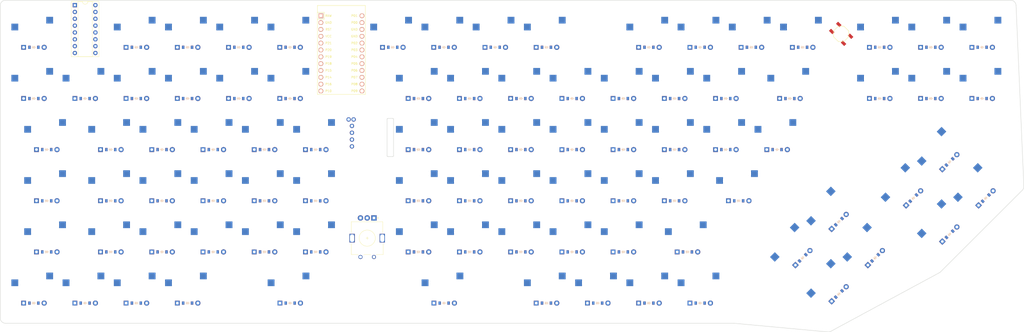
<source format=kicad_pcb>
(kicad_pcb (version 20171130) (host pcbnew 5.1.6)
  (title_block (title tutorial) (rev v1.0.0) (company Unknown))
  (layers (0 F.Cu signal) (31 B.Cu signal) (34 B.Paste user) (35 F.Paste user) (36 B.SilkS user) (37 F.SilkS user) (38 B.Mask user) (39 F.Mask user) (44 Edge.Cuts user))
  (net 0 "")
  (net 1 "outer_mod")
  (net 2 "outer_bottom")
  (net 3 "outer_home")
  (net 4 "outer_top")
  (net 5 "outer_num")
  (net 6 "outer_func")
  (net 7 "pinky_mod")
  (net 8 "pinky_bottom")
  (net 9 "pinky_home")
  (net 10 "pinky_top")
  (net 11 "pinky_num")
  (net 12 "ring_mod")
  (net 13 "ring_bottom")
  (net 14 "ring_home")
  (net 15 "ring_top")
  (net 16 "ring_num")
  (net 17 "ring_func")
  (net 18 "middle_mod")
  (net 19 "middle_bottom")
  (net 20 "middle_home")
  (net 21 "middle_top")
  (net 22 "middle_num")
  (net 23 "middle_func")
  (net 24 "index_mod")
  (net 25 "index_bottom")
  (net 26 "index_home")
  (net 27 "index_top")
  (net 28 "index_num")
  (net 29 "index_func")
  (net 30 "inner_bottom")
  (net 31 "inner_home")
  (net 32 "inner_top")
  (net 33 "inner_num")
  (net 34 "inner_func")
  (net 35 "inner_mod")
  (net 36 "outer2_mod")
  (net 37 "outer2_home")
  (net 38 "outer2_top")
  (net 39 "outer2_num")
  (net 40 "outer2_func")
  (net 41 "outer3_top")
  (net 42 "outer3_num")
  (net 43 "outer3_func")
  (net 44 "outer4_func")
  (net 45 "left_bottom")
  (net 46 "left_top")
  (net 47 "right_bottom")
  (net 48 "right_top")
  (net 49 "mid_bottom")
  (net 50 "mid_top")
  (net 51 "RAW")
  (net 52 "GND")
  (net 53 "RST")
  (net 54 "VCC")
  (net 55 "P21")
  (net 56 "P20")
  (net 57 "P19")
  (net 58 "P18")
  (net 59 "P15")
  (net 60 "P14")
  (net 61 "P16")
  (net 62 "P10")
  (net 63 "P1")
  (net 64 "P0")
  (net 65 "P2")
  (net 66 "P3")
  (net 67 "P4")
  (net 68 "P5")
  (net 69 "P6")
  (net 70 "P7")
  (net 71 "P8")
  (net 72 "P9")
  (module MX (layer F.Cu) (at 27 175 0)
    (fp_text reference "S1" hide)
    (fp_text value "" hide)
    (pad "" np_thru_hole circle (at 0 0) (size 3.9878 3.9878) (drill 3.9878) (layers *.Cu *.Mask))
    (pad "" np_thru_hole circle (at 5.08 0) (size 1.7018 1.7018) (drill 1.7018) (layers *.Cu *.Mask))
    (pad "" np_thru_hole circle (at -5.08 0) (size 1.7018 1.7018) (drill 1.7018) (layers *.Cu *.Mask))
    (pad "" np_thru_hole circle (at 2.54 -5.08) (size 3 3) (drill 3) (layers *.Cu *.Mask))
    (pad "" np_thru_hole circle (at -3.81 -2.54) (size 3 3) (drill 3) (layers *.Cu *.Mask))
    (pad 1 smd rect (at -7.085 -2.54 0) (size 2.55 2.5) (layers B.Cu B.Paste B.Mask) (net 0 ""))
    (pad 2 smd rect (at 5.842 -5.08 0) (size 2.55 2.5) (layers B.Cu B.Paste B.Mask) (net 1 "outer_mod"))
  )
  (module MX (layer F.Cu) (at 31.7625 156 0)
    (fp_text reference "S2" hide)
    (fp_text value "" hide)
    (pad "" np_thru_hole circle (at 0 0) (size 3.9878 3.9878) (drill 3.9878) (layers *.Cu *.Mask))
    (pad "" np_thru_hole circle (at 5.08 0) (size 1.7018 1.7018) (drill 1.7018) (layers *.Cu *.Mask))
    (pad "" np_thru_hole circle (at -5.08 0) (size 1.7018 1.7018) (drill 1.7018) (layers *.Cu *.Mask))
    (pad "" np_thru_hole circle (at 2.54 -5.08) (size 3 3) (drill 3) (layers *.Cu *.Mask))
    (pad "" np_thru_hole circle (at -3.81 -2.54) (size 3 3) (drill 3) (layers *.Cu *.Mask))
    (pad 1 smd rect (at -7.085 -2.54 0) (size 2.55 2.5) (layers B.Cu B.Paste B.Mask) (net 0 ""))
    (pad 2 smd rect (at 5.842 -5.08 0) (size 2.55 2.5) (layers B.Cu B.Paste B.Mask) (net 2 "outer_bottom"))
  )
  (module MX (layer F.Cu) (at 31.7625 137 0)
    (fp_text reference "S3" hide)
    (fp_text value "" hide)
    (pad "" np_thru_hole circle (at 0 0) (size 3.9878 3.9878) (drill 3.9878) (layers *.Cu *.Mask))
    (pad "" np_thru_hole circle (at 5.08 0) (size 1.7018 1.7018) (drill 1.7018) (layers *.Cu *.Mask))
    (pad "" np_thru_hole circle (at -5.08 0) (size 1.7018 1.7018) (drill 1.7018) (layers *.Cu *.Mask))
    (pad "" np_thru_hole circle (at 2.54 -5.08) (size 3 3) (drill 3) (layers *.Cu *.Mask))
    (pad "" np_thru_hole circle (at -3.81 -2.54) (size 3 3) (drill 3) (layers *.Cu *.Mask))
    (pad 1 smd rect (at -7.085 -2.54 0) (size 2.55 2.5) (layers B.Cu B.Paste B.Mask) (net 0 ""))
    (pad 2 smd rect (at 5.842 -5.08 0) (size 2.55 2.5) (layers B.Cu B.Paste B.Mask) (net 3 "outer_home"))
  )
  (module MX (layer F.Cu) (at 31.7625 118 0)
    (fp_text reference "S4" hide)
    (fp_text value "" hide)
    (pad "" np_thru_hole circle (at 0 0) (size 3.9878 3.9878) (drill 3.9878) (layers *.Cu *.Mask))
    (pad "" np_thru_hole circle (at 5.08 0) (size 1.7018 1.7018) (drill 1.7018) (layers *.Cu *.Mask))
    (pad "" np_thru_hole circle (at -5.08 0) (size 1.7018 1.7018) (drill 1.7018) (layers *.Cu *.Mask))
    (pad "" np_thru_hole circle (at 2.54 -5.08) (size 3 3) (drill 3) (layers *.Cu *.Mask))
    (pad "" np_thru_hole circle (at -3.81 -2.54) (size 3 3) (drill 3) (layers *.Cu *.Mask))
    (pad 1 smd rect (at -7.085 -2.54 0) (size 2.55 2.5) (layers B.Cu B.Paste B.Mask) (net 0 ""))
    (pad 2 smd rect (at 5.842 -5.08 0) (size 2.55 2.5) (layers B.Cu B.Paste B.Mask) (net 4 "outer_top"))
  )
  (module MX (layer F.Cu) (at 27 99 0)
    (fp_text reference "S5" hide)
    (fp_text value "" hide)
    (pad "" np_thru_hole circle (at 0 0) (size 3.9878 3.9878) (drill 3.9878) (layers *.Cu *.Mask))
    (pad "" np_thru_hole circle (at 5.08 0) (size 1.7018 1.7018) (drill 1.7018) (layers *.Cu *.Mask))
    (pad "" np_thru_hole circle (at -5.08 0) (size 1.7018 1.7018) (drill 1.7018) (layers *.Cu *.Mask))
    (pad "" np_thru_hole circle (at 2.54 -5.08) (size 3 3) (drill 3) (layers *.Cu *.Mask))
    (pad "" np_thru_hole circle (at -3.81 -2.54) (size 3 3) (drill 3) (layers *.Cu *.Mask))
    (pad 1 smd rect (at -7.085 -2.54 0) (size 2.55 2.5) (layers B.Cu B.Paste B.Mask) (net 0 ""))
    (pad 2 smd rect (at 5.842 -5.08 0) (size 2.55 2.5) (layers B.Cu B.Paste B.Mask) (net 5 "outer_num"))
  )
  (module MX (layer F.Cu) (at 27 80 0)
    (fp_text reference "S6" hide)
    (fp_text value "" hide)
    (pad "" np_thru_hole circle (at 0 0) (size 3.9878 3.9878) (drill 3.9878) (layers *.Cu *.Mask))
    (pad "" np_thru_hole circle (at 5.08 0) (size 1.7018 1.7018) (drill 1.7018) (layers *.Cu *.Mask))
    (pad "" np_thru_hole circle (at -5.08 0) (size 1.7018 1.7018) (drill 1.7018) (layers *.Cu *.Mask))
    (pad "" np_thru_hole circle (at 2.54 -5.08) (size 3 3) (drill 3) (layers *.Cu *.Mask))
    (pad "" np_thru_hole circle (at -3.81 -2.54) (size 3 3) (drill 3) (layers *.Cu *.Mask))
    (pad 1 smd rect (at -7.085 -2.54 0) (size 2.55 2.5) (layers B.Cu B.Paste B.Mask) (net 0 ""))
    (pad 2 smd rect (at 5.842 -5.08 0) (size 2.55 2.5) (layers B.Cu B.Paste B.Mask) (net 6 "outer_func"))
  )
  (module MX (layer F.Cu) (at 46 175 0)
    (fp_text reference "S7" hide)
    (fp_text value "" hide)
    (pad "" np_thru_hole circle (at 0 0) (size 3.9878 3.9878) (drill 3.9878) (layers *.Cu *.Mask))
    (pad "" np_thru_hole circle (at 5.08 0) (size 1.7018 1.7018) (drill 1.7018) (layers *.Cu *.Mask))
    (pad "" np_thru_hole circle (at -5.08 0) (size 1.7018 1.7018) (drill 1.7018) (layers *.Cu *.Mask))
    (pad "" np_thru_hole circle (at 2.54 -5.08) (size 3 3) (drill 3) (layers *.Cu *.Mask))
    (pad "" np_thru_hole circle (at -3.81 -2.54) (size 3 3) (drill 3) (layers *.Cu *.Mask))
    (pad 1 smd rect (at -7.085 -2.54 0) (size 2.55 2.5) (layers B.Cu B.Paste B.Mask) (net 0 ""))
    (pad 2 smd rect (at 5.842 -5.08 0) (size 2.55 2.5) (layers B.Cu B.Paste B.Mask) (net 7 "pinky_mod"))
  )
  (module MX (layer F.Cu) (at 55.525 156 0)
    (fp_text reference "S8" hide)
    (fp_text value "" hide)
    (pad "" np_thru_hole circle (at 0 0) (size 3.9878 3.9878) (drill 3.9878) (layers *.Cu *.Mask))
    (pad "" np_thru_hole circle (at 5.08 0) (size 1.7018 1.7018) (drill 1.7018) (layers *.Cu *.Mask))
    (pad "" np_thru_hole circle (at -5.08 0) (size 1.7018 1.7018) (drill 1.7018) (layers *.Cu *.Mask))
    (pad "" np_thru_hole circle (at 2.54 -5.08) (size 3 3) (drill 3) (layers *.Cu *.Mask))
    (pad "" np_thru_hole circle (at -3.81 -2.54) (size 3 3) (drill 3) (layers *.Cu *.Mask))
    (pad 1 smd rect (at -7.085 -2.54 0) (size 2.55 2.5) (layers B.Cu B.Paste B.Mask) (net 0 ""))
    (pad 2 smd rect (at 5.842 -5.08 0) (size 2.55 2.5) (layers B.Cu B.Paste B.Mask) (net 8 "pinky_bottom"))
  )
  (module MX (layer F.Cu) (at 55.525 137 0)
    (fp_text reference "S9" hide)
    (fp_text value "" hide)
    (pad "" np_thru_hole circle (at 0 0) (size 3.9878 3.9878) (drill 3.9878) (layers *.Cu *.Mask))
    (pad "" np_thru_hole circle (at 5.08 0) (size 1.7018 1.7018) (drill 1.7018) (layers *.Cu *.Mask))
    (pad "" np_thru_hole circle (at -5.08 0) (size 1.7018 1.7018) (drill 1.7018) (layers *.Cu *.Mask))
    (pad "" np_thru_hole circle (at 2.54 -5.08) (size 3 3) (drill 3) (layers *.Cu *.Mask))
    (pad "" np_thru_hole circle (at -3.81 -2.54) (size 3 3) (drill 3) (layers *.Cu *.Mask))
    (pad 1 smd rect (at -7.085 -2.54 0) (size 2.55 2.5) (layers B.Cu B.Paste B.Mask) (net 0 ""))
    (pad 2 smd rect (at 5.842 -5.08 0) (size 2.55 2.5) (layers B.Cu B.Paste B.Mask) (net 9 "pinky_home"))
  )
  (module MX (layer F.Cu) (at 55.525 118 0)
    (fp_text reference "S10" hide)
    (fp_text value "" hide)
    (pad "" np_thru_hole circle (at 0 0) (size 3.9878 3.9878) (drill 3.9878) (layers *.Cu *.Mask))
    (pad "" np_thru_hole circle (at 5.08 0) (size 1.7018 1.7018) (drill 1.7018) (layers *.Cu *.Mask))
    (pad "" np_thru_hole circle (at -5.08 0) (size 1.7018 1.7018) (drill 1.7018) (layers *.Cu *.Mask))
    (pad "" np_thru_hole circle (at 2.54 -5.08) (size 3 3) (drill 3) (layers *.Cu *.Mask))
    (pad "" np_thru_hole circle (at -3.81 -2.54) (size 3 3) (drill 3) (layers *.Cu *.Mask))
    (pad 1 smd rect (at -7.085 -2.54 0) (size 2.55 2.5) (layers B.Cu B.Paste B.Mask) (net 0 ""))
    (pad 2 smd rect (at 5.842 -5.08 0) (size 2.55 2.5) (layers B.Cu B.Paste B.Mask) (net 10 "pinky_top"))
  )
  (module MX (layer F.Cu) (at 46 99 0)
    (fp_text reference "S11" hide)
    (fp_text value "" hide)
    (pad "" np_thru_hole circle (at 0 0) (size 3.9878 3.9878) (drill 3.9878) (layers *.Cu *.Mask))
    (pad "" np_thru_hole circle (at 5.08 0) (size 1.7018 1.7018) (drill 1.7018) (layers *.Cu *.Mask))
    (pad "" np_thru_hole circle (at -5.08 0) (size 1.7018 1.7018) (drill 1.7018) (layers *.Cu *.Mask))
    (pad "" np_thru_hole circle (at 2.54 -5.08) (size 3 3) (drill 3) (layers *.Cu *.Mask))
    (pad "" np_thru_hole circle (at -3.81 -2.54) (size 3 3) (drill 3) (layers *.Cu *.Mask))
    (pad 1 smd rect (at -7.085 -2.54 0) (size 2.55 2.5) (layers B.Cu B.Paste B.Mask) (net 0 ""))
    (pad 2 smd rect (at 5.842 -5.08 0) (size 2.55 2.5) (layers B.Cu B.Paste B.Mask) (net 11 "pinky_num"))
  )
  (module MX (layer F.Cu) (at 65 175 0)
    (fp_text reference "S12" hide)
    (fp_text value "" hide)
    (pad "" np_thru_hole circle (at 0 0) (size 3.9878 3.9878) (drill 3.9878) (layers *.Cu *.Mask))
    (pad "" np_thru_hole circle (at 5.08 0) (size 1.7018 1.7018) (drill 1.7018) (layers *.Cu *.Mask))
    (pad "" np_thru_hole circle (at -5.08 0) (size 1.7018 1.7018) (drill 1.7018) (layers *.Cu *.Mask))
    (pad "" np_thru_hole circle (at 2.54 -5.08) (size 3 3) (drill 3) (layers *.Cu *.Mask))
    (pad "" np_thru_hole circle (at -3.81 -2.54) (size 3 3) (drill 3) (layers *.Cu *.Mask))
    (pad 1 smd rect (at -7.085 -2.54 0) (size 2.55 2.5) (layers B.Cu B.Paste B.Mask) (net 0 ""))
    (pad 2 smd rect (at 5.842 -5.08 0) (size 2.55 2.5) (layers B.Cu B.Paste B.Mask) (net 12 "ring_mod"))
  )
  (module MX (layer F.Cu) (at 74.525 156 0)
    (fp_text reference "S13" hide)
    (fp_text value "" hide)
    (pad "" np_thru_hole circle (at 0 0) (size 3.9878 3.9878) (drill 3.9878) (layers *.Cu *.Mask))
    (pad "" np_thru_hole circle (at 5.08 0) (size 1.7018 1.7018) (drill 1.7018) (layers *.Cu *.Mask))
    (pad "" np_thru_hole circle (at -5.08 0) (size 1.7018 1.7018) (drill 1.7018) (layers *.Cu *.Mask))
    (pad "" np_thru_hole circle (at 2.54 -5.08) (size 3 3) (drill 3) (layers *.Cu *.Mask))
    (pad "" np_thru_hole circle (at -3.81 -2.54) (size 3 3) (drill 3) (layers *.Cu *.Mask))
    (pad 1 smd rect (at -7.085 -2.54 0) (size 2.55 2.5) (layers B.Cu B.Paste B.Mask) (net 0 ""))
    (pad 2 smd rect (at 5.842 -5.08 0) (size 2.55 2.5) (layers B.Cu B.Paste B.Mask) (net 13 "ring_bottom"))
  )
  (module MX (layer F.Cu) (at 74.525 137 0)
    (fp_text reference "S14" hide)
    (fp_text value "" hide)
    (pad "" np_thru_hole circle (at 0 0) (size 3.9878 3.9878) (drill 3.9878) (layers *.Cu *.Mask))
    (pad "" np_thru_hole circle (at 5.08 0) (size 1.7018 1.7018) (drill 1.7018) (layers *.Cu *.Mask))
    (pad "" np_thru_hole circle (at -5.08 0) (size 1.7018 1.7018) (drill 1.7018) (layers *.Cu *.Mask))
    (pad "" np_thru_hole circle (at 2.54 -5.08) (size 3 3) (drill 3) (layers *.Cu *.Mask))
    (pad "" np_thru_hole circle (at -3.81 -2.54) (size 3 3) (drill 3) (layers *.Cu *.Mask))
    (pad 1 smd rect (at -7.085 -2.54 0) (size 2.55 2.5) (layers B.Cu B.Paste B.Mask) (net 0 ""))
    (pad 2 smd rect (at 5.842 -5.08 0) (size 2.55 2.5) (layers B.Cu B.Paste B.Mask) (net 14 "ring_home"))
  )
  (module MX (layer F.Cu) (at 74.525 118 0)
    (fp_text reference "S15" hide)
    (fp_text value "" hide)
    (pad "" np_thru_hole circle (at 0 0) (size 3.9878 3.9878) (drill 3.9878) (layers *.Cu *.Mask))
    (pad "" np_thru_hole circle (at 5.08 0) (size 1.7018 1.7018) (drill 1.7018) (layers *.Cu *.Mask))
    (pad "" np_thru_hole circle (at -5.08 0) (size 1.7018 1.7018) (drill 1.7018) (layers *.Cu *.Mask))
    (pad "" np_thru_hole circle (at 2.54 -5.08) (size 3 3) (drill 3) (layers *.Cu *.Mask))
    (pad "" np_thru_hole circle (at -3.81 -2.54) (size 3 3) (drill 3) (layers *.Cu *.Mask))
    (pad 1 smd rect (at -7.085 -2.54 0) (size 2.55 2.5) (layers B.Cu B.Paste B.Mask) (net 0 ""))
    (pad 2 smd rect (at 5.842 -5.08 0) (size 2.55 2.5) (layers B.Cu B.Paste B.Mask) (net 15 "ring_top"))
  )
  (module MX (layer F.Cu) (at 65 99 0)
    (fp_text reference "S16" hide)
    (fp_text value "" hide)
    (pad "" np_thru_hole circle (at 0 0) (size 3.9878 3.9878) (drill 3.9878) (layers *.Cu *.Mask))
    (pad "" np_thru_hole circle (at 5.08 0) (size 1.7018 1.7018) (drill 1.7018) (layers *.Cu *.Mask))
    (pad "" np_thru_hole circle (at -5.08 0) (size 1.7018 1.7018) (drill 1.7018) (layers *.Cu *.Mask))
    (pad "" np_thru_hole circle (at 2.54 -5.08) (size 3 3) (drill 3) (layers *.Cu *.Mask))
    (pad "" np_thru_hole circle (at -3.81 -2.54) (size 3 3) (drill 3) (layers *.Cu *.Mask))
    (pad 1 smd rect (at -7.085 -2.54 0) (size 2.55 2.5) (layers B.Cu B.Paste B.Mask) (net 0 ""))
    (pad 2 smd rect (at 5.842 -5.08 0) (size 2.55 2.5) (layers B.Cu B.Paste B.Mask) (net 16 "ring_num"))
  )
  (module MX (layer F.Cu) (at 65 80 0)
    (fp_text reference "S17" hide)
    (fp_text value "" hide)
    (pad "" np_thru_hole circle (at 0 0) (size 3.9878 3.9878) (drill 3.9878) (layers *.Cu *.Mask))
    (pad "" np_thru_hole circle (at 5.08 0) (size 1.7018 1.7018) (drill 1.7018) (layers *.Cu *.Mask))
    (pad "" np_thru_hole circle (at -5.08 0) (size 1.7018 1.7018) (drill 1.7018) (layers *.Cu *.Mask))
    (pad "" np_thru_hole circle (at 2.54 -5.08) (size 3 3) (drill 3) (layers *.Cu *.Mask))
    (pad "" np_thru_hole circle (at -3.81 -2.54) (size 3 3) (drill 3) (layers *.Cu *.Mask))
    (pad 1 smd rect (at -7.085 -2.54 0) (size 2.55 2.5) (layers B.Cu B.Paste B.Mask) (net 0 ""))
    (pad 2 smd rect (at 5.842 -5.08 0) (size 2.55 2.5) (layers B.Cu B.Paste B.Mask) (net 17 "ring_func"))
  )
  (module MX (layer F.Cu) (at 84 175 0)
    (fp_text reference "S18" hide)
    (fp_text value "" hide)
    (pad "" np_thru_hole circle (at 0 0) (size 3.9878 3.9878) (drill 3.9878) (layers *.Cu *.Mask))
    (pad "" np_thru_hole circle (at 5.08 0) (size 1.7018 1.7018) (drill 1.7018) (layers *.Cu *.Mask))
    (pad "" np_thru_hole circle (at -5.08 0) (size 1.7018 1.7018) (drill 1.7018) (layers *.Cu *.Mask))
    (pad "" np_thru_hole circle (at 2.54 -5.08) (size 3 3) (drill 3) (layers *.Cu *.Mask))
    (pad "" np_thru_hole circle (at -3.81 -2.54) (size 3 3) (drill 3) (layers *.Cu *.Mask))
    (pad 1 smd rect (at -7.085 -2.54 0) (size 2.55 2.5) (layers B.Cu B.Paste B.Mask) (net 0 ""))
    (pad 2 smd rect (at 5.842 -5.08 0) (size 2.55 2.5) (layers B.Cu B.Paste B.Mask) (net 18 "middle_mod"))
  )
  (module MX (layer F.Cu) (at 93.525 156 0)
    (fp_text reference "S19" hide)
    (fp_text value "" hide)
    (pad "" np_thru_hole circle (at 0 0) (size 3.9878 3.9878) (drill 3.9878) (layers *.Cu *.Mask))
    (pad "" np_thru_hole circle (at 5.08 0) (size 1.7018 1.7018) (drill 1.7018) (layers *.Cu *.Mask))
    (pad "" np_thru_hole circle (at -5.08 0) (size 1.7018 1.7018) (drill 1.7018) (layers *.Cu *.Mask))
    (pad "" np_thru_hole circle (at 2.54 -5.08) (size 3 3) (drill 3) (layers *.Cu *.Mask))
    (pad "" np_thru_hole circle (at -3.81 -2.54) (size 3 3) (drill 3) (layers *.Cu *.Mask))
    (pad 1 smd rect (at -7.085 -2.54 0) (size 2.55 2.5) (layers B.Cu B.Paste B.Mask) (net 0 ""))
    (pad 2 smd rect (at 5.842 -5.08 0) (size 2.55 2.5) (layers B.Cu B.Paste B.Mask) (net 19 "middle_bottom"))
  )
  (module MX (layer F.Cu) (at 93.525 137 0)
    (fp_text reference "S20" hide)
    (fp_text value "" hide)
    (pad "" np_thru_hole circle (at 0 0) (size 3.9878 3.9878) (drill 3.9878) (layers *.Cu *.Mask))
    (pad "" np_thru_hole circle (at 5.08 0) (size 1.7018 1.7018) (drill 1.7018) (layers *.Cu *.Mask))
    (pad "" np_thru_hole circle (at -5.08 0) (size 1.7018 1.7018) (drill 1.7018) (layers *.Cu *.Mask))
    (pad "" np_thru_hole circle (at 2.54 -5.08) (size 3 3) (drill 3) (layers *.Cu *.Mask))
    (pad "" np_thru_hole circle (at -3.81 -2.54) (size 3 3) (drill 3) (layers *.Cu *.Mask))
    (pad 1 smd rect (at -7.085 -2.54 0) (size 2.55 2.5) (layers B.Cu B.Paste B.Mask) (net 0 ""))
    (pad 2 smd rect (at 5.842 -5.08 0) (size 2.55 2.5) (layers B.Cu B.Paste B.Mask) (net 20 "middle_home"))
  )
  (module MX (layer F.Cu) (at 93.525 118 0)
    (fp_text reference "S21" hide)
    (fp_text value "" hide)
    (pad "" np_thru_hole circle (at 0 0) (size 3.9878 3.9878) (drill 3.9878) (layers *.Cu *.Mask))
    (pad "" np_thru_hole circle (at 5.08 0) (size 1.7018 1.7018) (drill 1.7018) (layers *.Cu *.Mask))
    (pad "" np_thru_hole circle (at -5.08 0) (size 1.7018 1.7018) (drill 1.7018) (layers *.Cu *.Mask))
    (pad "" np_thru_hole circle (at 2.54 -5.08) (size 3 3) (drill 3) (layers *.Cu *.Mask))
    (pad "" np_thru_hole circle (at -3.81 -2.54) (size 3 3) (drill 3) (layers *.Cu *.Mask))
    (pad 1 smd rect (at -7.085 -2.54 0) (size 2.55 2.5) (layers B.Cu B.Paste B.Mask) (net 0 ""))
    (pad 2 smd rect (at 5.842 -5.08 0) (size 2.55 2.5) (layers B.Cu B.Paste B.Mask) (net 21 "middle_top"))
  )
  (module MX (layer F.Cu) (at 84 99 0)
    (fp_text reference "S22" hide)
    (fp_text value "" hide)
    (pad "" np_thru_hole circle (at 0 0) (size 3.9878 3.9878) (drill 3.9878) (layers *.Cu *.Mask))
    (pad "" np_thru_hole circle (at 5.08 0) (size 1.7018 1.7018) (drill 1.7018) (layers *.Cu *.Mask))
    (pad "" np_thru_hole circle (at -5.08 0) (size 1.7018 1.7018) (drill 1.7018) (layers *.Cu *.Mask))
    (pad "" np_thru_hole circle (at 2.54 -5.08) (size 3 3) (drill 3) (layers *.Cu *.Mask))
    (pad "" np_thru_hole circle (at -3.81 -2.54) (size 3 3) (drill 3) (layers *.Cu *.Mask))
    (pad 1 smd rect (at -7.085 -2.54 0) (size 2.55 2.5) (layers B.Cu B.Paste B.Mask) (net 0 ""))
    (pad 2 smd rect (at 5.842 -5.08 0) (size 2.55 2.5) (layers B.Cu B.Paste B.Mask) (net 22 "middle_num"))
  )
  (module MX (layer F.Cu) (at 84 80 0)
    (fp_text reference "S23" hide)
    (fp_text value "" hide)
    (pad "" np_thru_hole circle (at 0 0) (size 3.9878 3.9878) (drill 3.9878) (layers *.Cu *.Mask))
    (pad "" np_thru_hole circle (at 5.08 0) (size 1.7018 1.7018) (drill 1.7018) (layers *.Cu *.Mask))
    (pad "" np_thru_hole circle (at -5.08 0) (size 1.7018 1.7018) (drill 1.7018) (layers *.Cu *.Mask))
    (pad "" np_thru_hole circle (at 2.54 -5.08) (size 3 3) (drill 3) (layers *.Cu *.Mask))
    (pad "" np_thru_hole circle (at -3.81 -2.54) (size 3 3) (drill 3) (layers *.Cu *.Mask))
    (pad 1 smd rect (at -7.085 -2.54 0) (size 2.55 2.5) (layers B.Cu B.Paste B.Mask) (net 0 ""))
    (pad 2 smd rect (at 5.842 -5.08 0) (size 2.55 2.5) (layers B.Cu B.Paste B.Mask) (net 23 "middle_func"))
  )
  (module MX (layer F.Cu) (at 122.05 175 0)
    (fp_text reference "S24" hide)
    (fp_text value "" hide)
    (pad "" np_thru_hole circle (at 0 0) (size 3.9878 3.9878) (drill 3.9878) (layers *.Cu *.Mask))
    (pad "" np_thru_hole circle (at 5.08 0) (size 1.7018 1.7018) (drill 1.7018) (layers *.Cu *.Mask))
    (pad "" np_thru_hole circle (at -5.08 0) (size 1.7018 1.7018) (drill 1.7018) (layers *.Cu *.Mask))
    (pad "" np_thru_hole circle (at 2.54 -5.08) (size 3 3) (drill 3) (layers *.Cu *.Mask))
    (pad "" np_thru_hole circle (at -3.81 -2.54) (size 3 3) (drill 3) (layers *.Cu *.Mask))
    (pad 1 smd rect (at -7.085 -2.54 0) (size 2.55 2.5) (layers B.Cu B.Paste B.Mask) (net 0 ""))
    (pad 2 smd rect (at 5.842 -5.08 0) (size 2.55 2.5) (layers B.Cu B.Paste B.Mask) (net 24 "index_mod"))
  )
  (module MX (layer F.Cu) (at 112.52499999999999 156 0)
    (fp_text reference "S25" hide)
    (fp_text value "" hide)
    (pad "" np_thru_hole circle (at 0 0) (size 3.9878 3.9878) (drill 3.9878) (layers *.Cu *.Mask))
    (pad "" np_thru_hole circle (at 5.08 0) (size 1.7018 1.7018) (drill 1.7018) (layers *.Cu *.Mask))
    (pad "" np_thru_hole circle (at -5.08 0) (size 1.7018 1.7018) (drill 1.7018) (layers *.Cu *.Mask))
    (pad "" np_thru_hole circle (at 2.54 -5.08) (size 3 3) (drill 3) (layers *.Cu *.Mask))
    (pad "" np_thru_hole circle (at -3.81 -2.54) (size 3 3) (drill 3) (layers *.Cu *.Mask))
    (pad 1 smd rect (at -7.085 -2.54 0) (size 2.55 2.5) (layers B.Cu B.Paste B.Mask) (net 0 ""))
    (pad 2 smd rect (at 5.842 -5.08 0) (size 2.55 2.5) (layers B.Cu B.Paste B.Mask) (net 25 "index_bottom"))
  )
  (module MX (layer F.Cu) (at 112.52499999999999 137 0)
    (fp_text reference "S26" hide)
    (fp_text value "" hide)
    (pad "" np_thru_hole circle (at 0 0) (size 3.9878 3.9878) (drill 3.9878) (layers *.Cu *.Mask))
    (pad "" np_thru_hole circle (at 5.08 0) (size 1.7018 1.7018) (drill 1.7018) (layers *.Cu *.Mask))
    (pad "" np_thru_hole circle (at -5.08 0) (size 1.7018 1.7018) (drill 1.7018) (layers *.Cu *.Mask))
    (pad "" np_thru_hole circle (at 2.54 -5.08) (size 3 3) (drill 3) (layers *.Cu *.Mask))
    (pad "" np_thru_hole circle (at -3.81 -2.54) (size 3 3) (drill 3) (layers *.Cu *.Mask))
    (pad 1 smd rect (at -7.085 -2.54 0) (size 2.55 2.5) (layers B.Cu B.Paste B.Mask) (net 0 ""))
    (pad 2 smd rect (at 5.842 -5.08 0) (size 2.55 2.5) (layers B.Cu B.Paste B.Mask) (net 26 "index_home"))
  )
  (module MX (layer F.Cu) (at 112.52499999999999 118 0)
    (fp_text reference "S27" hide)
    (fp_text value "" hide)
    (pad "" np_thru_hole circle (at 0 0) (size 3.9878 3.9878) (drill 3.9878) (layers *.Cu *.Mask))
    (pad "" np_thru_hole circle (at 5.08 0) (size 1.7018 1.7018) (drill 1.7018) (layers *.Cu *.Mask))
    (pad "" np_thru_hole circle (at -5.08 0) (size 1.7018 1.7018) (drill 1.7018) (layers *.Cu *.Mask))
    (pad "" np_thru_hole circle (at 2.54 -5.08) (size 3 3) (drill 3) (layers *.Cu *.Mask))
    (pad "" np_thru_hole circle (at -3.81 -2.54) (size 3 3) (drill 3) (layers *.Cu *.Mask))
    (pad 1 smd rect (at -7.085 -2.54 0) (size 2.55 2.5) (layers B.Cu B.Paste B.Mask) (net 0 ""))
    (pad 2 smd rect (at 5.842 -5.08 0) (size 2.55 2.5) (layers B.Cu B.Paste B.Mask) (net 27 "index_top"))
  )
  (module MX (layer F.Cu) (at 102.99999999999999 99 0)
    (fp_text reference "S28" hide)
    (fp_text value "" hide)
    (pad "" np_thru_hole circle (at 0 0) (size 3.9878 3.9878) (drill 3.9878) (layers *.Cu *.Mask))
    (pad "" np_thru_hole circle (at 5.08 0) (size 1.7018 1.7018) (drill 1.7018) (layers *.Cu *.Mask))
    (pad "" np_thru_hole circle (at -5.08 0) (size 1.7018 1.7018) (drill 1.7018) (layers *.Cu *.Mask))
    (pad "" np_thru_hole circle (at 2.54 -5.08) (size 3 3) (drill 3) (layers *.Cu *.Mask))
    (pad "" np_thru_hole circle (at -3.81 -2.54) (size 3 3) (drill 3) (layers *.Cu *.Mask))
    (pad 1 smd rect (at -7.085 -2.54 0) (size 2.55 2.5) (layers B.Cu B.Paste B.Mask) (net 0 ""))
    (pad 2 smd rect (at 5.842 -5.08 0) (size 2.55 2.5) (layers B.Cu B.Paste B.Mask) (net 28 "index_num"))
  )
  (module MX (layer F.Cu) (at 102.99999999999999 80 0)
    (fp_text reference "S29" hide)
    (fp_text value "" hide)
    (pad "" np_thru_hole circle (at 0 0) (size 3.9878 3.9878) (drill 3.9878) (layers *.Cu *.Mask))
    (pad "" np_thru_hole circle (at 5.08 0) (size 1.7018 1.7018) (drill 1.7018) (layers *.Cu *.Mask))
    (pad "" np_thru_hole circle (at -5.08 0) (size 1.7018 1.7018) (drill 1.7018) (layers *.Cu *.Mask))
    (pad "" np_thru_hole circle (at 2.54 -5.08) (size 3 3) (drill 3) (layers *.Cu *.Mask))
    (pad "" np_thru_hole circle (at -3.81 -2.54) (size 3 3) (drill 3) (layers *.Cu *.Mask))
    (pad 1 smd rect (at -7.085 -2.54 0) (size 2.55 2.5) (layers B.Cu B.Paste B.Mask) (net 0 ""))
    (pad 2 smd rect (at 5.842 -5.08 0) (size 2.55 2.5) (layers B.Cu B.Paste B.Mask) (net 29 "index_func"))
  )
  (module MX (layer F.Cu) (at 131.525 156 0)
    (fp_text reference "S30" hide)
    (fp_text value "" hide)
    (pad "" np_thru_hole circle (at 0 0) (size 3.9878 3.9878) (drill 3.9878) (layers *.Cu *.Mask))
    (pad "" np_thru_hole circle (at 5.08 0) (size 1.7018 1.7018) (drill 1.7018) (layers *.Cu *.Mask))
    (pad "" np_thru_hole circle (at -5.08 0) (size 1.7018 1.7018) (drill 1.7018) (layers *.Cu *.Mask))
    (pad "" np_thru_hole circle (at 2.54 -5.08) (size 3 3) (drill 3) (layers *.Cu *.Mask))
    (pad "" np_thru_hole circle (at -3.81 -2.54) (size 3 3) (drill 3) (layers *.Cu *.Mask))
    (pad 1 smd rect (at -7.085 -2.54 0) (size 2.55 2.5) (layers B.Cu B.Paste B.Mask) (net 0 ""))
    (pad 2 smd rect (at 5.842 -5.08 0) (size 2.55 2.5) (layers B.Cu B.Paste B.Mask) (net 30 "inner_bottom"))
  )
  (module MX (layer F.Cu) (at 131.525 137 0)
    (fp_text reference "S31" hide)
    (fp_text value "" hide)
    (pad "" np_thru_hole circle (at 0 0) (size 3.9878 3.9878) (drill 3.9878) (layers *.Cu *.Mask))
    (pad "" np_thru_hole circle (at 5.08 0) (size 1.7018 1.7018) (drill 1.7018) (layers *.Cu *.Mask))
    (pad "" np_thru_hole circle (at -5.08 0) (size 1.7018 1.7018) (drill 1.7018) (layers *.Cu *.Mask))
    (pad "" np_thru_hole circle (at 2.54 -5.08) (size 3 3) (drill 3) (layers *.Cu *.Mask))
    (pad "" np_thru_hole circle (at -3.81 -2.54) (size 3 3) (drill 3) (layers *.Cu *.Mask))
    (pad 1 smd rect (at -7.085 -2.54 0) (size 2.55 2.5) (layers B.Cu B.Paste B.Mask) (net 0 ""))
    (pad 2 smd rect (at 5.842 -5.08 0) (size 2.55 2.5) (layers B.Cu B.Paste B.Mask) (net 31 "inner_home"))
  )
  (module MX (layer F.Cu) (at 131.525 118 0)
    (fp_text reference "S32" hide)
    (fp_text value "" hide)
    (pad "" np_thru_hole circle (at 0 0) (size 3.9878 3.9878) (drill 3.9878) (layers *.Cu *.Mask))
    (pad "" np_thru_hole circle (at 5.08 0) (size 1.7018 1.7018) (drill 1.7018) (layers *.Cu *.Mask))
    (pad "" np_thru_hole circle (at -5.08 0) (size 1.7018 1.7018) (drill 1.7018) (layers *.Cu *.Mask))
    (pad "" np_thru_hole circle (at 2.54 -5.08) (size 3 3) (drill 3) (layers *.Cu *.Mask))
    (pad "" np_thru_hole circle (at -3.81 -2.54) (size 3 3) (drill 3) (layers *.Cu *.Mask))
    (pad 1 smd rect (at -7.085 -2.54 0) (size 2.55 2.5) (layers B.Cu B.Paste B.Mask) (net 0 ""))
    (pad 2 smd rect (at 5.842 -5.08 0) (size 2.55 2.5) (layers B.Cu B.Paste B.Mask) (net 32 "inner_top"))
  )
  (module MX (layer F.Cu) (at 122 99 0)
    (fp_text reference "S33" hide)
    (fp_text value "" hide)
    (pad "" np_thru_hole circle (at 0 0) (size 3.9878 3.9878) (drill 3.9878) (layers *.Cu *.Mask))
    (pad "" np_thru_hole circle (at 5.08 0) (size 1.7018 1.7018) (drill 1.7018) (layers *.Cu *.Mask))
    (pad "" np_thru_hole circle (at -5.08 0) (size 1.7018 1.7018) (drill 1.7018) (layers *.Cu *.Mask))
    (pad "" np_thru_hole circle (at 2.54 -5.08) (size 3 3) (drill 3) (layers *.Cu *.Mask))
    (pad "" np_thru_hole circle (at -3.81 -2.54) (size 3 3) (drill 3) (layers *.Cu *.Mask))
    (pad 1 smd rect (at -7.085 -2.54 0) (size 2.55 2.5) (layers B.Cu B.Paste B.Mask) (net 0 ""))
    (pad 2 smd rect (at 5.842 -5.08 0) (size 2.55 2.5) (layers B.Cu B.Paste B.Mask) (net 33 "inner_num"))
  )
  (module MX (layer F.Cu) (at 122 80 0)
    (fp_text reference "S34" hide)
    (fp_text value "" hide)
    (pad "" np_thru_hole circle (at 0 0) (size 3.9878 3.9878) (drill 3.9878) (layers *.Cu *.Mask))
    (pad "" np_thru_hole circle (at 5.08 0) (size 1.7018 1.7018) (drill 1.7018) (layers *.Cu *.Mask))
    (pad "" np_thru_hole circle (at -5.08 0) (size 1.7018 1.7018) (drill 1.7018) (layers *.Cu *.Mask))
    (pad "" np_thru_hole circle (at 2.54 -5.08) (size 3 3) (drill 3) (layers *.Cu *.Mask))
    (pad "" np_thru_hole circle (at -3.81 -2.54) (size 3 3) (drill 3) (layers *.Cu *.Mask))
    (pad 1 smd rect (at -7.085 -2.54 0) (size 2.55 2.5) (layers B.Cu B.Paste B.Mask) (net 0 ""))
    (pad 2 smd rect (at 5.842 -5.08 0) (size 2.55 2.5) (layers B.Cu B.Paste B.Mask) (net 34 "inner_func"))
  )
  (module MX (layer F.Cu) (at 179.15 175 0)
    (fp_text reference "S35" hide)
    (fp_text value "" hide)
    (pad "" np_thru_hole circle (at 0 0) (size 3.9878 3.9878) (drill 3.9878) (layers *.Cu *.Mask))
    (pad "" np_thru_hole circle (at 5.08 0) (size 1.7018 1.7018) (drill 1.7018) (layers *.Cu *.Mask))
    (pad "" np_thru_hole circle (at -5.08 0) (size 1.7018 1.7018) (drill 1.7018) (layers *.Cu *.Mask))
    (pad "" np_thru_hole circle (at 2.54 -5.08) (size 3 3) (drill 3) (layers *.Cu *.Mask))
    (pad "" np_thru_hole circle (at -3.81 -2.54) (size 3 3) (drill 3) (layers *.Cu *.Mask))
    (pad 1 smd rect (at -7.085 -2.54 0) (size 2.55 2.5) (layers B.Cu B.Paste B.Mask) (net 0 ""))
    (pad 2 smd rect (at 5.842 -5.08 0) (size 2.55 2.5) (layers B.Cu B.Paste B.Mask) (net 35 "inner_mod"))
  )
  (module MX (layer F.Cu) (at 169.625 156 0)
    (fp_text reference "S36" hide)
    (fp_text value "" hide)
    (pad "" np_thru_hole circle (at 0 0) (size 3.9878 3.9878) (drill 3.9878) (layers *.Cu *.Mask))
    (pad "" np_thru_hole circle (at 5.08 0) (size 1.7018 1.7018) (drill 1.7018) (layers *.Cu *.Mask))
    (pad "" np_thru_hole circle (at -5.08 0) (size 1.7018 1.7018) (drill 1.7018) (layers *.Cu *.Mask))
    (pad "" np_thru_hole circle (at 2.54 -5.08) (size 3 3) (drill 3) (layers *.Cu *.Mask))
    (pad "" np_thru_hole circle (at -3.81 -2.54) (size 3 3) (drill 3) (layers *.Cu *.Mask))
    (pad 1 smd rect (at -7.085 -2.54 0) (size 2.55 2.5) (layers B.Cu B.Paste B.Mask) (net 0 ""))
    (pad 2 smd rect (at 5.842 -5.08 0) (size 2.55 2.5) (layers B.Cu B.Paste B.Mask) (net 30 "inner_bottom"))
  )
  (module MX (layer F.Cu) (at 169.625 137 0)
    (fp_text reference "S37" hide)
    (fp_text value "" hide)
    (pad "" np_thru_hole circle (at 0 0) (size 3.9878 3.9878) (drill 3.9878) (layers *.Cu *.Mask))
    (pad "" np_thru_hole circle (at 5.08 0) (size 1.7018 1.7018) (drill 1.7018) (layers *.Cu *.Mask))
    (pad "" np_thru_hole circle (at -5.08 0) (size 1.7018 1.7018) (drill 1.7018) (layers *.Cu *.Mask))
    (pad "" np_thru_hole circle (at 2.54 -5.08) (size 3 3) (drill 3) (layers *.Cu *.Mask))
    (pad "" np_thru_hole circle (at -3.81 -2.54) (size 3 3) (drill 3) (layers *.Cu *.Mask))
    (pad 1 smd rect (at -7.085 -2.54 0) (size 2.55 2.5) (layers B.Cu B.Paste B.Mask) (net 0 ""))
    (pad 2 smd rect (at 5.842 -5.08 0) (size 2.55 2.5) (layers B.Cu B.Paste B.Mask) (net 31 "inner_home"))
  )
  (module MX (layer F.Cu) (at 169.625 118 0)
    (fp_text reference "S38" hide)
    (fp_text value "" hide)
    (pad "" np_thru_hole circle (at 0 0) (size 3.9878 3.9878) (drill 3.9878) (layers *.Cu *.Mask))
    (pad "" np_thru_hole circle (at 5.08 0) (size 1.7018 1.7018) (drill 1.7018) (layers *.Cu *.Mask))
    (pad "" np_thru_hole circle (at -5.08 0) (size 1.7018 1.7018) (drill 1.7018) (layers *.Cu *.Mask))
    (pad "" np_thru_hole circle (at 2.54 -5.08) (size 3 3) (drill 3) (layers *.Cu *.Mask))
    (pad "" np_thru_hole circle (at -3.81 -2.54) (size 3 3) (drill 3) (layers *.Cu *.Mask))
    (pad 1 smd rect (at -7.085 -2.54 0) (size 2.55 2.5) (layers B.Cu B.Paste B.Mask) (net 0 ""))
    (pad 2 smd rect (at 5.842 -5.08 0) (size 2.55 2.5) (layers B.Cu B.Paste B.Mask) (net 32 "inner_top"))
  )
  (module MX (layer F.Cu) (at 169.625 99 0)
    (fp_text reference "S39" hide)
    (fp_text value "" hide)
    (pad "" np_thru_hole circle (at 0 0) (size 3.9878 3.9878) (drill 3.9878) (layers *.Cu *.Mask))
    (pad "" np_thru_hole circle (at 5.08 0) (size 1.7018 1.7018) (drill 1.7018) (layers *.Cu *.Mask))
    (pad "" np_thru_hole circle (at -5.08 0) (size 1.7018 1.7018) (drill 1.7018) (layers *.Cu *.Mask))
    (pad "" np_thru_hole circle (at 2.54 -5.08) (size 3 3) (drill 3) (layers *.Cu *.Mask))
    (pad "" np_thru_hole circle (at -3.81 -2.54) (size 3 3) (drill 3) (layers *.Cu *.Mask))
    (pad 1 smd rect (at -7.085 -2.54 0) (size 2.55 2.5) (layers B.Cu B.Paste B.Mask) (net 0 ""))
    (pad 2 smd rect (at 5.842 -5.08 0) (size 2.55 2.5) (layers B.Cu B.Paste B.Mask) (net 33 "inner_num"))
  )
  (module MX (layer F.Cu) (at 160.1 80 0)
    (fp_text reference "S40" hide)
    (fp_text value "" hide)
    (pad "" np_thru_hole circle (at 0 0) (size 3.9878 3.9878) (drill 3.9878) (layers *.Cu *.Mask))
    (pad "" np_thru_hole circle (at 5.08 0) (size 1.7018 1.7018) (drill 1.7018) (layers *.Cu *.Mask))
    (pad "" np_thru_hole circle (at -5.08 0) (size 1.7018 1.7018) (drill 1.7018) (layers *.Cu *.Mask))
    (pad "" np_thru_hole circle (at 2.54 -5.08) (size 3 3) (drill 3) (layers *.Cu *.Mask))
    (pad "" np_thru_hole circle (at -3.81 -2.54) (size 3 3) (drill 3) (layers *.Cu *.Mask))
    (pad 1 smd rect (at -7.085 -2.54 0) (size 2.55 2.5) (layers B.Cu B.Paste B.Mask) (net 0 ""))
    (pad 2 smd rect (at 5.842 -5.08 0) (size 2.55 2.5) (layers B.Cu B.Paste B.Mask) (net 34 "inner_func"))
  )
  (module MX (layer F.Cu) (at 188.625 156 0)
    (fp_text reference "S41" hide)
    (fp_text value "" hide)
    (pad "" np_thru_hole circle (at 0 0) (size 3.9878 3.9878) (drill 3.9878) (layers *.Cu *.Mask))
    (pad "" np_thru_hole circle (at 5.08 0) (size 1.7018 1.7018) (drill 1.7018) (layers *.Cu *.Mask))
    (pad "" np_thru_hole circle (at -5.08 0) (size 1.7018 1.7018) (drill 1.7018) (layers *.Cu *.Mask))
    (pad "" np_thru_hole circle (at 2.54 -5.08) (size 3 3) (drill 3) (layers *.Cu *.Mask))
    (pad "" np_thru_hole circle (at -3.81 -2.54) (size 3 3) (drill 3) (layers *.Cu *.Mask))
    (pad 1 smd rect (at -7.085 -2.54 0) (size 2.55 2.5) (layers B.Cu B.Paste B.Mask) (net 0 ""))
    (pad 2 smd rect (at 5.842 -5.08 0) (size 2.55 2.5) (layers B.Cu B.Paste B.Mask) (net 25 "index_bottom"))
  )
  (module MX (layer F.Cu) (at 188.625 137 0)
    (fp_text reference "S42" hide)
    (fp_text value "" hide)
    (pad "" np_thru_hole circle (at 0 0) (size 3.9878 3.9878) (drill 3.9878) (layers *.Cu *.Mask))
    (pad "" np_thru_hole circle (at 5.08 0) (size 1.7018 1.7018) (drill 1.7018) (layers *.Cu *.Mask))
    (pad "" np_thru_hole circle (at -5.08 0) (size 1.7018 1.7018) (drill 1.7018) (layers *.Cu *.Mask))
    (pad "" np_thru_hole circle (at 2.54 -5.08) (size 3 3) (drill 3) (layers *.Cu *.Mask))
    (pad "" np_thru_hole circle (at -3.81 -2.54) (size 3 3) (drill 3) (layers *.Cu *.Mask))
    (pad 1 smd rect (at -7.085 -2.54 0) (size 2.55 2.5) (layers B.Cu B.Paste B.Mask) (net 0 ""))
    (pad 2 smd rect (at 5.842 -5.08 0) (size 2.55 2.5) (layers B.Cu B.Paste B.Mask) (net 26 "index_home"))
  )
  (module MX (layer F.Cu) (at 188.625 118 0)
    (fp_text reference "S43" hide)
    (fp_text value "" hide)
    (pad "" np_thru_hole circle (at 0 0) (size 3.9878 3.9878) (drill 3.9878) (layers *.Cu *.Mask))
    (pad "" np_thru_hole circle (at 5.08 0) (size 1.7018 1.7018) (drill 1.7018) (layers *.Cu *.Mask))
    (pad "" np_thru_hole circle (at -5.08 0) (size 1.7018 1.7018) (drill 1.7018) (layers *.Cu *.Mask))
    (pad "" np_thru_hole circle (at 2.54 -5.08) (size 3 3) (drill 3) (layers *.Cu *.Mask))
    (pad "" np_thru_hole circle (at -3.81 -2.54) (size 3 3) (drill 3) (layers *.Cu *.Mask))
    (pad 1 smd rect (at -7.085 -2.54 0) (size 2.55 2.5) (layers B.Cu B.Paste B.Mask) (net 0 ""))
    (pad 2 smd rect (at 5.842 -5.08 0) (size 2.55 2.5) (layers B.Cu B.Paste B.Mask) (net 27 "index_top"))
  )
  (module MX (layer F.Cu) (at 188.625 99 0)
    (fp_text reference "S44" hide)
    (fp_text value "" hide)
    (pad "" np_thru_hole circle (at 0 0) (size 3.9878 3.9878) (drill 3.9878) (layers *.Cu *.Mask))
    (pad "" np_thru_hole circle (at 5.08 0) (size 1.7018 1.7018) (drill 1.7018) (layers *.Cu *.Mask))
    (pad "" np_thru_hole circle (at -5.08 0) (size 1.7018 1.7018) (drill 1.7018) (layers *.Cu *.Mask))
    (pad "" np_thru_hole circle (at 2.54 -5.08) (size 3 3) (drill 3) (layers *.Cu *.Mask))
    (pad "" np_thru_hole circle (at -3.81 -2.54) (size 3 3) (drill 3) (layers *.Cu *.Mask))
    (pad 1 smd rect (at -7.085 -2.54 0) (size 2.55 2.5) (layers B.Cu B.Paste B.Mask) (net 0 ""))
    (pad 2 smd rect (at 5.842 -5.08 0) (size 2.55 2.5) (layers B.Cu B.Paste B.Mask) (net 28 "index_num"))
  )
  (module MX (layer F.Cu) (at 179.1 80 0)
    (fp_text reference "S45" hide)
    (fp_text value "" hide)
    (pad "" np_thru_hole circle (at 0 0) (size 3.9878 3.9878) (drill 3.9878) (layers *.Cu *.Mask))
    (pad "" np_thru_hole circle (at 5.08 0) (size 1.7018 1.7018) (drill 1.7018) (layers *.Cu *.Mask))
    (pad "" np_thru_hole circle (at -5.08 0) (size 1.7018 1.7018) (drill 1.7018) (layers *.Cu *.Mask))
    (pad "" np_thru_hole circle (at 2.54 -5.08) (size 3 3) (drill 3) (layers *.Cu *.Mask))
    (pad "" np_thru_hole circle (at -3.81 -2.54) (size 3 3) (drill 3) (layers *.Cu *.Mask))
    (pad 1 smd rect (at -7.085 -2.54 0) (size 2.55 2.5) (layers B.Cu B.Paste B.Mask) (net 0 ""))
    (pad 2 smd rect (at 5.842 -5.08 0) (size 2.55 2.5) (layers B.Cu B.Paste B.Mask) (net 29 "index_func"))
  )
  (module MX (layer F.Cu) (at 207.625 156 0)
    (fp_text reference "S46" hide)
    (fp_text value "" hide)
    (pad "" np_thru_hole circle (at 0 0) (size 3.9878 3.9878) (drill 3.9878) (layers *.Cu *.Mask))
    (pad "" np_thru_hole circle (at 5.08 0) (size 1.7018 1.7018) (drill 1.7018) (layers *.Cu *.Mask))
    (pad "" np_thru_hole circle (at -5.08 0) (size 1.7018 1.7018) (drill 1.7018) (layers *.Cu *.Mask))
    (pad "" np_thru_hole circle (at 2.54 -5.08) (size 3 3) (drill 3) (layers *.Cu *.Mask))
    (pad "" np_thru_hole circle (at -3.81 -2.54) (size 3 3) (drill 3) (layers *.Cu *.Mask))
    (pad 1 smd rect (at -7.085 -2.54 0) (size 2.55 2.5) (layers B.Cu B.Paste B.Mask) (net 0 ""))
    (pad 2 smd rect (at 5.842 -5.08 0) (size 2.55 2.5) (layers B.Cu B.Paste B.Mask) (net 19 "middle_bottom"))
  )
  (module MX (layer F.Cu) (at 207.625 137 0)
    (fp_text reference "S47" hide)
    (fp_text value "" hide)
    (pad "" np_thru_hole circle (at 0 0) (size 3.9878 3.9878) (drill 3.9878) (layers *.Cu *.Mask))
    (pad "" np_thru_hole circle (at 5.08 0) (size 1.7018 1.7018) (drill 1.7018) (layers *.Cu *.Mask))
    (pad "" np_thru_hole circle (at -5.08 0) (size 1.7018 1.7018) (drill 1.7018) (layers *.Cu *.Mask))
    (pad "" np_thru_hole circle (at 2.54 -5.08) (size 3 3) (drill 3) (layers *.Cu *.Mask))
    (pad "" np_thru_hole circle (at -3.81 -2.54) (size 3 3) (drill 3) (layers *.Cu *.Mask))
    (pad 1 smd rect (at -7.085 -2.54 0) (size 2.55 2.5) (layers B.Cu B.Paste B.Mask) (net 0 ""))
    (pad 2 smd rect (at 5.842 -5.08 0) (size 2.55 2.5) (layers B.Cu B.Paste B.Mask) (net 20 "middle_home"))
  )
  (module MX (layer F.Cu) (at 207.625 118 0)
    (fp_text reference "S48" hide)
    (fp_text value "" hide)
    (pad "" np_thru_hole circle (at 0 0) (size 3.9878 3.9878) (drill 3.9878) (layers *.Cu *.Mask))
    (pad "" np_thru_hole circle (at 5.08 0) (size 1.7018 1.7018) (drill 1.7018) (layers *.Cu *.Mask))
    (pad "" np_thru_hole circle (at -5.08 0) (size 1.7018 1.7018) (drill 1.7018) (layers *.Cu *.Mask))
    (pad "" np_thru_hole circle (at 2.54 -5.08) (size 3 3) (drill 3) (layers *.Cu *.Mask))
    (pad "" np_thru_hole circle (at -3.81 -2.54) (size 3 3) (drill 3) (layers *.Cu *.Mask))
    (pad 1 smd rect (at -7.085 -2.54 0) (size 2.55 2.5) (layers B.Cu B.Paste B.Mask) (net 0 ""))
    (pad 2 smd rect (at 5.842 -5.08 0) (size 2.55 2.5) (layers B.Cu B.Paste B.Mask) (net 21 "middle_top"))
  )
  (module MX (layer F.Cu) (at 207.625 99 0)
    (fp_text reference "S49" hide)
    (fp_text value "" hide)
    (pad "" np_thru_hole circle (at 0 0) (size 3.9878 3.9878) (drill 3.9878) (layers *.Cu *.Mask))
    (pad "" np_thru_hole circle (at 5.08 0) (size 1.7018 1.7018) (drill 1.7018) (layers *.Cu *.Mask))
    (pad "" np_thru_hole circle (at -5.08 0) (size 1.7018 1.7018) (drill 1.7018) (layers *.Cu *.Mask))
    (pad "" np_thru_hole circle (at 2.54 -5.08) (size 3 3) (drill 3) (layers *.Cu *.Mask))
    (pad "" np_thru_hole circle (at -3.81 -2.54) (size 3 3) (drill 3) (layers *.Cu *.Mask))
    (pad 1 smd rect (at -7.085 -2.54 0) (size 2.55 2.5) (layers B.Cu B.Paste B.Mask) (net 0 ""))
    (pad 2 smd rect (at 5.842 -5.08 0) (size 2.55 2.5) (layers B.Cu B.Paste B.Mask) (net 22 "middle_num"))
  )
  (module MX (layer F.Cu) (at 198.1 80 0)
    (fp_text reference "S50" hide)
    (fp_text value "" hide)
    (pad "" np_thru_hole circle (at 0 0) (size 3.9878 3.9878) (drill 3.9878) (layers *.Cu *.Mask))
    (pad "" np_thru_hole circle (at 5.08 0) (size 1.7018 1.7018) (drill 1.7018) (layers *.Cu *.Mask))
    (pad "" np_thru_hole circle (at -5.08 0) (size 1.7018 1.7018) (drill 1.7018) (layers *.Cu *.Mask))
    (pad "" np_thru_hole circle (at 2.54 -5.08) (size 3 3) (drill 3) (layers *.Cu *.Mask))
    (pad "" np_thru_hole circle (at -3.81 -2.54) (size 3 3) (drill 3) (layers *.Cu *.Mask))
    (pad 1 smd rect (at -7.085 -2.54 0) (size 2.55 2.5) (layers B.Cu B.Paste B.Mask) (net 0 ""))
    (pad 2 smd rect (at 5.842 -5.08 0) (size 2.55 2.5) (layers B.Cu B.Paste B.Mask) (net 23 "middle_func"))
  )
  (module MX (layer F.Cu) (at 217.1 175 0)
    (fp_text reference "S51" hide)
    (fp_text value "" hide)
    (pad "" np_thru_hole circle (at 0 0) (size 3.9878 3.9878) (drill 3.9878) (layers *.Cu *.Mask))
    (pad "" np_thru_hole circle (at 5.08 0) (size 1.7018 1.7018) (drill 1.7018) (layers *.Cu *.Mask))
    (pad "" np_thru_hole circle (at -5.08 0) (size 1.7018 1.7018) (drill 1.7018) (layers *.Cu *.Mask))
    (pad "" np_thru_hole circle (at 2.54 -5.08) (size 3 3) (drill 3) (layers *.Cu *.Mask))
    (pad "" np_thru_hole circle (at -3.81 -2.54) (size 3 3) (drill 3) (layers *.Cu *.Mask))
    (pad 1 smd rect (at -7.085 -2.54 0) (size 2.55 2.5) (layers B.Cu B.Paste B.Mask) (net 0 ""))
    (pad 2 smd rect (at 5.842 -5.08 0) (size 2.55 2.5) (layers B.Cu B.Paste B.Mask) (net 12 "ring_mod"))
  )
  (module MX (layer F.Cu) (at 226.625 156 0)
    (fp_text reference "S52" hide)
    (fp_text value "" hide)
    (pad "" np_thru_hole circle (at 0 0) (size 3.9878 3.9878) (drill 3.9878) (layers *.Cu *.Mask))
    (pad "" np_thru_hole circle (at 5.08 0) (size 1.7018 1.7018) (drill 1.7018) (layers *.Cu *.Mask))
    (pad "" np_thru_hole circle (at -5.08 0) (size 1.7018 1.7018) (drill 1.7018) (layers *.Cu *.Mask))
    (pad "" np_thru_hole circle (at 2.54 -5.08) (size 3 3) (drill 3) (layers *.Cu *.Mask))
    (pad "" np_thru_hole circle (at -3.81 -2.54) (size 3 3) (drill 3) (layers *.Cu *.Mask))
    (pad 1 smd rect (at -7.085 -2.54 0) (size 2.55 2.5) (layers B.Cu B.Paste B.Mask) (net 0 ""))
    (pad 2 smd rect (at 5.842 -5.08 0) (size 2.55 2.5) (layers B.Cu B.Paste B.Mask) (net 13 "ring_bottom"))
  )
  (module MX (layer F.Cu) (at 226.625 137 0)
    (fp_text reference "S53" hide)
    (fp_text value "" hide)
    (pad "" np_thru_hole circle (at 0 0) (size 3.9878 3.9878) (drill 3.9878) (layers *.Cu *.Mask))
    (pad "" np_thru_hole circle (at 5.08 0) (size 1.7018 1.7018) (drill 1.7018) (layers *.Cu *.Mask))
    (pad "" np_thru_hole circle (at -5.08 0) (size 1.7018 1.7018) (drill 1.7018) (layers *.Cu *.Mask))
    (pad "" np_thru_hole circle (at 2.54 -5.08) (size 3 3) (drill 3) (layers *.Cu *.Mask))
    (pad "" np_thru_hole circle (at -3.81 -2.54) (size 3 3) (drill 3) (layers *.Cu *.Mask))
    (pad 1 smd rect (at -7.085 -2.54 0) (size 2.55 2.5) (layers B.Cu B.Paste B.Mask) (net 0 ""))
    (pad 2 smd rect (at 5.842 -5.08 0) (size 2.55 2.5) (layers B.Cu B.Paste B.Mask) (net 14 "ring_home"))
  )
  (module MX (layer F.Cu) (at 226.625 118 0)
    (fp_text reference "S54" hide)
    (fp_text value "" hide)
    (pad "" np_thru_hole circle (at 0 0) (size 3.9878 3.9878) (drill 3.9878) (layers *.Cu *.Mask))
    (pad "" np_thru_hole circle (at 5.08 0) (size 1.7018 1.7018) (drill 1.7018) (layers *.Cu *.Mask))
    (pad "" np_thru_hole circle (at -5.08 0) (size 1.7018 1.7018) (drill 1.7018) (layers *.Cu *.Mask))
    (pad "" np_thru_hole circle (at 2.54 -5.08) (size 3 3) (drill 3) (layers *.Cu *.Mask))
    (pad "" np_thru_hole circle (at -3.81 -2.54) (size 3 3) (drill 3) (layers *.Cu *.Mask))
    (pad 1 smd rect (at -7.085 -2.54 0) (size 2.55 2.5) (layers B.Cu B.Paste B.Mask) (net 0 ""))
    (pad 2 smd rect (at 5.842 -5.08 0) (size 2.55 2.5) (layers B.Cu B.Paste B.Mask) (net 15 "ring_top"))
  )
  (module MX (layer F.Cu) (at 226.625 99 0)
    (fp_text reference "S55" hide)
    (fp_text value "" hide)
    (pad "" np_thru_hole circle (at 0 0) (size 3.9878 3.9878) (drill 3.9878) (layers *.Cu *.Mask))
    (pad "" np_thru_hole circle (at 5.08 0) (size 1.7018 1.7018) (drill 1.7018) (layers *.Cu *.Mask))
    (pad "" np_thru_hole circle (at -5.08 0) (size 1.7018 1.7018) (drill 1.7018) (layers *.Cu *.Mask))
    (pad "" np_thru_hole circle (at 2.54 -5.08) (size 3 3) (drill 3) (layers *.Cu *.Mask))
    (pad "" np_thru_hole circle (at -3.81 -2.54) (size 3 3) (drill 3) (layers *.Cu *.Mask))
    (pad 1 smd rect (at -7.085 -2.54 0) (size 2.55 2.5) (layers B.Cu B.Paste B.Mask) (net 0 ""))
    (pad 2 smd rect (at 5.842 -5.08 0) (size 2.55 2.5) (layers B.Cu B.Paste B.Mask) (net 16 "ring_num"))
  )
  (module MX (layer F.Cu) (at 217.1 80 0)
    (fp_text reference "S56" hide)
    (fp_text value "" hide)
    (pad "" np_thru_hole circle (at 0 0) (size 3.9878 3.9878) (drill 3.9878) (layers *.Cu *.Mask))
    (pad "" np_thru_hole circle (at 5.08 0) (size 1.7018 1.7018) (drill 1.7018) (layers *.Cu *.Mask))
    (pad "" np_thru_hole circle (at -5.08 0) (size 1.7018 1.7018) (drill 1.7018) (layers *.Cu *.Mask))
    (pad "" np_thru_hole circle (at 2.54 -5.08) (size 3 3) (drill 3) (layers *.Cu *.Mask))
    (pad "" np_thru_hole circle (at -3.81 -2.54) (size 3 3) (drill 3) (layers *.Cu *.Mask))
    (pad 1 smd rect (at -7.085 -2.54 0) (size 2.55 2.5) (layers B.Cu B.Paste B.Mask) (net 0 ""))
    (pad 2 smd rect (at 5.842 -5.08 0) (size 2.55 2.5) (layers B.Cu B.Paste B.Mask) (net 17 "ring_func"))
  )
  (module MX (layer F.Cu) (at 236.1 175 0)
    (fp_text reference "S57" hide)
    (fp_text value "" hide)
    (pad "" np_thru_hole circle (at 0 0) (size 3.9878 3.9878) (drill 3.9878) (layers *.Cu *.Mask))
    (pad "" np_thru_hole circle (at 5.08 0) (size 1.7018 1.7018) (drill 1.7018) (layers *.Cu *.Mask))
    (pad "" np_thru_hole circle (at -5.08 0) (size 1.7018 1.7018) (drill 1.7018) (layers *.Cu *.Mask))
    (pad "" np_thru_hole circle (at 2.54 -5.08) (size 3 3) (drill 3) (layers *.Cu *.Mask))
    (pad "" np_thru_hole circle (at -3.81 -2.54) (size 3 3) (drill 3) (layers *.Cu *.Mask))
    (pad 1 smd rect (at -7.085 -2.54 0) (size 2.55 2.5) (layers B.Cu B.Paste B.Mask) (net 0 ""))
    (pad 2 smd rect (at 5.842 -5.08 0) (size 2.55 2.5) (layers B.Cu B.Paste B.Mask) (net 7 "pinky_mod"))
  )
  (module MX (layer F.Cu) (at 245.625 156 0)
    (fp_text reference "S58" hide)
    (fp_text value "" hide)
    (pad "" np_thru_hole circle (at 0 0) (size 3.9878 3.9878) (drill 3.9878) (layers *.Cu *.Mask))
    (pad "" np_thru_hole circle (at 5.08 0) (size 1.7018 1.7018) (drill 1.7018) (layers *.Cu *.Mask))
    (pad "" np_thru_hole circle (at -5.08 0) (size 1.7018 1.7018) (drill 1.7018) (layers *.Cu *.Mask))
    (pad "" np_thru_hole circle (at 2.54 -5.08) (size 3 3) (drill 3) (layers *.Cu *.Mask))
    (pad "" np_thru_hole circle (at -3.81 -2.54) (size 3 3) (drill 3) (layers *.Cu *.Mask))
    (pad 1 smd rect (at -7.085 -2.54 0) (size 2.55 2.5) (layers B.Cu B.Paste B.Mask) (net 0 ""))
    (pad 2 smd rect (at 5.842 -5.08 0) (size 2.55 2.5) (layers B.Cu B.Paste B.Mask) (net 8 "pinky_bottom"))
  )
  (module MX (layer F.Cu) (at 245.625 137 0)
    (fp_text reference "S59" hide)
    (fp_text value "" hide)
    (pad "" np_thru_hole circle (at 0 0) (size 3.9878 3.9878) (drill 3.9878) (layers *.Cu *.Mask))
    (pad "" np_thru_hole circle (at 5.08 0) (size 1.7018 1.7018) (drill 1.7018) (layers *.Cu *.Mask))
    (pad "" np_thru_hole circle (at -5.08 0) (size 1.7018 1.7018) (drill 1.7018) (layers *.Cu *.Mask))
    (pad "" np_thru_hole circle (at 2.54 -5.08) (size 3 3) (drill 3) (layers *.Cu *.Mask))
    (pad "" np_thru_hole circle (at -3.81 -2.54) (size 3 3) (drill 3) (layers *.Cu *.Mask))
    (pad 1 smd rect (at -7.085 -2.54 0) (size 2.55 2.5) (layers B.Cu B.Paste B.Mask) (net 0 ""))
    (pad 2 smd rect (at 5.842 -5.08 0) (size 2.55 2.5) (layers B.Cu B.Paste B.Mask) (net 9 "pinky_home"))
  )
  (module MX (layer F.Cu) (at 245.625 118 0)
    (fp_text reference "S60" hide)
    (fp_text value "" hide)
    (pad "" np_thru_hole circle (at 0 0) (size 3.9878 3.9878) (drill 3.9878) (layers *.Cu *.Mask))
    (pad "" np_thru_hole circle (at 5.08 0) (size 1.7018 1.7018) (drill 1.7018) (layers *.Cu *.Mask))
    (pad "" np_thru_hole circle (at -5.08 0) (size 1.7018 1.7018) (drill 1.7018) (layers *.Cu *.Mask))
    (pad "" np_thru_hole circle (at 2.54 -5.08) (size 3 3) (drill 3) (layers *.Cu *.Mask))
    (pad "" np_thru_hole circle (at -3.81 -2.54) (size 3 3) (drill 3) (layers *.Cu *.Mask))
    (pad 1 smd rect (at -7.085 -2.54 0) (size 2.55 2.5) (layers B.Cu B.Paste B.Mask) (net 0 ""))
    (pad 2 smd rect (at 5.842 -5.08 0) (size 2.55 2.5) (layers B.Cu B.Paste B.Mask) (net 10 "pinky_top"))
  )
  (module MX (layer F.Cu) (at 245.625 99 0)
    (fp_text reference "S61" hide)
    (fp_text value "" hide)
    (pad "" np_thru_hole circle (at 0 0) (size 3.9878 3.9878) (drill 3.9878) (layers *.Cu *.Mask))
    (pad "" np_thru_hole circle (at 5.08 0) (size 1.7018 1.7018) (drill 1.7018) (layers *.Cu *.Mask))
    (pad "" np_thru_hole circle (at -5.08 0) (size 1.7018 1.7018) (drill 1.7018) (layers *.Cu *.Mask))
    (pad "" np_thru_hole circle (at 2.54 -5.08) (size 3 3) (drill 3) (layers *.Cu *.Mask))
    (pad "" np_thru_hole circle (at -3.81 -2.54) (size 3 3) (drill 3) (layers *.Cu *.Mask))
    (pad 1 smd rect (at -7.085 -2.54 0) (size 2.55 2.5) (layers B.Cu B.Paste B.Mask) (net 0 ""))
    (pad 2 smd rect (at 5.842 -5.08 0) (size 2.55 2.5) (layers B.Cu B.Paste B.Mask) (net 11 "pinky_num"))
  )
  (module MX (layer F.Cu) (at 255.09999999999997 175 0)
    (fp_text reference "S62" hide)
    (fp_text value "" hide)
    (pad "" np_thru_hole circle (at 0 0) (size 3.9878 3.9878) (drill 3.9878) (layers *.Cu *.Mask))
    (pad "" np_thru_hole circle (at 5.08 0) (size 1.7018 1.7018) (drill 1.7018) (layers *.Cu *.Mask))
    (pad "" np_thru_hole circle (at -5.08 0) (size 1.7018 1.7018) (drill 1.7018) (layers *.Cu *.Mask))
    (pad "" np_thru_hole circle (at 2.54 -5.08) (size 3 3) (drill 3) (layers *.Cu *.Mask))
    (pad "" np_thru_hole circle (at -3.81 -2.54) (size 3 3) (drill 3) (layers *.Cu *.Mask))
    (pad 1 smd rect (at -7.085 -2.54 0) (size 2.55 2.5) (layers B.Cu B.Paste B.Mask) (net 0 ""))
    (pad 2 smd rect (at 5.842 -5.08 0) (size 2.55 2.5) (layers B.Cu B.Paste B.Mask) (net 1 "outer_mod"))
  )
  (module MX (layer F.Cu) (at 269.3875 156 0)
    (fp_text reference "S63" hide)
    (fp_text value "" hide)
    (pad "" np_thru_hole circle (at 0 0) (size 3.9878 3.9878) (drill 3.9878) (layers *.Cu *.Mask))
    (pad "" np_thru_hole circle (at 5.08 0) (size 1.7018 1.7018) (drill 1.7018) (layers *.Cu *.Mask))
    (pad "" np_thru_hole circle (at -5.08 0) (size 1.7018 1.7018) (drill 1.7018) (layers *.Cu *.Mask))
    (pad "" np_thru_hole circle (at 2.54 -5.08) (size 3 3) (drill 3) (layers *.Cu *.Mask))
    (pad "" np_thru_hole circle (at -3.81 -2.54) (size 3 3) (drill 3) (layers *.Cu *.Mask))
    (pad 1 smd rect (at -7.085 -2.54 0) (size 2.55 2.5) (layers B.Cu B.Paste B.Mask) (net 0 ""))
    (pad 2 smd rect (at 5.842 -5.08 0) (size 2.55 2.5) (layers B.Cu B.Paste B.Mask) (net 2 "outer_bottom"))
  )
  (module MX (layer F.Cu) (at 264.625 137 0)
    (fp_text reference "S64" hide)
    (fp_text value "" hide)
    (pad "" np_thru_hole circle (at 0 0) (size 3.9878 3.9878) (drill 3.9878) (layers *.Cu *.Mask))
    (pad "" np_thru_hole circle (at 5.08 0) (size 1.7018 1.7018) (drill 1.7018) (layers *.Cu *.Mask))
    (pad "" np_thru_hole circle (at -5.08 0) (size 1.7018 1.7018) (drill 1.7018) (layers *.Cu *.Mask))
    (pad "" np_thru_hole circle (at 2.54 -5.08) (size 3 3) (drill 3) (layers *.Cu *.Mask))
    (pad "" np_thru_hole circle (at -3.81 -2.54) (size 3 3) (drill 3) (layers *.Cu *.Mask))
    (pad 1 smd rect (at -7.085 -2.54 0) (size 2.55 2.5) (layers B.Cu B.Paste B.Mask) (net 0 ""))
    (pad 2 smd rect (at 5.842 -5.08 0) (size 2.55 2.5) (layers B.Cu B.Paste B.Mask) (net 3 "outer_home"))
  )
  (module MX (layer F.Cu) (at 264.625 118 0)
    (fp_text reference "S65" hide)
    (fp_text value "" hide)
    (pad "" np_thru_hole circle (at 0 0) (size 3.9878 3.9878) (drill 3.9878) (layers *.Cu *.Mask))
    (pad "" np_thru_hole circle (at 5.08 0) (size 1.7018 1.7018) (drill 1.7018) (layers *.Cu *.Mask))
    (pad "" np_thru_hole circle (at -5.08 0) (size 1.7018 1.7018) (drill 1.7018) (layers *.Cu *.Mask))
    (pad "" np_thru_hole circle (at 2.54 -5.08) (size 3 3) (drill 3) (layers *.Cu *.Mask))
    (pad "" np_thru_hole circle (at -3.81 -2.54) (size 3 3) (drill 3) (layers *.Cu *.Mask))
    (pad 1 smd rect (at -7.085 -2.54 0) (size 2.55 2.5) (layers B.Cu B.Paste B.Mask) (net 0 ""))
    (pad 2 smd rect (at 5.842 -5.08 0) (size 2.55 2.5) (layers B.Cu B.Paste B.Mask) (net 4 "outer_top"))
  )
  (module MX (layer F.Cu) (at 264.625 99 0)
    (fp_text reference "S66" hide)
    (fp_text value "" hide)
    (pad "" np_thru_hole circle (at 0 0) (size 3.9878 3.9878) (drill 3.9878) (layers *.Cu *.Mask))
    (pad "" np_thru_hole circle (at 5.08 0) (size 1.7018 1.7018) (drill 1.7018) (layers *.Cu *.Mask))
    (pad "" np_thru_hole circle (at -5.08 0) (size 1.7018 1.7018) (drill 1.7018) (layers *.Cu *.Mask))
    (pad "" np_thru_hole circle (at 2.54 -5.08) (size 3 3) (drill 3) (layers *.Cu *.Mask))
    (pad "" np_thru_hole circle (at -3.81 -2.54) (size 3 3) (drill 3) (layers *.Cu *.Mask))
    (pad 1 smd rect (at -7.085 -2.54 0) (size 2.55 2.5) (layers B.Cu B.Paste B.Mask) (net 0 ""))
    (pad 2 smd rect (at 5.842 -5.08 0) (size 2.55 2.5) (layers B.Cu B.Paste B.Mask) (net 5 "outer_num"))
  )
  (module MX (layer F.Cu) (at 255.1 80 0)
    (fp_text reference "S67" hide)
    (fp_text value "" hide)
    (pad "" np_thru_hole circle (at 0 0) (size 3.9878 3.9878) (drill 3.9878) (layers *.Cu *.Mask))
    (pad "" np_thru_hole circle (at 5.08 0) (size 1.7018 1.7018) (drill 1.7018) (layers *.Cu *.Mask))
    (pad "" np_thru_hole circle (at -5.08 0) (size 1.7018 1.7018) (drill 1.7018) (layers *.Cu *.Mask))
    (pad "" np_thru_hole circle (at 2.54 -5.08) (size 3 3) (drill 3) (layers *.Cu *.Mask))
    (pad "" np_thru_hole circle (at -3.81 -2.54) (size 3 3) (drill 3) (layers *.Cu *.Mask))
    (pad 1 smd rect (at -7.085 -2.54 0) (size 2.55 2.5) (layers B.Cu B.Paste B.Mask) (net 0 ""))
    (pad 2 smd rect (at 5.842 -5.08 0) (size 2.55 2.5) (layers B.Cu B.Paste B.Mask) (net 6 "outer_func"))
  )
  (module MX (layer F.Cu) (at 274.09999999999997 175 0)
    (fp_text reference "S68" hide)
    (fp_text value "" hide)
    (pad "" np_thru_hole circle (at 0 0) (size 3.9878 3.9878) (drill 3.9878) (layers *.Cu *.Mask))
    (pad "" np_thru_hole circle (at 5.08 0) (size 1.7018 1.7018) (drill 1.7018) (layers *.Cu *.Mask))
    (pad "" np_thru_hole circle (at -5.08 0) (size 1.7018 1.7018) (drill 1.7018) (layers *.Cu *.Mask))
    (pad "" np_thru_hole circle (at 2.54 -5.08) (size 3 3) (drill 3) (layers *.Cu *.Mask))
    (pad "" np_thru_hole circle (at -3.81 -2.54) (size 3 3) (drill 3) (layers *.Cu *.Mask))
    (pad 1 smd rect (at -7.085 -2.54 0) (size 2.55 2.5) (layers B.Cu B.Paste B.Mask) (net 0 ""))
    (pad 2 smd rect (at 5.842 -5.08 0) (size 2.55 2.5) (layers B.Cu B.Paste B.Mask) (net 36 "outer2_mod"))
  )
  (module MX (layer F.Cu) (at 288.3875 137 0)
    (fp_text reference "S69" hide)
    (fp_text value "" hide)
    (pad "" np_thru_hole circle (at 0 0) (size 3.9878 3.9878) (drill 3.9878) (layers *.Cu *.Mask))
    (pad "" np_thru_hole circle (at 5.08 0) (size 1.7018 1.7018) (drill 1.7018) (layers *.Cu *.Mask))
    (pad "" np_thru_hole circle (at -5.08 0) (size 1.7018 1.7018) (drill 1.7018) (layers *.Cu *.Mask))
    (pad "" np_thru_hole circle (at 2.54 -5.08) (size 3 3) (drill 3) (layers *.Cu *.Mask))
    (pad "" np_thru_hole circle (at -3.81 -2.54) (size 3 3) (drill 3) (layers *.Cu *.Mask))
    (pad 1 smd rect (at -7.085 -2.54 0) (size 2.55 2.5) (layers B.Cu B.Paste B.Mask) (net 0 ""))
    (pad 2 smd rect (at 5.842 -5.08 0) (size 2.55 2.5) (layers B.Cu B.Paste B.Mask) (net 37 "outer2_home"))
  )
  (module MX (layer F.Cu) (at 283.625 118 0)
    (fp_text reference "S70" hide)
    (fp_text value "" hide)
    (pad "" np_thru_hole circle (at 0 0) (size 3.9878 3.9878) (drill 3.9878) (layers *.Cu *.Mask))
    (pad "" np_thru_hole circle (at 5.08 0) (size 1.7018 1.7018) (drill 1.7018) (layers *.Cu *.Mask))
    (pad "" np_thru_hole circle (at -5.08 0) (size 1.7018 1.7018) (drill 1.7018) (layers *.Cu *.Mask))
    (pad "" np_thru_hole circle (at 2.54 -5.08) (size 3 3) (drill 3) (layers *.Cu *.Mask))
    (pad "" np_thru_hole circle (at -3.81 -2.54) (size 3 3) (drill 3) (layers *.Cu *.Mask))
    (pad 1 smd rect (at -7.085 -2.54 0) (size 2.55 2.5) (layers B.Cu B.Paste B.Mask) (net 0 ""))
    (pad 2 smd rect (at 5.842 -5.08 0) (size 2.55 2.5) (layers B.Cu B.Paste B.Mask) (net 38 "outer2_top"))
  )
  (module MX (layer F.Cu) (at 283.625 99 0)
    (fp_text reference "S71" hide)
    (fp_text value "" hide)
    (pad "" np_thru_hole circle (at 0 0) (size 3.9878 3.9878) (drill 3.9878) (layers *.Cu *.Mask))
    (pad "" np_thru_hole circle (at 5.08 0) (size 1.7018 1.7018) (drill 1.7018) (layers *.Cu *.Mask))
    (pad "" np_thru_hole circle (at -5.08 0) (size 1.7018 1.7018) (drill 1.7018) (layers *.Cu *.Mask))
    (pad "" np_thru_hole circle (at 2.54 -5.08) (size 3 3) (drill 3) (layers *.Cu *.Mask))
    (pad "" np_thru_hole circle (at -3.81 -2.54) (size 3 3) (drill 3) (layers *.Cu *.Mask))
    (pad 1 smd rect (at -7.085 -2.54 0) (size 2.55 2.5) (layers B.Cu B.Paste B.Mask) (net 0 ""))
    (pad 2 smd rect (at 5.842 -5.08 0) (size 2.55 2.5) (layers B.Cu B.Paste B.Mask) (net 39 "outer2_num"))
  )
  (module MX (layer F.Cu) (at 274.1 80 0)
    (fp_text reference "S72" hide)
    (fp_text value "" hide)
    (pad "" np_thru_hole circle (at 0 0) (size 3.9878 3.9878) (drill 3.9878) (layers *.Cu *.Mask))
    (pad "" np_thru_hole circle (at 5.08 0) (size 1.7018 1.7018) (drill 1.7018) (layers *.Cu *.Mask))
    (pad "" np_thru_hole circle (at -5.08 0) (size 1.7018 1.7018) (drill 1.7018) (layers *.Cu *.Mask))
    (pad "" np_thru_hole circle (at 2.54 -5.08) (size 3 3) (drill 3) (layers *.Cu *.Mask))
    (pad "" np_thru_hole circle (at -3.81 -2.54) (size 3 3) (drill 3) (layers *.Cu *.Mask))
    (pad 1 smd rect (at -7.085 -2.54 0) (size 2.55 2.5) (layers B.Cu B.Paste B.Mask) (net 0 ""))
    (pad 2 smd rect (at 5.842 -5.08 0) (size 2.55 2.5) (layers B.Cu B.Paste B.Mask) (net 40 "outer2_func"))
  )
  (module MX (layer F.Cu) (at 302.625 118 0)
    (fp_text reference "S73" hide)
    (fp_text value "" hide)
    (pad "" np_thru_hole circle (at 0 0) (size 3.9878 3.9878) (drill 3.9878) (layers *.Cu *.Mask))
    (pad "" np_thru_hole circle (at 5.08 0) (size 1.7018 1.7018) (drill 1.7018) (layers *.Cu *.Mask))
    (pad "" np_thru_hole circle (at -5.08 0) (size 1.7018 1.7018) (drill 1.7018) (layers *.Cu *.Mask))
    (pad "" np_thru_hole circle (at 2.54 -5.08) (size 3 3) (drill 3) (layers *.Cu *.Mask))
    (pad "" np_thru_hole circle (at -3.81 -2.54) (size 3 3) (drill 3) (layers *.Cu *.Mask))
    (pad 1 smd rect (at -7.085 -2.54 0) (size 2.55 2.5) (layers B.Cu B.Paste B.Mask) (net 0 ""))
    (pad 2 smd rect (at 5.842 -5.08 0) (size 2.55 2.5) (layers B.Cu B.Paste B.Mask) (net 41 "outer3_top"))
  )
  (module MX (layer F.Cu) (at 307.3875 99 0)
    (fp_text reference "S74" hide)
    (fp_text value "" hide)
    (pad "" np_thru_hole circle (at 0 0) (size 3.9878 3.9878) (drill 3.9878) (layers *.Cu *.Mask))
    (pad "" np_thru_hole circle (at 5.08 0) (size 1.7018 1.7018) (drill 1.7018) (layers *.Cu *.Mask))
    (pad "" np_thru_hole circle (at -5.08 0) (size 1.7018 1.7018) (drill 1.7018) (layers *.Cu *.Mask))
    (pad "" np_thru_hole circle (at 2.54 -5.08) (size 3 3) (drill 3) (layers *.Cu *.Mask))
    (pad "" np_thru_hole circle (at -3.81 -2.54) (size 3 3) (drill 3) (layers *.Cu *.Mask))
    (pad 1 smd rect (at -7.085 -2.54 0) (size 2.55 2.5) (layers B.Cu B.Paste B.Mask) (net 0 ""))
    (pad 2 smd rect (at 5.842 -5.08 0) (size 2.55 2.5) (layers B.Cu B.Paste B.Mask) (net 42 "outer3_num"))
  )
  (module MX (layer F.Cu) (at 293.09999999999997 80 0)
    (fp_text reference "S75" hide)
    (fp_text value "" hide)
    (pad "" np_thru_hole circle (at 0 0) (size 3.9878 3.9878) (drill 3.9878) (layers *.Cu *.Mask))
    (pad "" np_thru_hole circle (at 5.08 0) (size 1.7018 1.7018) (drill 1.7018) (layers *.Cu *.Mask))
    (pad "" np_thru_hole circle (at -5.08 0) (size 1.7018 1.7018) (drill 1.7018) (layers *.Cu *.Mask))
    (pad "" np_thru_hole circle (at 2.54 -5.08) (size 3 3) (drill 3) (layers *.Cu *.Mask))
    (pad "" np_thru_hole circle (at -3.81 -2.54) (size 3 3) (drill 3) (layers *.Cu *.Mask))
    (pad 1 smd rect (at -7.085 -2.54 0) (size 2.55 2.5) (layers B.Cu B.Paste B.Mask) (net 0 ""))
    (pad 2 smd rect (at 5.842 -5.08 0) (size 2.55 2.5) (layers B.Cu B.Paste B.Mask) (net 43 "outer3_func"))
  )
  (module MX (layer F.Cu) (at 312.1 80 0)
    (fp_text reference "S76" hide)
    (fp_text value "" hide)
    (pad "" np_thru_hole circle (at 0 0) (size 3.9878 3.9878) (drill 3.9878) (layers *.Cu *.Mask))
    (pad "" np_thru_hole circle (at 5.08 0) (size 1.7018 1.7018) (drill 1.7018) (layers *.Cu *.Mask))
    (pad "" np_thru_hole circle (at -5.08 0) (size 1.7018 1.7018) (drill 1.7018) (layers *.Cu *.Mask))
    (pad "" np_thru_hole circle (at 2.54 -5.08) (size 3 3) (drill 3) (layers *.Cu *.Mask))
    (pad "" np_thru_hole circle (at -3.81 -2.54) (size 3 3) (drill 3) (layers *.Cu *.Mask))
    (pad 1 smd rect (at -7.085 -2.54 0) (size 2.55 2.5) (layers B.Cu B.Paste B.Mask) (net 0 ""))
    (pad 2 smd rect (at 5.842 -5.08 0) (size 2.55 2.5) (layers B.Cu B.Paste B.Mask) (net 44 "outer4_func"))
  )
  (module MX (layer F.Cu) (at 322.025 173.095 45)
    (fp_text reference "S77" hide)
    (fp_text value "" hide)
    (pad "" np_thru_hole circle (at 0 0) (size 3.9878 3.9878) (drill 3.9878) (layers *.Cu *.Mask))
    (pad "" np_thru_hole circle (at 5.08 0) (size 1.7018 1.7018) (drill 1.7018) (layers *.Cu *.Mask))
    (pad "" np_thru_hole circle (at -5.08 0) (size 1.7018 1.7018) (drill 1.7018) (layers *.Cu *.Mask))
    (pad "" np_thru_hole circle (at 2.54 -5.08) (size 3 3) (drill 3) (layers *.Cu *.Mask))
    (pad "" np_thru_hole circle (at -3.81 -2.54) (size 3 3) (drill 3) (layers *.Cu *.Mask))
    (pad 1 smd rect (at -7.085 -2.54 45) (size 2.55 2.5) (layers B.Cu B.Paste B.Mask) (net 0 ""))
    (pad 2 smd rect (at 5.842 -5.08 45) (size 2.55 2.5) (layers B.Cu B.Paste B.Mask) (net 45 "left_bottom"))
  )
  (module MX (layer F.Cu) (at 308.5899712 159.6599712 45)
    (fp_text reference "S78" hide)
    (fp_text value "" hide)
    (pad "" np_thru_hole circle (at 0 0) (size 3.9878 3.9878) (drill 3.9878) (layers *.Cu *.Mask))
    (pad "" np_thru_hole circle (at 5.08 0) (size 1.7018 1.7018) (drill 1.7018) (layers *.Cu *.Mask))
    (pad "" np_thru_hole circle (at -5.08 0) (size 1.7018 1.7018) (drill 1.7018) (layers *.Cu *.Mask))
    (pad "" np_thru_hole circle (at 2.54 -5.08) (size 3 3) (drill 3) (layers *.Cu *.Mask))
    (pad "" np_thru_hole circle (at -3.81 -2.54) (size 3 3) (drill 3) (layers *.Cu *.Mask))
    (pad 1 smd rect (at -7.085 -2.54 45) (size 2.55 2.5) (layers B.Cu B.Paste B.Mask) (net 0 ""))
    (pad 2 smd rect (at 5.842 -5.08 45) (size 2.55 2.5) (layers B.Cu B.Paste B.Mask) (net 46 "left_top"))
  )
  (module MX (layer F.Cu) (at 335.4600288 159.6599712 45)
    (fp_text reference "S79" hide)
    (fp_text value "" hide)
    (pad "" np_thru_hole circle (at 0 0) (size 3.9878 3.9878) (drill 3.9878) (layers *.Cu *.Mask))
    (pad "" np_thru_hole circle (at 5.08 0) (size 1.7018 1.7018) (drill 1.7018) (layers *.Cu *.Mask))
    (pad "" np_thru_hole circle (at -5.08 0) (size 1.7018 1.7018) (drill 1.7018) (layers *.Cu *.Mask))
    (pad "" np_thru_hole circle (at 2.54 -5.08) (size 3 3) (drill 3) (layers *.Cu *.Mask))
    (pad "" np_thru_hole circle (at -3.81 -2.54) (size 3 3) (drill 3) (layers *.Cu *.Mask))
    (pad 1 smd rect (at -7.085 -2.54 45) (size 2.55 2.5) (layers B.Cu B.Paste B.Mask) (net 0 ""))
    (pad 2 smd rect (at 5.842 -5.08 45) (size 2.55 2.5) (layers B.Cu B.Paste B.Mask) (net 47 "right_bottom"))
  )
  (module MX (layer F.Cu) (at 322.025 146.2249424 45)
    (fp_text reference "S80" hide)
    (fp_text value "" hide)
    (pad "" np_thru_hole circle (at 0 0) (size 3.9878 3.9878) (drill 3.9878) (layers *.Cu *.Mask))
    (pad "" np_thru_hole circle (at 5.08 0) (size 1.7018 1.7018) (drill 1.7018) (layers *.Cu *.Mask))
    (pad "" np_thru_hole circle (at -5.08 0) (size 1.7018 1.7018) (drill 1.7018) (layers *.Cu *.Mask))
    (pad "" np_thru_hole circle (at 2.54 -5.08) (size 3 3) (drill 3) (layers *.Cu *.Mask))
    (pad "" np_thru_hole circle (at -3.81 -2.54) (size 3 3) (drill 3) (layers *.Cu *.Mask))
    (pad 1 smd rect (at -7.085 -2.54 45) (size 2.55 2.5) (layers B.Cu B.Paste B.Mask) (net 0 ""))
    (pad 2 smd rect (at 5.842 -5.08 45) (size 2.55 2.5) (layers B.Cu B.Paste B.Mask) (net 48 "right_top"))
  )
  (module MX (layer F.Cu) (at 363.0743164 150.9042215 45)
    (fp_text reference "S81" hide)
    (fp_text value "" hide)
    (pad "" np_thru_hole circle (at 0 0) (size 3.9878 3.9878) (drill 3.9878) (layers *.Cu *.Mask))
    (pad "" np_thru_hole circle (at 5.08 0) (size 1.7018 1.7018) (drill 1.7018) (layers *.Cu *.Mask))
    (pad "" np_thru_hole circle (at -5.08 0) (size 1.7018 1.7018) (drill 1.7018) (layers *.Cu *.Mask))
    (pad "" np_thru_hole circle (at 2.54 -5.08) (size 3 3) (drill 3) (layers *.Cu *.Mask))
    (pad "" np_thru_hole circle (at -3.81 -2.54) (size 3 3) (drill 3) (layers *.Cu *.Mask))
    (pad 1 smd rect (at -7.085 -2.54 45) (size 2.55 2.5) (layers B.Cu B.Paste B.Mask) (net 0 ""))
    (pad 2 smd rect (at 5.842 -5.08 45) (size 2.55 2.5) (layers B.Cu B.Paste B.Mask) (net 45 "left_bottom"))
  )
  (module MX (layer F.Cu) (at 349.6392876 137.4691927 45)
    (fp_text reference "S82" hide)
    (fp_text value "" hide)
    (pad "" np_thru_hole circle (at 0 0) (size 3.9878 3.9878) (drill 3.9878) (layers *.Cu *.Mask))
    (pad "" np_thru_hole circle (at 5.08 0) (size 1.7018 1.7018) (drill 1.7018) (layers *.Cu *.Mask))
    (pad "" np_thru_hole circle (at -5.08 0) (size 1.7018 1.7018) (drill 1.7018) (layers *.Cu *.Mask))
    (pad "" np_thru_hole circle (at 2.54 -5.08) (size 3 3) (drill 3) (layers *.Cu *.Mask))
    (pad "" np_thru_hole circle (at -3.81 -2.54) (size 3 3) (drill 3) (layers *.Cu *.Mask))
    (pad 1 smd rect (at -7.085 -2.54 45) (size 2.55 2.5) (layers B.Cu B.Paste B.Mask) (net 0 ""))
    (pad 2 smd rect (at 5.842 -5.08 45) (size 2.55 2.5) (layers B.Cu B.Paste B.Mask) (net 46 "left_top"))
  )
  (module MX (layer F.Cu) (at 376.5093452 137.4691927 45)
    (fp_text reference "S83" hide)
    (fp_text value "" hide)
    (pad "" np_thru_hole circle (at 0 0) (size 3.9878 3.9878) (drill 3.9878) (layers *.Cu *.Mask))
    (pad "" np_thru_hole circle (at 5.08 0) (size 1.7018 1.7018) (drill 1.7018) (layers *.Cu *.Mask))
    (pad "" np_thru_hole circle (at -5.08 0) (size 1.7018 1.7018) (drill 1.7018) (layers *.Cu *.Mask))
    (pad "" np_thru_hole circle (at 2.54 -5.08) (size 3 3) (drill 3) (layers *.Cu *.Mask))
    (pad "" np_thru_hole circle (at -3.81 -2.54) (size 3 3) (drill 3) (layers *.Cu *.Mask))
    (pad 1 smd rect (at -7.085 -2.54 45) (size 2.55 2.5) (layers B.Cu B.Paste B.Mask) (net 0 ""))
    (pad 2 smd rect (at 5.842 -5.08 45) (size 2.55 2.5) (layers B.Cu B.Paste B.Mask) (net 47 "right_bottom"))
  )
  (module MX (layer F.Cu) (at 363.0743164 124.03416390000001 45)
    (fp_text reference "S84" hide)
    (fp_text value "" hide)
    (pad "" np_thru_hole circle (at 0 0) (size 3.9878 3.9878) (drill 3.9878) (layers *.Cu *.Mask))
    (pad "" np_thru_hole circle (at 5.08 0) (size 1.7018 1.7018) (drill 1.7018) (layers *.Cu *.Mask))
    (pad "" np_thru_hole circle (at -5.08 0) (size 1.7018 1.7018) (drill 1.7018) (layers *.Cu *.Mask))
    (pad "" np_thru_hole circle (at 2.54 -5.08) (size 3 3) (drill 3) (layers *.Cu *.Mask))
    (pad "" np_thru_hole circle (at -3.81 -2.54) (size 3 3) (drill 3) (layers *.Cu *.Mask))
    (pad 1 smd rect (at -7.085 -2.54 45) (size 2.55 2.5) (layers B.Cu B.Paste B.Mask) (net 0 ""))
    (pad 2 smd rect (at 5.842 -5.08 45) (size 2.55 2.5) (layers B.Cu B.Paste B.Mask) (net 48 "right_top"))
  )
  (module MX (layer F.Cu) (at 340.675 99 0)
    (fp_text reference "S85" hide)
    (fp_text value "" hide)
    (pad "" np_thru_hole circle (at 0 0) (size 3.9878 3.9878) (drill 3.9878) (layers *.Cu *.Mask))
    (pad "" np_thru_hole circle (at 5.08 0) (size 1.7018 1.7018) (drill 1.7018) (layers *.Cu *.Mask))
    (pad "" np_thru_hole circle (at -5.08 0) (size 1.7018 1.7018) (drill 1.7018) (layers *.Cu *.Mask))
    (pad "" np_thru_hole circle (at 2.54 -5.08) (size 3 3) (drill 3) (layers *.Cu *.Mask))
    (pad "" np_thru_hole circle (at -3.81 -2.54) (size 3 3) (drill 3) (layers *.Cu *.Mask))
    (pad 1 smd rect (at -7.085 -2.54 0) (size 2.55 2.5) (layers B.Cu B.Paste B.Mask) (net 0 ""))
    (pad 2 smd rect (at 5.842 -5.08 0) (size 2.55 2.5) (layers B.Cu B.Paste B.Mask) (net 45 "left_bottom"))
  )
  (module MX (layer F.Cu) (at 340.675 80 0)
    (fp_text reference "S86" hide)
    (fp_text value "" hide)
    (pad "" np_thru_hole circle (at 0 0) (size 3.9878 3.9878) (drill 3.9878) (layers *.Cu *.Mask))
    (pad "" np_thru_hole circle (at 5.08 0) (size 1.7018 1.7018) (drill 1.7018) (layers *.Cu *.Mask))
    (pad "" np_thru_hole circle (at -5.08 0) (size 1.7018 1.7018) (drill 1.7018) (layers *.Cu *.Mask))
    (pad "" np_thru_hole circle (at 2.54 -5.08) (size 3 3) (drill 3) (layers *.Cu *.Mask))
    (pad "" np_thru_hole circle (at -3.81 -2.54) (size 3 3) (drill 3) (layers *.Cu *.Mask))
    (pad 1 smd rect (at -7.085 -2.54 0) (size 2.55 2.5) (layers B.Cu B.Paste B.Mask) (net 0 ""))
    (pad 2 smd rect (at 5.842 -5.08 0) (size 2.55 2.5) (layers B.Cu B.Paste B.Mask) (net 46 "left_top"))
  )
  (module MX (layer F.Cu) (at 359.675 99 0)
    (fp_text reference "S87" hide)
    (fp_text value "" hide)
    (pad "" np_thru_hole circle (at 0 0) (size 3.9878 3.9878) (drill 3.9878) (layers *.Cu *.Mask))
    (pad "" np_thru_hole circle (at 5.08 0) (size 1.7018 1.7018) (drill 1.7018) (layers *.Cu *.Mask))
    (pad "" np_thru_hole circle (at -5.08 0) (size 1.7018 1.7018) (drill 1.7018) (layers *.Cu *.Mask))
    (pad "" np_thru_hole circle (at 2.54 -5.08) (size 3 3) (drill 3) (layers *.Cu *.Mask))
    (pad "" np_thru_hole circle (at -3.81 -2.54) (size 3 3) (drill 3) (layers *.Cu *.Mask))
    (pad 1 smd rect (at -7.085 -2.54 0) (size 2.55 2.5) (layers B.Cu B.Paste B.Mask) (net 0 ""))
    (pad 2 smd rect (at 5.842 -5.08 0) (size 2.55 2.5) (layers B.Cu B.Paste B.Mask) (net 49 "mid_bottom"))
  )
  (module MX (layer F.Cu) (at 359.675 80 0)
    (fp_text reference "S88" hide)
    (fp_text value "" hide)
    (pad "" np_thru_hole circle (at 0 0) (size 3.9878 3.9878) (drill 3.9878) (layers *.Cu *.Mask))
    (pad "" np_thru_hole circle (at 5.08 0) (size 1.7018 1.7018) (drill 1.7018) (layers *.Cu *.Mask))
    (pad "" np_thru_hole circle (at -5.08 0) (size 1.7018 1.7018) (drill 1.7018) (layers *.Cu *.Mask))
    (pad "" np_thru_hole circle (at 2.54 -5.08) (size 3 3) (drill 3) (layers *.Cu *.Mask))
    (pad "" np_thru_hole circle (at -3.81 -2.54) (size 3 3) (drill 3) (layers *.Cu *.Mask))
    (pad 1 smd rect (at -7.085 -2.54 0) (size 2.55 2.5) (layers B.Cu B.Paste B.Mask) (net 0 ""))
    (pad 2 smd rect (at 5.842 -5.08 0) (size 2.55 2.5) (layers B.Cu B.Paste B.Mask) (net 50 "mid_top"))
  )
  (module MX (layer F.Cu) (at 378.675 99 0)
    (fp_text reference "S89" hide)
    (fp_text value "" hide)
    (pad "" np_thru_hole circle (at 0 0) (size 3.9878 3.9878) (drill 3.9878) (layers *.Cu *.Mask))
    (pad "" np_thru_hole circle (at 5.08 0) (size 1.7018 1.7018) (drill 1.7018) (layers *.Cu *.Mask))
    (pad "" np_thru_hole circle (at -5.08 0) (size 1.7018 1.7018) (drill 1.7018) (layers *.Cu *.Mask))
    (pad "" np_thru_hole circle (at 2.54 -5.08) (size 3 3) (drill 3) (layers *.Cu *.Mask))
    (pad "" np_thru_hole circle (at -3.81 -2.54) (size 3 3) (drill 3) (layers *.Cu *.Mask))
    (pad 1 smd rect (at -7.085 -2.54 0) (size 2.55 2.5) (layers B.Cu B.Paste B.Mask) (net 0 ""))
    (pad 2 smd rect (at 5.842 -5.08 0) (size 2.55 2.5) (layers B.Cu B.Paste B.Mask) (net 47 "right_bottom"))
  )
  (module MX (layer F.Cu) (at 378.675 80 0)
    (fp_text reference "S90" hide)
    (fp_text value "" hide)
    (pad "" np_thru_hole circle (at 0 0) (size 3.9878 3.9878) (drill 3.9878) (layers *.Cu *.Mask))
    (pad "" np_thru_hole circle (at 5.08 0) (size 1.7018 1.7018) (drill 1.7018) (layers *.Cu *.Mask))
    (pad "" np_thru_hole circle (at -5.08 0) (size 1.7018 1.7018) (drill 1.7018) (layers *.Cu *.Mask))
    (pad "" np_thru_hole circle (at 2.54 -5.08) (size 3 3) (drill 3) (layers *.Cu *.Mask))
    (pad "" np_thru_hole circle (at -3.81 -2.54) (size 3 3) (drill 3) (layers *.Cu *.Mask))
    (pad 1 smd rect (at -7.085 -2.54 0) (size 2.55 2.5) (layers B.Cu B.Paste B.Mask) (net 0 ""))
    (pad 2 smd rect (at 5.842 -5.08 0) (size 2.55 2.5) (layers B.Cu B.Paste B.Mask) (net 48 "right_top"))
  )
  (module ComboDiode (layer F.Cu) (at 27 180 0)
    (fp_text reference "D1" hide)
    (fp_text value "" hide)
    (pad 1 smd rect (at -1.65 0 0) (size 0.9 1.2) (layers F.Cu F.Paste F.Mask) (net 0 ""))
    (pad 2 smd rect (at 1.65 0 0) (size 0.9 1.2) (layers B.Cu B.Paste B.Mask) (net 1 "outer_mod"))
    (pad 1 smd rect (at -1.65 0 0) (size 0.9 1.2) (layers B.Cu B.Paste B.Mask) (net 0 ""))
    (pad 2 smd rect (at 1.65 0 0) (size 0.9 1.2) (layers F.Cu F.Paste F.Mask) (net 1 "outer_mod"))
    (pad 1 thru_hole rect (at -3.81 0 0) (size 1.778 1.778) (drill 0.9906) (layers *.Cu *.Mask) (net 0 ""))
    (pad 2 thru_hole circle (at 3.81 0 0) (size 1.905 1.905) (drill 0.9906) (layers *.Cu *.Mask) (net 1 "outer_mod"))
  )
  (module ComboDiode (layer F.Cu) (at 31.7625 161 0)
    (fp_text reference "D2" hide)
    (fp_text value "" hide)
    (pad 1 smd rect (at -1.65 0 0) (size 0.9 1.2) (layers F.Cu F.Paste F.Mask) (net 0 ""))
    (pad 2 smd rect (at 1.65 0 0) (size 0.9 1.2) (layers B.Cu B.Paste B.Mask) (net 2 "outer_bottom"))
    (pad 1 smd rect (at -1.65 0 0) (size 0.9 1.2) (layers B.Cu B.Paste B.Mask) (net 0 ""))
    (pad 2 smd rect (at 1.65 0 0) (size 0.9 1.2) (layers F.Cu F.Paste F.Mask) (net 2 "outer_bottom"))
    (pad 1 thru_hole rect (at -3.81 0 0) (size 1.778 1.778) (drill 0.9906) (layers *.Cu *.Mask) (net 0 ""))
    (pad 2 thru_hole circle (at 3.81 0 0) (size 1.905 1.905) (drill 0.9906) (layers *.Cu *.Mask) (net 2 "outer_bottom"))
  )
  (module ComboDiode (layer F.Cu) (at 31.7625 142 0)
    (fp_text reference "D3" hide)
    (fp_text value "" hide)
    (pad 1 smd rect (at -1.65 0 0) (size 0.9 1.2) (layers F.Cu F.Paste F.Mask) (net 0 ""))
    (pad 2 smd rect (at 1.65 0 0) (size 0.9 1.2) (layers B.Cu B.Paste B.Mask) (net 3 "outer_home"))
    (pad 1 smd rect (at -1.65 0 0) (size 0.9 1.2) (layers B.Cu B.Paste B.Mask) (net 0 ""))
    (pad 2 smd rect (at 1.65 0 0) (size 0.9 1.2) (layers F.Cu F.Paste F.Mask) (net 3 "outer_home"))
    (pad 1 thru_hole rect (at -3.81 0 0) (size 1.778 1.778) (drill 0.9906) (layers *.Cu *.Mask) (net 0 ""))
    (pad 2 thru_hole circle (at 3.81 0 0) (size 1.905 1.905) (drill 0.9906) (layers *.Cu *.Mask) (net 3 "outer_home"))
  )
  (module ComboDiode (layer F.Cu) (at 31.7625 123 0)
    (fp_text reference "D4" hide)
    (fp_text value "" hide)
    (pad 1 smd rect (at -1.65 0 0) (size 0.9 1.2) (layers F.Cu F.Paste F.Mask) (net 0 ""))
    (pad 2 smd rect (at 1.65 0 0) (size 0.9 1.2) (layers B.Cu B.Paste B.Mask) (net 4 "outer_top"))
    (pad 1 smd rect (at -1.65 0 0) (size 0.9 1.2) (layers B.Cu B.Paste B.Mask) (net 0 ""))
    (pad 2 smd rect (at 1.65 0 0) (size 0.9 1.2) (layers F.Cu F.Paste F.Mask) (net 4 "outer_top"))
    (pad 1 thru_hole rect (at -3.81 0 0) (size 1.778 1.778) (drill 0.9906) (layers *.Cu *.Mask) (net 0 ""))
    (pad 2 thru_hole circle (at 3.81 0 0) (size 1.905 1.905) (drill 0.9906) (layers *.Cu *.Mask) (net 4 "outer_top"))
  )
  (module ComboDiode (layer F.Cu) (at 27 104 0)
    (fp_text reference "D5" hide)
    (fp_text value "" hide)
    (pad 1 smd rect (at -1.65 0 0) (size 0.9 1.2) (layers F.Cu F.Paste F.Mask) (net 0 ""))
    (pad 2 smd rect (at 1.65 0 0) (size 0.9 1.2) (layers B.Cu B.Paste B.Mask) (net 5 "outer_num"))
    (pad 1 smd rect (at -1.65 0 0) (size 0.9 1.2) (layers B.Cu B.Paste B.Mask) (net 0 ""))
    (pad 2 smd rect (at 1.65 0 0) (size 0.9 1.2) (layers F.Cu F.Paste F.Mask) (net 5 "outer_num"))
    (pad 1 thru_hole rect (at -3.81 0 0) (size 1.778 1.778) (drill 0.9906) (layers *.Cu *.Mask) (net 0 ""))
    (pad 2 thru_hole circle (at 3.81 0 0) (size 1.905 1.905) (drill 0.9906) (layers *.Cu *.Mask) (net 5 "outer_num"))
  )
  (module ComboDiode (layer F.Cu) (at 27 85 0)
    (fp_text reference "D6" hide)
    (fp_text value "" hide)
    (pad 1 smd rect (at -1.65 0 0) (size 0.9 1.2) (layers F.Cu F.Paste F.Mask) (net 0 ""))
    (pad 2 smd rect (at 1.65 0 0) (size 0.9 1.2) (layers B.Cu B.Paste B.Mask) (net 6 "outer_func"))
    (pad 1 smd rect (at -1.65 0 0) (size 0.9 1.2) (layers B.Cu B.Paste B.Mask) (net 0 ""))
    (pad 2 smd rect (at 1.65 0 0) (size 0.9 1.2) (layers F.Cu F.Paste F.Mask) (net 6 "outer_func"))
    (pad 1 thru_hole rect (at -3.81 0 0) (size 1.778 1.778) (drill 0.9906) (layers *.Cu *.Mask) (net 0 ""))
    (pad 2 thru_hole circle (at 3.81 0 0) (size 1.905 1.905) (drill 0.9906) (layers *.Cu *.Mask) (net 6 "outer_func"))
  )
  (module ComboDiode (layer F.Cu) (at 46 180 0)
    (fp_text reference "D7" hide)
    (fp_text value "" hide)
    (pad 1 smd rect (at -1.65 0 0) (size 0.9 1.2) (layers F.Cu F.Paste F.Mask) (net 0 ""))
    (pad 2 smd rect (at 1.65 0 0) (size 0.9 1.2) (layers B.Cu B.Paste B.Mask) (net 7 "pinky_mod"))
    (pad 1 smd rect (at -1.65 0 0) (size 0.9 1.2) (layers B.Cu B.Paste B.Mask) (net 0 ""))
    (pad 2 smd rect (at 1.65 0 0) (size 0.9 1.2) (layers F.Cu F.Paste F.Mask) (net 7 "pinky_mod"))
    (pad 1 thru_hole rect (at -3.81 0 0) (size 1.778 1.778) (drill 0.9906) (layers *.Cu *.Mask) (net 0 ""))
    (pad 2 thru_hole circle (at 3.81 0 0) (size 1.905 1.905) (drill 0.9906) (layers *.Cu *.Mask) (net 7 "pinky_mod"))
  )
  (module ComboDiode (layer F.Cu) (at 55.525 161 0)
    (fp_text reference "D8" hide)
    (fp_text value "" hide)
    (pad 1 smd rect (at -1.65 0 0) (size 0.9 1.2) (layers F.Cu F.Paste F.Mask) (net 0 ""))
    (pad 2 smd rect (at 1.65 0 0) (size 0.9 1.2) (layers B.Cu B.Paste B.Mask) (net 8 "pinky_bottom"))
    (pad 1 smd rect (at -1.65 0 0) (size 0.9 1.2) (layers B.Cu B.Paste B.Mask) (net 0 ""))
    (pad 2 smd rect (at 1.65 0 0) (size 0.9 1.2) (layers F.Cu F.Paste F.Mask) (net 8 "pinky_bottom"))
    (pad 1 thru_hole rect (at -3.81 0 0) (size 1.778 1.778) (drill 0.9906) (layers *.Cu *.Mask) (net 0 ""))
    (pad 2 thru_hole circle (at 3.81 0 0) (size 1.905 1.905) (drill 0.9906) (layers *.Cu *.Mask) (net 8 "pinky_bottom"))
  )
  (module ComboDiode (layer F.Cu) (at 55.525 142 0)
    (fp_text reference "D9" hide)
    (fp_text value "" hide)
    (pad 1 smd rect (at -1.65 0 0) (size 0.9 1.2) (layers F.Cu F.Paste F.Mask) (net 0 ""))
    (pad 2 smd rect (at 1.65 0 0) (size 0.9 1.2) (layers B.Cu B.Paste B.Mask) (net 9 "pinky_home"))
    (pad 1 smd rect (at -1.65 0 0) (size 0.9 1.2) (layers B.Cu B.Paste B.Mask) (net 0 ""))
    (pad 2 smd rect (at 1.65 0 0) (size 0.9 1.2) (layers F.Cu F.Paste F.Mask) (net 9 "pinky_home"))
    (pad 1 thru_hole rect (at -3.81 0 0) (size 1.778 1.778) (drill 0.9906) (layers *.Cu *.Mask) (net 0 ""))
    (pad 2 thru_hole circle (at 3.81 0 0) (size 1.905 1.905) (drill 0.9906) (layers *.Cu *.Mask) (net 9 "pinky_home"))
  )
  (module ComboDiode (layer F.Cu) (at 55.525 123 0)
    (fp_text reference "D10" hide)
    (fp_text value "" hide)
    (pad 1 smd rect (at -1.65 0 0) (size 0.9 1.2) (layers F.Cu F.Paste F.Mask) (net 0 ""))
    (pad 2 smd rect (at 1.65 0 0) (size 0.9 1.2) (layers B.Cu B.Paste B.Mask) (net 10 "pinky_top"))
    (pad 1 smd rect (at -1.65 0 0) (size 0.9 1.2) (layers B.Cu B.Paste B.Mask) (net 0 ""))
    (pad 2 smd rect (at 1.65 0 0) (size 0.9 1.2) (layers F.Cu F.Paste F.Mask) (net 10 "pinky_top"))
    (pad 1 thru_hole rect (at -3.81 0 0) (size 1.778 1.778) (drill 0.9906) (layers *.Cu *.Mask) (net 0 ""))
    (pad 2 thru_hole circle (at 3.81 0 0) (size 1.905 1.905) (drill 0.9906) (layers *.Cu *.Mask) (net 10 "pinky_top"))
  )
  (module ComboDiode (layer F.Cu) (at 46 104 0)
    (fp_text reference "D11" hide)
    (fp_text value "" hide)
    (pad 1 smd rect (at -1.65 0 0) (size 0.9 1.2) (layers F.Cu F.Paste F.Mask) (net 0 ""))
    (pad 2 smd rect (at 1.65 0 0) (size 0.9 1.2) (layers B.Cu B.Paste B.Mask) (net 11 "pinky_num"))
    (pad 1 smd rect (at -1.65 0 0) (size 0.9 1.2) (layers B.Cu B.Paste B.Mask) (net 0 ""))
    (pad 2 smd rect (at 1.65 0 0) (size 0.9 1.2) (layers F.Cu F.Paste F.Mask) (net 11 "pinky_num"))
    (pad 1 thru_hole rect (at -3.81 0 0) (size 1.778 1.778) (drill 0.9906) (layers *.Cu *.Mask) (net 0 ""))
    (pad 2 thru_hole circle (at 3.81 0 0) (size 1.905 1.905) (drill 0.9906) (layers *.Cu *.Mask) (net 11 "pinky_num"))
  )
  (module ComboDiode (layer F.Cu) (at 65 180 0)
    (fp_text reference "D12" hide)
    (fp_text value "" hide)
    (pad 1 smd rect (at -1.65 0 0) (size 0.9 1.2) (layers F.Cu F.Paste F.Mask) (net 0 ""))
    (pad 2 smd rect (at 1.65 0 0) (size 0.9 1.2) (layers B.Cu B.Paste B.Mask) (net 12 "ring_mod"))
    (pad 1 smd rect (at -1.65 0 0) (size 0.9 1.2) (layers B.Cu B.Paste B.Mask) (net 0 ""))
    (pad 2 smd rect (at 1.65 0 0) (size 0.9 1.2) (layers F.Cu F.Paste F.Mask) (net 12 "ring_mod"))
    (pad 1 thru_hole rect (at -3.81 0 0) (size 1.778 1.778) (drill 0.9906) (layers *.Cu *.Mask) (net 0 ""))
    (pad 2 thru_hole circle (at 3.81 0 0) (size 1.905 1.905) (drill 0.9906) (layers *.Cu *.Mask) (net 12 "ring_mod"))
  )
  (module ComboDiode (layer F.Cu) (at 74.525 161 0)
    (fp_text reference "D13" hide)
    (fp_text value "" hide)
    (pad 1 smd rect (at -1.65 0 0) (size 0.9 1.2) (layers F.Cu F.Paste F.Mask) (net 0 ""))
    (pad 2 smd rect (at 1.65 0 0) (size 0.9 1.2) (layers B.Cu B.Paste B.Mask) (net 13 "ring_bottom"))
    (pad 1 smd rect (at -1.65 0 0) (size 0.9 1.2) (layers B.Cu B.Paste B.Mask) (net 0 ""))
    (pad 2 smd rect (at 1.65 0 0) (size 0.9 1.2) (layers F.Cu F.Paste F.Mask) (net 13 "ring_bottom"))
    (pad 1 thru_hole rect (at -3.81 0 0) (size 1.778 1.778) (drill 0.9906) (layers *.Cu *.Mask) (net 0 ""))
    (pad 2 thru_hole circle (at 3.81 0 0) (size 1.905 1.905) (drill 0.9906) (layers *.Cu *.Mask) (net 13 "ring_bottom"))
  )
  (module ComboDiode (layer F.Cu) (at 74.525 142 0)
    (fp_text reference "D14" hide)
    (fp_text value "" hide)
    (pad 1 smd rect (at -1.65 0 0) (size 0.9 1.2) (layers F.Cu F.Paste F.Mask) (net 0 ""))
    (pad 2 smd rect (at 1.65 0 0) (size 0.9 1.2) (layers B.Cu B.Paste B.Mask) (net 14 "ring_home"))
    (pad 1 smd rect (at -1.65 0 0) (size 0.9 1.2) (layers B.Cu B.Paste B.Mask) (net 0 ""))
    (pad 2 smd rect (at 1.65 0 0) (size 0.9 1.2) (layers F.Cu F.Paste F.Mask) (net 14 "ring_home"))
    (pad 1 thru_hole rect (at -3.81 0 0) (size 1.778 1.778) (drill 0.9906) (layers *.Cu *.Mask) (net 0 ""))
    (pad 2 thru_hole circle (at 3.81 0 0) (size 1.905 1.905) (drill 0.9906) (layers *.Cu *.Mask) (net 14 "ring_home"))
  )
  (module ComboDiode (layer F.Cu) (at 74.525 123 0)
    (fp_text reference "D15" hide)
    (fp_text value "" hide)
    (pad 1 smd rect (at -1.65 0 0) (size 0.9 1.2) (layers F.Cu F.Paste F.Mask) (net 0 ""))
    (pad 2 smd rect (at 1.65 0 0) (size 0.9 1.2) (layers B.Cu B.Paste B.Mask) (net 15 "ring_top"))
    (pad 1 smd rect (at -1.65 0 0) (size 0.9 1.2) (layers B.Cu B.Paste B.Mask) (net 0 ""))
    (pad 2 smd rect (at 1.65 0 0) (size 0.9 1.2) (layers F.Cu F.Paste F.Mask) (net 15 "ring_top"))
    (pad 1 thru_hole rect (at -3.81 0 0) (size 1.778 1.778) (drill 0.9906) (layers *.Cu *.Mask) (net 0 ""))
    (pad 2 thru_hole circle (at 3.81 0 0) (size 1.905 1.905) (drill 0.9906) (layers *.Cu *.Mask) (net 15 "ring_top"))
  )
  (module ComboDiode (layer F.Cu) (at 65 104 0)
    (fp_text reference "D16" hide)
    (fp_text value "" hide)
    (pad 1 smd rect (at -1.65 0 0) (size 0.9 1.2) (layers F.Cu F.Paste F.Mask) (net 0 ""))
    (pad 2 smd rect (at 1.65 0 0) (size 0.9 1.2) (layers B.Cu B.Paste B.Mask) (net 16 "ring_num"))
    (pad 1 smd rect (at -1.65 0 0) (size 0.9 1.2) (layers B.Cu B.Paste B.Mask) (net 0 ""))
    (pad 2 smd rect (at 1.65 0 0) (size 0.9 1.2) (layers F.Cu F.Paste F.Mask) (net 16 "ring_num"))
    (pad 1 thru_hole rect (at -3.81 0 0) (size 1.778 1.778) (drill 0.9906) (layers *.Cu *.Mask) (net 0 ""))
    (pad 2 thru_hole circle (at 3.81 0 0) (size 1.905 1.905) (drill 0.9906) (layers *.Cu *.Mask) (net 16 "ring_num"))
  )
  (module ComboDiode (layer F.Cu) (at 65 85 0)
    (fp_text reference "D17" hide)
    (fp_text value "" hide)
    (pad 1 smd rect (at -1.65 0 0) (size 0.9 1.2) (layers F.Cu F.Paste F.Mask) (net 0 ""))
    (pad 2 smd rect (at 1.65 0 0) (size 0.9 1.2) (layers B.Cu B.Paste B.Mask) (net 17 "ring_func"))
    (pad 1 smd rect (at -1.65 0 0) (size 0.9 1.2) (layers B.Cu B.Paste B.Mask) (net 0 ""))
    (pad 2 smd rect (at 1.65 0 0) (size 0.9 1.2) (layers F.Cu F.Paste F.Mask) (net 17 "ring_func"))
    (pad 1 thru_hole rect (at -3.81 0 0) (size 1.778 1.778) (drill 0.9906) (layers *.Cu *.Mask) (net 0 ""))
    (pad 2 thru_hole circle (at 3.81 0 0) (size 1.905 1.905) (drill 0.9906) (layers *.Cu *.Mask) (net 17 "ring_func"))
  )
  (module ComboDiode (layer F.Cu) (at 84 180 0)
    (fp_text reference "D18" hide)
    (fp_text value "" hide)
    (pad 1 smd rect (at -1.65 0 0) (size 0.9 1.2) (layers F.Cu F.Paste F.Mask) (net 0 ""))
    (pad 2 smd rect (at 1.65 0 0) (size 0.9 1.2) (layers B.Cu B.Paste B.Mask) (net 18 "middle_mod"))
    (pad 1 smd rect (at -1.65 0 0) (size 0.9 1.2) (layers B.Cu B.Paste B.Mask) (net 0 ""))
    (pad 2 smd rect (at 1.65 0 0) (size 0.9 1.2) (layers F.Cu F.Paste F.Mask) (net 18 "middle_mod"))
    (pad 1 thru_hole rect (at -3.81 0 0) (size 1.778 1.778) (drill 0.9906) (layers *.Cu *.Mask) (net 0 ""))
    (pad 2 thru_hole circle (at 3.81 0 0) (size 1.905 1.905) (drill 0.9906) (layers *.Cu *.Mask) (net 18 "middle_mod"))
  )
  (module ComboDiode (layer F.Cu) (at 93.525 161 0)
    (fp_text reference "D19" hide)
    (fp_text value "" hide)
    (pad 1 smd rect (at -1.65 0 0) (size 0.9 1.2) (layers F.Cu F.Paste F.Mask) (net 0 ""))
    (pad 2 smd rect (at 1.65 0 0) (size 0.9 1.2) (layers B.Cu B.Paste B.Mask) (net 19 "middle_bottom"))
    (pad 1 smd rect (at -1.65 0 0) (size 0.9 1.2) (layers B.Cu B.Paste B.Mask) (net 0 ""))
    (pad 2 smd rect (at 1.65 0 0) (size 0.9 1.2) (layers F.Cu F.Paste F.Mask) (net 19 "middle_bottom"))
    (pad 1 thru_hole rect (at -3.81 0 0) (size 1.778 1.778) (drill 0.9906) (layers *.Cu *.Mask) (net 0 ""))
    (pad 2 thru_hole circle (at 3.81 0 0) (size 1.905 1.905) (drill 0.9906) (layers *.Cu *.Mask) (net 19 "middle_bottom"))
  )
  (module ComboDiode (layer F.Cu) (at 93.525 142 0)
    (fp_text reference "D20" hide)
    (fp_text value "" hide)
    (pad 1 smd rect (at -1.65 0 0) (size 0.9 1.2) (layers F.Cu F.Paste F.Mask) (net 0 ""))
    (pad 2 smd rect (at 1.65 0 0) (size 0.9 1.2) (layers B.Cu B.Paste B.Mask) (net 20 "middle_home"))
    (pad 1 smd rect (at -1.65 0 0) (size 0.9 1.2) (layers B.Cu B.Paste B.Mask) (net 0 ""))
    (pad 2 smd rect (at 1.65 0 0) (size 0.9 1.2) (layers F.Cu F.Paste F.Mask) (net 20 "middle_home"))
    (pad 1 thru_hole rect (at -3.81 0 0) (size 1.778 1.778) (drill 0.9906) (layers *.Cu *.Mask) (net 0 ""))
    (pad 2 thru_hole circle (at 3.81 0 0) (size 1.905 1.905) (drill 0.9906) (layers *.Cu *.Mask) (net 20 "middle_home"))
  )
  (module ComboDiode (layer F.Cu) (at 93.525 123 0)
    (fp_text reference "D21" hide)
    (fp_text value "" hide)
    (pad 1 smd rect (at -1.65 0 0) (size 0.9 1.2) (layers F.Cu F.Paste F.Mask) (net 0 ""))
    (pad 2 smd rect (at 1.65 0 0) (size 0.9 1.2) (layers B.Cu B.Paste B.Mask) (net 21 "middle_top"))
    (pad 1 smd rect (at -1.65 0 0) (size 0.9 1.2) (layers B.Cu B.Paste B.Mask) (net 0 ""))
    (pad 2 smd rect (at 1.65 0 0) (size 0.9 1.2) (layers F.Cu F.Paste F.Mask) (net 21 "middle_top"))
    (pad 1 thru_hole rect (at -3.81 0 0) (size 1.778 1.778) (drill 0.9906) (layers *.Cu *.Mask) (net 0 ""))
    (pad 2 thru_hole circle (at 3.81 0 0) (size 1.905 1.905) (drill 0.9906) (layers *.Cu *.Mask) (net 21 "middle_top"))
  )
  (module ComboDiode (layer F.Cu) (at 84 104 0)
    (fp_text reference "D22" hide)
    (fp_text value "" hide)
    (pad 1 smd rect (at -1.65 0 0) (size 0.9 1.2) (layers F.Cu F.Paste F.Mask) (net 0 ""))
    (pad 2 smd rect (at 1.65 0 0) (size 0.9 1.2) (layers B.Cu B.Paste B.Mask) (net 22 "middle_num"))
    (pad 1 smd rect (at -1.65 0 0) (size 0.9 1.2) (layers B.Cu B.Paste B.Mask) (net 0 ""))
    (pad 2 smd rect (at 1.65 0 0) (size 0.9 1.2) (layers F.Cu F.Paste F.Mask) (net 22 "middle_num"))
    (pad 1 thru_hole rect (at -3.81 0 0) (size 1.778 1.778) (drill 0.9906) (layers *.Cu *.Mask) (net 0 ""))
    (pad 2 thru_hole circle (at 3.81 0 0) (size 1.905 1.905) (drill 0.9906) (layers *.Cu *.Mask) (net 22 "middle_num"))
  )
  (module ComboDiode (layer F.Cu) (at 84 85 0)
    (fp_text reference "D23" hide)
    (fp_text value "" hide)
    (pad 1 smd rect (at -1.65 0 0) (size 0.9 1.2) (layers F.Cu F.Paste F.Mask) (net 0 ""))
    (pad 2 smd rect (at 1.65 0 0) (size 0.9 1.2) (layers B.Cu B.Paste B.Mask) (net 23 "middle_func"))
    (pad 1 smd rect (at -1.65 0 0) (size 0.9 1.2) (layers B.Cu B.Paste B.Mask) (net 0 ""))
    (pad 2 smd rect (at 1.65 0 0) (size 0.9 1.2) (layers F.Cu F.Paste F.Mask) (net 23 "middle_func"))
    (pad 1 thru_hole rect (at -3.81 0 0) (size 1.778 1.778) (drill 0.9906) (layers *.Cu *.Mask) (net 0 ""))
    (pad 2 thru_hole circle (at 3.81 0 0) (size 1.905 1.905) (drill 0.9906) (layers *.Cu *.Mask) (net 23 "middle_func"))
  )
  (module ComboDiode (layer F.Cu) (at 122.05 180 0)
    (fp_text reference "D24" hide)
    (fp_text value "" hide)
    (pad 1 smd rect (at -1.65 0 0) (size 0.9 1.2) (layers F.Cu F.Paste F.Mask) (net 0 ""))
    (pad 2 smd rect (at 1.65 0 0) (size 0.9 1.2) (layers B.Cu B.Paste B.Mask) (net 24 "index_mod"))
    (pad 1 smd rect (at -1.65 0 0) (size 0.9 1.2) (layers B.Cu B.Paste B.Mask) (net 0 ""))
    (pad 2 smd rect (at 1.65 0 0) (size 0.9 1.2) (layers F.Cu F.Paste F.Mask) (net 24 "index_mod"))
    (pad 1 thru_hole rect (at -3.81 0 0) (size 1.778 1.778) (drill 0.9906) (layers *.Cu *.Mask) (net 0 ""))
    (pad 2 thru_hole circle (at 3.81 0 0) (size 1.905 1.905) (drill 0.9906) (layers *.Cu *.Mask) (net 24 "index_mod"))
  )
  (module ComboDiode (layer F.Cu) (at 112.52499999999999 161 0)
    (fp_text reference "D25" hide)
    (fp_text value "" hide)
    (pad 1 smd rect (at -1.65 0 0) (size 0.9 1.2) (layers F.Cu F.Paste F.Mask) (net 0 ""))
    (pad 2 smd rect (at 1.65 0 0) (size 0.9 1.2) (layers B.Cu B.Paste B.Mask) (net 25 "index_bottom"))
    (pad 1 smd rect (at -1.65 0 0) (size 0.9 1.2) (layers B.Cu B.Paste B.Mask) (net 0 ""))
    (pad 2 smd rect (at 1.65 0 0) (size 0.9 1.2) (layers F.Cu F.Paste F.Mask) (net 25 "index_bottom"))
    (pad 1 thru_hole rect (at -3.81 0 0) (size 1.778 1.778) (drill 0.9906) (layers *.Cu *.Mask) (net 0 ""))
    (pad 2 thru_hole circle (at 3.81 0 0) (size 1.905 1.905) (drill 0.9906) (layers *.Cu *.Mask) (net 25 "index_bottom"))
  )
  (module ComboDiode (layer F.Cu) (at 112.52499999999999 142 0)
    (fp_text reference "D26" hide)
    (fp_text value "" hide)
    (pad 1 smd rect (at -1.65 0 0) (size 0.9 1.2) (layers F.Cu F.Paste F.Mask) (net 0 ""))
    (pad 2 smd rect (at 1.65 0 0) (size 0.9 1.2) (layers B.Cu B.Paste B.Mask) (net 26 "index_home"))
    (pad 1 smd rect (at -1.65 0 0) (size 0.9 1.2) (layers B.Cu B.Paste B.Mask) (net 0 ""))
    (pad 2 smd rect (at 1.65 0 0) (size 0.9 1.2) (layers F.Cu F.Paste F.Mask) (net 26 "index_home"))
    (pad 1 thru_hole rect (at -3.81 0 0) (size 1.778 1.778) (drill 0.9906) (layers *.Cu *.Mask) (net 0 ""))
    (pad 2 thru_hole circle (at 3.81 0 0) (size 1.905 1.905) (drill 0.9906) (layers *.Cu *.Mask) (net 26 "index_home"))
  )
  (module ComboDiode (layer F.Cu) (at 112.52499999999999 123 0)
    (fp_text reference "D27" hide)
    (fp_text value "" hide)
    (pad 1 smd rect (at -1.65 0 0) (size 0.9 1.2) (layers F.Cu F.Paste F.Mask) (net 0 ""))
    (pad 2 smd rect (at 1.65 0 0) (size 0.9 1.2) (layers B.Cu B.Paste B.Mask) (net 27 "index_top"))
    (pad 1 smd rect (at -1.65 0 0) (size 0.9 1.2) (layers B.Cu B.Paste B.Mask) (net 0 ""))
    (pad 2 smd rect (at 1.65 0 0) (size 0.9 1.2) (layers F.Cu F.Paste F.Mask) (net 27 "index_top"))
    (pad 1 thru_hole rect (at -3.81 0 0) (size 1.778 1.778) (drill 0.9906) (layers *.Cu *.Mask) (net 0 ""))
    (pad 2 thru_hole circle (at 3.81 0 0) (size 1.905 1.905) (drill 0.9906) (layers *.Cu *.Mask) (net 27 "index_top"))
  )
  (module ComboDiode (layer F.Cu) (at 102.99999999999999 104 0)
    (fp_text reference "D28" hide)
    (fp_text value "" hide)
    (pad 1 smd rect (at -1.65 0 0) (size 0.9 1.2) (layers F.Cu F.Paste F.Mask) (net 0 ""))
    (pad 2 smd rect (at 1.65 0 0) (size 0.9 1.2) (layers B.Cu B.Paste B.Mask) (net 28 "index_num"))
    (pad 1 smd rect (at -1.65 0 0) (size 0.9 1.2) (layers B.Cu B.Paste B.Mask) (net 0 ""))
    (pad 2 smd rect (at 1.65 0 0) (size 0.9 1.2) (layers F.Cu F.Paste F.Mask) (net 28 "index_num"))
    (pad 1 thru_hole rect (at -3.81 0 0) (size 1.778 1.778) (drill 0.9906) (layers *.Cu *.Mask) (net 0 ""))
    (pad 2 thru_hole circle (at 3.81 0 0) (size 1.905 1.905) (drill 0.9906) (layers *.Cu *.Mask) (net 28 "index_num"))
  )
  (module ComboDiode (layer F.Cu) (at 102.99999999999999 85 0)
    (fp_text reference "D29" hide)
    (fp_text value "" hide)
    (pad 1 smd rect (at -1.65 0 0) (size 0.9 1.2) (layers F.Cu F.Paste F.Mask) (net 0 ""))
    (pad 2 smd rect (at 1.65 0 0) (size 0.9 1.2) (layers B.Cu B.Paste B.Mask) (net 29 "index_func"))
    (pad 1 smd rect (at -1.65 0 0) (size 0.9 1.2) (layers B.Cu B.Paste B.Mask) (net 0 ""))
    (pad 2 smd rect (at 1.65 0 0) (size 0.9 1.2) (layers F.Cu F.Paste F.Mask) (net 29 "index_func"))
    (pad 1 thru_hole rect (at -3.81 0 0) (size 1.778 1.778) (drill 0.9906) (layers *.Cu *.Mask) (net 0 ""))
    (pad 2 thru_hole circle (at 3.81 0 0) (size 1.905 1.905) (drill 0.9906) (layers *.Cu *.Mask) (net 29 "index_func"))
  )
  (module ComboDiode (layer F.Cu) (at 131.525 161 0)
    (fp_text reference "D30" hide)
    (fp_text value "" hide)
    (pad 1 smd rect (at -1.65 0 0) (size 0.9 1.2) (layers F.Cu F.Paste F.Mask) (net 0 ""))
    (pad 2 smd rect (at 1.65 0 0) (size 0.9 1.2) (layers B.Cu B.Paste B.Mask) (net 30 "inner_bottom"))
    (pad 1 smd rect (at -1.65 0 0) (size 0.9 1.2) (layers B.Cu B.Paste B.Mask) (net 0 ""))
    (pad 2 smd rect (at 1.65 0 0) (size 0.9 1.2) (layers F.Cu F.Paste F.Mask) (net 30 "inner_bottom"))
    (pad 1 thru_hole rect (at -3.81 0 0) (size 1.778 1.778) (drill 0.9906) (layers *.Cu *.Mask) (net 0 ""))
    (pad 2 thru_hole circle (at 3.81 0 0) (size 1.905 1.905) (drill 0.9906) (layers *.Cu *.Mask) (net 30 "inner_bottom"))
  )
  (module ComboDiode (layer F.Cu) (at 131.525 142 0)
    (fp_text reference "D31" hide)
    (fp_text value "" hide)
    (pad 1 smd rect (at -1.65 0 0) (size 0.9 1.2) (layers F.Cu F.Paste F.Mask) (net 0 ""))
    (pad 2 smd rect (at 1.65 0 0) (size 0.9 1.2) (layers B.Cu B.Paste B.Mask) (net 31 "inner_home"))
    (pad 1 smd rect (at -1.65 0 0) (size 0.9 1.2) (layers B.Cu B.Paste B.Mask) (net 0 ""))
    (pad 2 smd rect (at 1.65 0 0) (size 0.9 1.2) (layers F.Cu F.Paste F.Mask) (net 31 "inner_home"))
    (pad 1 thru_hole rect (at -3.81 0 0) (size 1.778 1.778) (drill 0.9906) (layers *.Cu *.Mask) (net 0 ""))
    (pad 2 thru_hole circle (at 3.81 0 0) (size 1.905 1.905) (drill 0.9906) (layers *.Cu *.Mask) (net 31 "inner_home"))
  )
  (module ComboDiode (layer F.Cu) (at 131.525 123 0)
    (fp_text reference "D32" hide)
    (fp_text value "" hide)
    (pad 1 smd rect (at -1.65 0 0) (size 0.9 1.2) (layers F.Cu F.Paste F.Mask) (net 0 ""))
    (pad 2 smd rect (at 1.65 0 0) (size 0.9 1.2) (layers B.Cu B.Paste B.Mask) (net 32 "inner_top"))
    (pad 1 smd rect (at -1.65 0 0) (size 0.9 1.2) (layers B.Cu B.Paste B.Mask) (net 0 ""))
    (pad 2 smd rect (at 1.65 0 0) (size 0.9 1.2) (layers F.Cu F.Paste F.Mask) (net 32 "inner_top"))
    (pad 1 thru_hole rect (at -3.81 0 0) (size 1.778 1.778) (drill 0.9906) (layers *.Cu *.Mask) (net 0 ""))
    (pad 2 thru_hole circle (at 3.81 0 0) (size 1.905 1.905) (drill 0.9906) (layers *.Cu *.Mask) (net 32 "inner_top"))
  )
  (module ComboDiode (layer F.Cu) (at 122 104 0)
    (fp_text reference "D33" hide)
    (fp_text value "" hide)
    (pad 1 smd rect (at -1.65 0 0) (size 0.9 1.2) (layers F.Cu F.Paste F.Mask) (net 0 ""))
    (pad 2 smd rect (at 1.65 0 0) (size 0.9 1.2) (layers B.Cu B.Paste B.Mask) (net 33 "inner_num"))
    (pad 1 smd rect (at -1.65 0 0) (size 0.9 1.2) (layers B.Cu B.Paste B.Mask) (net 0 ""))
    (pad 2 smd rect (at 1.65 0 0) (size 0.9 1.2) (layers F.Cu F.Paste F.Mask) (net 33 "inner_num"))
    (pad 1 thru_hole rect (at -3.81 0 0) (size 1.778 1.778) (drill 0.9906) (layers *.Cu *.Mask) (net 0 ""))
    (pad 2 thru_hole circle (at 3.81 0 0) (size 1.905 1.905) (drill 0.9906) (layers *.Cu *.Mask) (net 33 "inner_num"))
  )
  (module ComboDiode (layer F.Cu) (at 122 85 0)
    (fp_text reference "D34" hide)
    (fp_text value "" hide)
    (pad 1 smd rect (at -1.65 0 0) (size 0.9 1.2) (layers F.Cu F.Paste F.Mask) (net 0 ""))
    (pad 2 smd rect (at 1.65 0 0) (size 0.9 1.2) (layers B.Cu B.Paste B.Mask) (net 34 "inner_func"))
    (pad 1 smd rect (at -1.65 0 0) (size 0.9 1.2) (layers B.Cu B.Paste B.Mask) (net 0 ""))
    (pad 2 smd rect (at 1.65 0 0) (size 0.9 1.2) (layers F.Cu F.Paste F.Mask) (net 34 "inner_func"))
    (pad 1 thru_hole rect (at -3.81 0 0) (size 1.778 1.778) (drill 0.9906) (layers *.Cu *.Mask) (net 0 ""))
    (pad 2 thru_hole circle (at 3.81 0 0) (size 1.905 1.905) (drill 0.9906) (layers *.Cu *.Mask) (net 34 "inner_func"))
  )
  (module ComboDiode (layer F.Cu) (at 179.15 180 0)
    (fp_text reference "D35" hide)
    (fp_text value "" hide)
    (pad 1 smd rect (at -1.65 0 0) (size 0.9 1.2) (layers F.Cu F.Paste F.Mask) (net 0 ""))
    (pad 2 smd rect (at 1.65 0 0) (size 0.9 1.2) (layers B.Cu B.Paste B.Mask) (net 35 "inner_mod"))
    (pad 1 smd rect (at -1.65 0 0) (size 0.9 1.2) (layers B.Cu B.Paste B.Mask) (net 0 ""))
    (pad 2 smd rect (at 1.65 0 0) (size 0.9 1.2) (layers F.Cu F.Paste F.Mask) (net 35 "inner_mod"))
    (pad 1 thru_hole rect (at -3.81 0 0) (size 1.778 1.778) (drill 0.9906) (layers *.Cu *.Mask) (net 0 ""))
    (pad 2 thru_hole circle (at 3.81 0 0) (size 1.905 1.905) (drill 0.9906) (layers *.Cu *.Mask) (net 35 "inner_mod"))
  )
  (module ComboDiode (layer F.Cu) (at 169.625 161 0)
    (fp_text reference "D36" hide)
    (fp_text value "" hide)
    (pad 1 smd rect (at -1.65 0 0) (size 0.9 1.2) (layers F.Cu F.Paste F.Mask) (net 0 ""))
    (pad 2 smd rect (at 1.65 0 0) (size 0.9 1.2) (layers B.Cu B.Paste B.Mask) (net 30 "inner_bottom"))
    (pad 1 smd rect (at -1.65 0 0) (size 0.9 1.2) (layers B.Cu B.Paste B.Mask) (net 0 ""))
    (pad 2 smd rect (at 1.65 0 0) (size 0.9 1.2) (layers F.Cu F.Paste F.Mask) (net 30 "inner_bottom"))
    (pad 1 thru_hole rect (at -3.81 0 0) (size 1.778 1.778) (drill 0.9906) (layers *.Cu *.Mask) (net 0 ""))
    (pad 2 thru_hole circle (at 3.81 0 0) (size 1.905 1.905) (drill 0.9906) (layers *.Cu *.Mask) (net 30 "inner_bottom"))
  )
  (module ComboDiode (layer F.Cu) (at 169.625 142 0)
    (fp_text reference "D37" hide)
    (fp_text value "" hide)
    (pad 1 smd rect (at -1.65 0 0) (size 0.9 1.2) (layers F.Cu F.Paste F.Mask) (net 0 ""))
    (pad 2 smd rect (at 1.65 0 0) (size 0.9 1.2) (layers B.Cu B.Paste B.Mask) (net 31 "inner_home"))
    (pad 1 smd rect (at -1.65 0 0) (size 0.9 1.2) (layers B.Cu B.Paste B.Mask) (net 0 ""))
    (pad 2 smd rect (at 1.65 0 0) (size 0.9 1.2) (layers F.Cu F.Paste F.Mask) (net 31 "inner_home"))
    (pad 1 thru_hole rect (at -3.81 0 0) (size 1.778 1.778) (drill 0.9906) (layers *.Cu *.Mask) (net 0 ""))
    (pad 2 thru_hole circle (at 3.81 0 0) (size 1.905 1.905) (drill 0.9906) (layers *.Cu *.Mask) (net 31 "inner_home"))
  )
  (module ComboDiode (layer F.Cu) (at 169.625 123 0)
    (fp_text reference "D38" hide)
    (fp_text value "" hide)
    (pad 1 smd rect (at -1.65 0 0) (size 0.9 1.2) (layers F.Cu F.Paste F.Mask) (net 0 ""))
    (pad 2 smd rect (at 1.65 0 0) (size 0.9 1.2) (layers B.Cu B.Paste B.Mask) (net 32 "inner_top"))
    (pad 1 smd rect (at -1.65 0 0) (size 0.9 1.2) (layers B.Cu B.Paste B.Mask) (net 0 ""))
    (pad 2 smd rect (at 1.65 0 0) (size 0.9 1.2) (layers F.Cu F.Paste F.Mask) (net 32 "inner_top"))
    (pad 1 thru_hole rect (at -3.81 0 0) (size 1.778 1.778) (drill 0.9906) (layers *.Cu *.Mask) (net 0 ""))
    (pad 2 thru_hole circle (at 3.81 0 0) (size 1.905 1.905) (drill 0.9906) (layers *.Cu *.Mask) (net 32 "inner_top"))
  )
  (module ComboDiode (layer F.Cu) (at 169.625 104 0)
    (fp_text reference "D39" hide)
    (fp_text value "" hide)
    (pad 1 smd rect (at -1.65 0 0) (size 0.9 1.2) (layers F.Cu F.Paste F.Mask) (net 0 ""))
    (pad 2 smd rect (at 1.65 0 0) (size 0.9 1.2) (layers B.Cu B.Paste B.Mask) (net 33 "inner_num"))
    (pad 1 smd rect (at -1.65 0 0) (size 0.9 1.2) (layers B.Cu B.Paste B.Mask) (net 0 ""))
    (pad 2 smd rect (at 1.65 0 0) (size 0.9 1.2) (layers F.Cu F.Paste F.Mask) (net 33 "inner_num"))
    (pad 1 thru_hole rect (at -3.81 0 0) (size 1.778 1.778) (drill 0.9906) (layers *.Cu *.Mask) (net 0 ""))
    (pad 2 thru_hole circle (at 3.81 0 0) (size 1.905 1.905) (drill 0.9906) (layers *.Cu *.Mask) (net 33 "inner_num"))
  )
  (module ComboDiode (layer F.Cu) (at 160.1 85 0)
    (fp_text reference "D40" hide)
    (fp_text value "" hide)
    (pad 1 smd rect (at -1.65 0 0) (size 0.9 1.2) (layers F.Cu F.Paste F.Mask) (net 0 ""))
    (pad 2 smd rect (at 1.65 0 0) (size 0.9 1.2) (layers B.Cu B.Paste B.Mask) (net 34 "inner_func"))
    (pad 1 smd rect (at -1.65 0 0) (size 0.9 1.2) (layers B.Cu B.Paste B.Mask) (net 0 ""))
    (pad 2 smd rect (at 1.65 0 0) (size 0.9 1.2) (layers F.Cu F.Paste F.Mask) (net 34 "inner_func"))
    (pad 1 thru_hole rect (at -3.81 0 0) (size 1.778 1.778) (drill 0.9906) (layers *.Cu *.Mask) (net 0 ""))
    (pad 2 thru_hole circle (at 3.81 0 0) (size 1.905 1.905) (drill 0.9906) (layers *.Cu *.Mask) (net 34 "inner_func"))
  )
  (module ComboDiode (layer F.Cu) (at 188.625 161 0)
    (fp_text reference "D41" hide)
    (fp_text value "" hide)
    (pad 1 smd rect (at -1.65 0 0) (size 0.9 1.2) (layers F.Cu F.Paste F.Mask) (net 0 ""))
    (pad 2 smd rect (at 1.65 0 0) (size 0.9 1.2) (layers B.Cu B.Paste B.Mask) (net 25 "index_bottom"))
    (pad 1 smd rect (at -1.65 0 0) (size 0.9 1.2) (layers B.Cu B.Paste B.Mask) (net 0 ""))
    (pad 2 smd rect (at 1.65 0 0) (size 0.9 1.2) (layers F.Cu F.Paste F.Mask) (net 25 "index_bottom"))
    (pad 1 thru_hole rect (at -3.81 0 0) (size 1.778 1.778) (drill 0.9906) (layers *.Cu *.Mask) (net 0 ""))
    (pad 2 thru_hole circle (at 3.81 0 0) (size 1.905 1.905) (drill 0.9906) (layers *.Cu *.Mask) (net 25 "index_bottom"))
  )
  (module ComboDiode (layer F.Cu) (at 188.625 142 0)
    (fp_text reference "D42" hide)
    (fp_text value "" hide)
    (pad 1 smd rect (at -1.65 0 0) (size 0.9 1.2) (layers F.Cu F.Paste F.Mask) (net 0 ""))
    (pad 2 smd rect (at 1.65 0 0) (size 0.9 1.2) (layers B.Cu B.Paste B.Mask) (net 26 "index_home"))
    (pad 1 smd rect (at -1.65 0 0) (size 0.9 1.2) (layers B.Cu B.Paste B.Mask) (net 0 ""))
    (pad 2 smd rect (at 1.65 0 0) (size 0.9 1.2) (layers F.Cu F.Paste F.Mask) (net 26 "index_home"))
    (pad 1 thru_hole rect (at -3.81 0 0) (size 1.778 1.778) (drill 0.9906) (layers *.Cu *.Mask) (net 0 ""))
    (pad 2 thru_hole circle (at 3.81 0 0) (size 1.905 1.905) (drill 0.9906) (layers *.Cu *.Mask) (net 26 "index_home"))
  )
  (module ComboDiode (layer F.Cu) (at 188.625 123 0)
    (fp_text reference "D43" hide)
    (fp_text value "" hide)
    (pad 1 smd rect (at -1.65 0 0) (size 0.9 1.2) (layers F.Cu F.Paste F.Mask) (net 0 ""))
    (pad 2 smd rect (at 1.65 0 0) (size 0.9 1.2) (layers B.Cu B.Paste B.Mask) (net 27 "index_top"))
    (pad 1 smd rect (at -1.65 0 0) (size 0.9 1.2) (layers B.Cu B.Paste B.Mask) (net 0 ""))
    (pad 2 smd rect (at 1.65 0 0) (size 0.9 1.2) (layers F.Cu F.Paste F.Mask) (net 27 "index_top"))
    (pad 1 thru_hole rect (at -3.81 0 0) (size 1.778 1.778) (drill 0.9906) (layers *.Cu *.Mask) (net 0 ""))
    (pad 2 thru_hole circle (at 3.81 0 0) (size 1.905 1.905) (drill 0.9906) (layers *.Cu *.Mask) (net 27 "index_top"))
  )
  (module ComboDiode (layer F.Cu) (at 188.625 104 0)
    (fp_text reference "D44" hide)
    (fp_text value "" hide)
    (pad 1 smd rect (at -1.65 0 0) (size 0.9 1.2) (layers F.Cu F.Paste F.Mask) (net 0 ""))
    (pad 2 smd rect (at 1.65 0 0) (size 0.9 1.2) (layers B.Cu B.Paste B.Mask) (net 28 "index_num"))
    (pad 1 smd rect (at -1.65 0 0) (size 0.9 1.2) (layers B.Cu B.Paste B.Mask) (net 0 ""))
    (pad 2 smd rect (at 1.65 0 0) (size 0.9 1.2) (layers F.Cu F.Paste F.Mask) (net 28 "index_num"))
    (pad 1 thru_hole rect (at -3.81 0 0) (size 1.778 1.778) (drill 0.9906) (layers *.Cu *.Mask) (net 0 ""))
    (pad 2 thru_hole circle (at 3.81 0 0) (size 1.905 1.905) (drill 0.9906) (layers *.Cu *.Mask) (net 28 "index_num"))
  )
  (module ComboDiode (layer F.Cu) (at 179.1 85 0)
    (fp_text reference "D45" hide)
    (fp_text value "" hide)
    (pad 1 smd rect (at -1.65 0 0) (size 0.9 1.2) (layers F.Cu F.Paste F.Mask) (net 0 ""))
    (pad 2 smd rect (at 1.65 0 0) (size 0.9 1.2) (layers B.Cu B.Paste B.Mask) (net 29 "index_func"))
    (pad 1 smd rect (at -1.65 0 0) (size 0.9 1.2) (layers B.Cu B.Paste B.Mask) (net 0 ""))
    (pad 2 smd rect (at 1.65 0 0) (size 0.9 1.2) (layers F.Cu F.Paste F.Mask) (net 29 "index_func"))
    (pad 1 thru_hole rect (at -3.81 0 0) (size 1.778 1.778) (drill 0.9906) (layers *.Cu *.Mask) (net 0 ""))
    (pad 2 thru_hole circle (at 3.81 0 0) (size 1.905 1.905) (drill 0.9906) (layers *.Cu *.Mask) (net 29 "index_func"))
  )
  (module ComboDiode (layer F.Cu) (at 207.625 161 0)
    (fp_text reference "D46" hide)
    (fp_text value "" hide)
    (pad 1 smd rect (at -1.65 0 0) (size 0.9 1.2) (layers F.Cu F.Paste F.Mask) (net 0 ""))
    (pad 2 smd rect (at 1.65 0 0) (size 0.9 1.2) (layers B.Cu B.Paste B.Mask) (net 19 "middle_bottom"))
    (pad 1 smd rect (at -1.65 0 0) (size 0.9 1.2) (layers B.Cu B.Paste B.Mask) (net 0 ""))
    (pad 2 smd rect (at 1.65 0 0) (size 0.9 1.2) (layers F.Cu F.Paste F.Mask) (net 19 "middle_bottom"))
    (pad 1 thru_hole rect (at -3.81 0 0) (size 1.778 1.778) (drill 0.9906) (layers *.Cu *.Mask) (net 0 ""))
    (pad 2 thru_hole circle (at 3.81 0 0) (size 1.905 1.905) (drill 0.9906) (layers *.Cu *.Mask) (net 19 "middle_bottom"))
  )
  (module ComboDiode (layer F.Cu) (at 207.625 142 0)
    (fp_text reference "D47" hide)
    (fp_text value "" hide)
    (pad 1 smd rect (at -1.65 0 0) (size 0.9 1.2) (layers F.Cu F.Paste F.Mask) (net 0 ""))
    (pad 2 smd rect (at 1.65 0 0) (size 0.9 1.2) (layers B.Cu B.Paste B.Mask) (net 20 "middle_home"))
    (pad 1 smd rect (at -1.65 0 0) (size 0.9 1.2) (layers B.Cu B.Paste B.Mask) (net 0 ""))
    (pad 2 smd rect (at 1.65 0 0) (size 0.9 1.2) (layers F.Cu F.Paste F.Mask) (net 20 "middle_home"))
    (pad 1 thru_hole rect (at -3.81 0 0) (size 1.778 1.778) (drill 0.9906) (layers *.Cu *.Mask) (net 0 ""))
    (pad 2 thru_hole circle (at 3.81 0 0) (size 1.905 1.905) (drill 0.9906) (layers *.Cu *.Mask) (net 20 "middle_home"))
  )
  (module ComboDiode (layer F.Cu) (at 207.625 123 0)
    (fp_text reference "D48" hide)
    (fp_text value "" hide)
    (pad 1 smd rect (at -1.65 0 0) (size 0.9 1.2) (layers F.Cu F.Paste F.Mask) (net 0 ""))
    (pad 2 smd rect (at 1.65 0 0) (size 0.9 1.2) (layers B.Cu B.Paste B.Mask) (net 21 "middle_top"))
    (pad 1 smd rect (at -1.65 0 0) (size 0.9 1.2) (layers B.Cu B.Paste B.Mask) (net 0 ""))
    (pad 2 smd rect (at 1.65 0 0) (size 0.9 1.2) (layers F.Cu F.Paste F.Mask) (net 21 "middle_top"))
    (pad 1 thru_hole rect (at -3.81 0 0) (size 1.778 1.778) (drill 0.9906) (layers *.Cu *.Mask) (net 0 ""))
    (pad 2 thru_hole circle (at 3.81 0 0) (size 1.905 1.905) (drill 0.9906) (layers *.Cu *.Mask) (net 21 "middle_top"))
  )
  (module ComboDiode (layer F.Cu) (at 207.625 104 0)
    (fp_text reference "D49" hide)
    (fp_text value "" hide)
    (pad 1 smd rect (at -1.65 0 0) (size 0.9 1.2) (layers F.Cu F.Paste F.Mask) (net 0 ""))
    (pad 2 smd rect (at 1.65 0 0) (size 0.9 1.2) (layers B.Cu B.Paste B.Mask) (net 22 "middle_num"))
    (pad 1 smd rect (at -1.65 0 0) (size 0.9 1.2) (layers B.Cu B.Paste B.Mask) (net 0 ""))
    (pad 2 smd rect (at 1.65 0 0) (size 0.9 1.2) (layers F.Cu F.Paste F.Mask) (net 22 "middle_num"))
    (pad 1 thru_hole rect (at -3.81 0 0) (size 1.778 1.778) (drill 0.9906) (layers *.Cu *.Mask) (net 0 ""))
    (pad 2 thru_hole circle (at 3.81 0 0) (size 1.905 1.905) (drill 0.9906) (layers *.Cu *.Mask) (net 22 "middle_num"))
  )
  (module ComboDiode (layer F.Cu) (at 198.1 85 0)
    (fp_text reference "D50" hide)
    (fp_text value "" hide)
    (pad 1 smd rect (at -1.65 0 0) (size 0.9 1.2) (layers F.Cu F.Paste F.Mask) (net 0 ""))
    (pad 2 smd rect (at 1.65 0 0) (size 0.9 1.2) (layers B.Cu B.Paste B.Mask) (net 23 "middle_func"))
    (pad 1 smd rect (at -1.65 0 0) (size 0.9 1.2) (layers B.Cu B.Paste B.Mask) (net 0 ""))
    (pad 2 smd rect (at 1.65 0 0) (size 0.9 1.2) (layers F.Cu F.Paste F.Mask) (net 23 "middle_func"))
    (pad 1 thru_hole rect (at -3.81 0 0) (size 1.778 1.778) (drill 0.9906) (layers *.Cu *.Mask) (net 0 ""))
    (pad 2 thru_hole circle (at 3.81 0 0) (size 1.905 1.905) (drill 0.9906) (layers *.Cu *.Mask) (net 23 "middle_func"))
  )
  (module ComboDiode (layer F.Cu) (at 217.1 180 0)
    (fp_text reference "D51" hide)
    (fp_text value "" hide)
    (pad 1 smd rect (at -1.65 0 0) (size 0.9 1.2) (layers F.Cu F.Paste F.Mask) (net 0 ""))
    (pad 2 smd rect (at 1.65 0 0) (size 0.9 1.2) (layers B.Cu B.Paste B.Mask) (net 12 "ring_mod"))
    (pad 1 smd rect (at -1.65 0 0) (size 0.9 1.2) (layers B.Cu B.Paste B.Mask) (net 0 ""))
    (pad 2 smd rect (at 1.65 0 0) (size 0.9 1.2) (layers F.Cu F.Paste F.Mask) (net 12 "ring_mod"))
    (pad 1 thru_hole rect (at -3.81 0 0) (size 1.778 1.778) (drill 0.9906) (layers *.Cu *.Mask) (net 0 ""))
    (pad 2 thru_hole circle (at 3.81 0 0) (size 1.905 1.905) (drill 0.9906) (layers *.Cu *.Mask) (net 12 "ring_mod"))
  )
  (module ComboDiode (layer F.Cu) (at 226.625 161 0)
    (fp_text reference "D52" hide)
    (fp_text value "" hide)
    (pad 1 smd rect (at -1.65 0 0) (size 0.9 1.2) (layers F.Cu F.Paste F.Mask) (net 0 ""))
    (pad 2 smd rect (at 1.65 0 0) (size 0.9 1.2) (layers B.Cu B.Paste B.Mask) (net 13 "ring_bottom"))
    (pad 1 smd rect (at -1.65 0 0) (size 0.9 1.2) (layers B.Cu B.Paste B.Mask) (net 0 ""))
    (pad 2 smd rect (at 1.65 0 0) (size 0.9 1.2) (layers F.Cu F.Paste F.Mask) (net 13 "ring_bottom"))
    (pad 1 thru_hole rect (at -3.81 0 0) (size 1.778 1.778) (drill 0.9906) (layers *.Cu *.Mask) (net 0 ""))
    (pad 2 thru_hole circle (at 3.81 0 0) (size 1.905 1.905) (drill 0.9906) (layers *.Cu *.Mask) (net 13 "ring_bottom"))
  )
  (module ComboDiode (layer F.Cu) (at 226.625 142 0)
    (fp_text reference "D53" hide)
    (fp_text value "" hide)
    (pad 1 smd rect (at -1.65 0 0) (size 0.9 1.2) (layers F.Cu F.Paste F.Mask) (net 0 ""))
    (pad 2 smd rect (at 1.65 0 0) (size 0.9 1.2) (layers B.Cu B.Paste B.Mask) (net 14 "ring_home"))
    (pad 1 smd rect (at -1.65 0 0) (size 0.9 1.2) (layers B.Cu B.Paste B.Mask) (net 0 ""))
    (pad 2 smd rect (at 1.65 0 0) (size 0.9 1.2) (layers F.Cu F.Paste F.Mask) (net 14 "ring_home"))
    (pad 1 thru_hole rect (at -3.81 0 0) (size 1.778 1.778) (drill 0.9906) (layers *.Cu *.Mask) (net 0 ""))
    (pad 2 thru_hole circle (at 3.81 0 0) (size 1.905 1.905) (drill 0.9906) (layers *.Cu *.Mask) (net 14 "ring_home"))
  )
  (module ComboDiode (layer F.Cu) (at 226.625 123 0)
    (fp_text reference "D54" hide)
    (fp_text value "" hide)
    (pad 1 smd rect (at -1.65 0 0) (size 0.9 1.2) (layers F.Cu F.Paste F.Mask) (net 0 ""))
    (pad 2 smd rect (at 1.65 0 0) (size 0.9 1.2) (layers B.Cu B.Paste B.Mask) (net 15 "ring_top"))
    (pad 1 smd rect (at -1.65 0 0) (size 0.9 1.2) (layers B.Cu B.Paste B.Mask) (net 0 ""))
    (pad 2 smd rect (at 1.65 0 0) (size 0.9 1.2) (layers F.Cu F.Paste F.Mask) (net 15 "ring_top"))
    (pad 1 thru_hole rect (at -3.81 0 0) (size 1.778 1.778) (drill 0.9906) (layers *.Cu *.Mask) (net 0 ""))
    (pad 2 thru_hole circle (at 3.81 0 0) (size 1.905 1.905) (drill 0.9906) (layers *.Cu *.Mask) (net 15 "ring_top"))
  )
  (module ComboDiode (layer F.Cu) (at 226.625 104 0)
    (fp_text reference "D55" hide)
    (fp_text value "" hide)
    (pad 1 smd rect (at -1.65 0 0) (size 0.9 1.2) (layers F.Cu F.Paste F.Mask) (net 0 ""))
    (pad 2 smd rect (at 1.65 0 0) (size 0.9 1.2) (layers B.Cu B.Paste B.Mask) (net 16 "ring_num"))
    (pad 1 smd rect (at -1.65 0 0) (size 0.9 1.2) (layers B.Cu B.Paste B.Mask) (net 0 ""))
    (pad 2 smd rect (at 1.65 0 0) (size 0.9 1.2) (layers F.Cu F.Paste F.Mask) (net 16 "ring_num"))
    (pad 1 thru_hole rect (at -3.81 0 0) (size 1.778 1.778) (drill 0.9906) (layers *.Cu *.Mask) (net 0 ""))
    (pad 2 thru_hole circle (at 3.81 0 0) (size 1.905 1.905) (drill 0.9906) (layers *.Cu *.Mask) (net 16 "ring_num"))
  )
  (module ComboDiode (layer F.Cu) (at 217.1 85 0)
    (fp_text reference "D56" hide)
    (fp_text value "" hide)
    (pad 1 smd rect (at -1.65 0 0) (size 0.9 1.2) (layers F.Cu F.Paste F.Mask) (net 0 ""))
    (pad 2 smd rect (at 1.65 0 0) (size 0.9 1.2) (layers B.Cu B.Paste B.Mask) (net 17 "ring_func"))
    (pad 1 smd rect (at -1.65 0 0) (size 0.9 1.2) (layers B.Cu B.Paste B.Mask) (net 0 ""))
    (pad 2 smd rect (at 1.65 0 0) (size 0.9 1.2) (layers F.Cu F.Paste F.Mask) (net 17 "ring_func"))
    (pad 1 thru_hole rect (at -3.81 0 0) (size 1.778 1.778) (drill 0.9906) (layers *.Cu *.Mask) (net 0 ""))
    (pad 2 thru_hole circle (at 3.81 0 0) (size 1.905 1.905) (drill 0.9906) (layers *.Cu *.Mask) (net 17 "ring_func"))
  )
  (module ComboDiode (layer F.Cu) (at 236.1 180 0)
    (fp_text reference "D57" hide)
    (fp_text value "" hide)
    (pad 1 smd rect (at -1.65 0 0) (size 0.9 1.2) (layers F.Cu F.Paste F.Mask) (net 0 ""))
    (pad 2 smd rect (at 1.65 0 0) (size 0.9 1.2) (layers B.Cu B.Paste B.Mask) (net 7 "pinky_mod"))
    (pad 1 smd rect (at -1.65 0 0) (size 0.9 1.2) (layers B.Cu B.Paste B.Mask) (net 0 ""))
    (pad 2 smd rect (at 1.65 0 0) (size 0.9 1.2) (layers F.Cu F.Paste F.Mask) (net 7 "pinky_mod"))
    (pad 1 thru_hole rect (at -3.81 0 0) (size 1.778 1.778) (drill 0.9906) (layers *.Cu *.Mask) (net 0 ""))
    (pad 2 thru_hole circle (at 3.81 0 0) (size 1.905 1.905) (drill 0.9906) (layers *.Cu *.Mask) (net 7 "pinky_mod"))
  )
  (module ComboDiode (layer F.Cu) (at 245.625 161 0)
    (fp_text reference "D58" hide)
    (fp_text value "" hide)
    (pad 1 smd rect (at -1.65 0 0) (size 0.9 1.2) (layers F.Cu F.Paste F.Mask) (net 0 ""))
    (pad 2 smd rect (at 1.65 0 0) (size 0.9 1.2) (layers B.Cu B.Paste B.Mask) (net 8 "pinky_bottom"))
    (pad 1 smd rect (at -1.65 0 0) (size 0.9 1.2) (layers B.Cu B.Paste B.Mask) (net 0 ""))
    (pad 2 smd rect (at 1.65 0 0) (size 0.9 1.2) (layers F.Cu F.Paste F.Mask) (net 8 "pinky_bottom"))
    (pad 1 thru_hole rect (at -3.81 0 0) (size 1.778 1.778) (drill 0.9906) (layers *.Cu *.Mask) (net 0 ""))
    (pad 2 thru_hole circle (at 3.81 0 0) (size 1.905 1.905) (drill 0.9906) (layers *.Cu *.Mask) (net 8 "pinky_bottom"))
  )
  (module ComboDiode (layer F.Cu) (at 245.625 142 0)
    (fp_text reference "D59" hide)
    (fp_text value "" hide)
    (pad 1 smd rect (at -1.65 0 0) (size 0.9 1.2) (layers F.Cu F.Paste F.Mask) (net 0 ""))
    (pad 2 smd rect (at 1.65 0 0) (size 0.9 1.2) (layers B.Cu B.Paste B.Mask) (net 9 "pinky_home"))
    (pad 1 smd rect (at -1.65 0 0) (size 0.9 1.2) (layers B.Cu B.Paste B.Mask) (net 0 ""))
    (pad 2 smd rect (at 1.65 0 0) (size 0.9 1.2) (layers F.Cu F.Paste F.Mask) (net 9 "pinky_home"))
    (pad 1 thru_hole rect (at -3.81 0 0) (size 1.778 1.778) (drill 0.9906) (layers *.Cu *.Mask) (net 0 ""))
    (pad 2 thru_hole circle (at 3.81 0 0) (size 1.905 1.905) (drill 0.9906) (layers *.Cu *.Mask) (net 9 "pinky_home"))
  )
  (module ComboDiode (layer F.Cu) (at 245.625 123 0)
    (fp_text reference "D60" hide)
    (fp_text value "" hide)
    (pad 1 smd rect (at -1.65 0 0) (size 0.9 1.2) (layers F.Cu F.Paste F.Mask) (net 0 ""))
    (pad 2 smd rect (at 1.65 0 0) (size 0.9 1.2) (layers B.Cu B.Paste B.Mask) (net 10 "pinky_top"))
    (pad 1 smd rect (at -1.65 0 0) (size 0.9 1.2) (layers B.Cu B.Paste B.Mask) (net 0 ""))
    (pad 2 smd rect (at 1.65 0 0) (size 0.9 1.2) (layers F.Cu F.Paste F.Mask) (net 10 "pinky_top"))
    (pad 1 thru_hole rect (at -3.81 0 0) (size 1.778 1.778) (drill 0.9906) (layers *.Cu *.Mask) (net 0 ""))
    (pad 2 thru_hole circle (at 3.81 0 0) (size 1.905 1.905) (drill 0.9906) (layers *.Cu *.Mask) (net 10 "pinky_top"))
  )
  (module ComboDiode (layer F.Cu) (at 245.625 104 0)
    (fp_text reference "D61" hide)
    (fp_text value "" hide)
    (pad 1 smd rect (at -1.65 0 0) (size 0.9 1.2) (layers F.Cu F.Paste F.Mask) (net 0 ""))
    (pad 2 smd rect (at 1.65 0 0) (size 0.9 1.2) (layers B.Cu B.Paste B.Mask) (net 11 "pinky_num"))
    (pad 1 smd rect (at -1.65 0 0) (size 0.9 1.2) (layers B.Cu B.Paste B.Mask) (net 0 ""))
    (pad 2 smd rect (at 1.65 0 0) (size 0.9 1.2) (layers F.Cu F.Paste F.Mask) (net 11 "pinky_num"))
    (pad 1 thru_hole rect (at -3.81 0 0) (size 1.778 1.778) (drill 0.9906) (layers *.Cu *.Mask) (net 0 ""))
    (pad 2 thru_hole circle (at 3.81 0 0) (size 1.905 1.905) (drill 0.9906) (layers *.Cu *.Mask) (net 11 "pinky_num"))
  )
  (module ComboDiode (layer F.Cu) (at 255.09999999999997 180 0)
    (fp_text reference "D62" hide)
    (fp_text value "" hide)
    (pad 1 smd rect (at -1.65 0 0) (size 0.9 1.2) (layers F.Cu F.Paste F.Mask) (net 0 ""))
    (pad 2 smd rect (at 1.65 0 0) (size 0.9 1.2) (layers B.Cu B.Paste B.Mask) (net 1 "outer_mod"))
    (pad 1 smd rect (at -1.65 0 0) (size 0.9 1.2) (layers B.Cu B.Paste B.Mask) (net 0 ""))
    (pad 2 smd rect (at 1.65 0 0) (size 0.9 1.2) (layers F.Cu F.Paste F.Mask) (net 1 "outer_mod"))
    (pad 1 thru_hole rect (at -3.81 0 0) (size 1.778 1.778) (drill 0.9906) (layers *.Cu *.Mask) (net 0 ""))
    (pad 2 thru_hole circle (at 3.81 0 0) (size 1.905 1.905) (drill 0.9906) (layers *.Cu *.Mask) (net 1 "outer_mod"))
  )
  (module ComboDiode (layer F.Cu) (at 269.3875 161 0)
    (fp_text reference "D63" hide)
    (fp_text value "" hide)
    (pad 1 smd rect (at -1.65 0 0) (size 0.9 1.2) (layers F.Cu F.Paste F.Mask) (net 0 ""))
    (pad 2 smd rect (at 1.65 0 0) (size 0.9 1.2) (layers B.Cu B.Paste B.Mask) (net 2 "outer_bottom"))
    (pad 1 smd rect (at -1.65 0 0) (size 0.9 1.2) (layers B.Cu B.Paste B.Mask) (net 0 ""))
    (pad 2 smd rect (at 1.65 0 0) (size 0.9 1.2) (layers F.Cu F.Paste F.Mask) (net 2 "outer_bottom"))
    (pad 1 thru_hole rect (at -3.81 0 0) (size 1.778 1.778) (drill 0.9906) (layers *.Cu *.Mask) (net 0 ""))
    (pad 2 thru_hole circle (at 3.81 0 0) (size 1.905 1.905) (drill 0.9906) (layers *.Cu *.Mask) (net 2 "outer_bottom"))
  )
  (module ComboDiode (layer F.Cu) (at 264.625 142 0)
    (fp_text reference "D64" hide)
    (fp_text value "" hide)
    (pad 1 smd rect (at -1.65 0 0) (size 0.9 1.2) (layers F.Cu F.Paste F.Mask) (net 0 ""))
    (pad 2 smd rect (at 1.65 0 0) (size 0.9 1.2) (layers B.Cu B.Paste B.Mask) (net 3 "outer_home"))
    (pad 1 smd rect (at -1.65 0 0) (size 0.9 1.2) (layers B.Cu B.Paste B.Mask) (net 0 ""))
    (pad 2 smd rect (at 1.65 0 0) (size 0.9 1.2) (layers F.Cu F.Paste F.Mask) (net 3 "outer_home"))
    (pad 1 thru_hole rect (at -3.81 0 0) (size 1.778 1.778) (drill 0.9906) (layers *.Cu *.Mask) (net 0 ""))
    (pad 2 thru_hole circle (at 3.81 0 0) (size 1.905 1.905) (drill 0.9906) (layers *.Cu *.Mask) (net 3 "outer_home"))
  )
  (module ComboDiode (layer F.Cu) (at 264.625 123 0)
    (fp_text reference "D65" hide)
    (fp_text value "" hide)
    (pad 1 smd rect (at -1.65 0 0) (size 0.9 1.2) (layers F.Cu F.Paste F.Mask) (net 0 ""))
    (pad 2 smd rect (at 1.65 0 0) (size 0.9 1.2) (layers B.Cu B.Paste B.Mask) (net 4 "outer_top"))
    (pad 1 smd rect (at -1.65 0 0) (size 0.9 1.2) (layers B.Cu B.Paste B.Mask) (net 0 ""))
    (pad 2 smd rect (at 1.65 0 0) (size 0.9 1.2) (layers F.Cu F.Paste F.Mask) (net 4 "outer_top"))
    (pad 1 thru_hole rect (at -3.81 0 0) (size 1.778 1.778) (drill 0.9906) (layers *.Cu *.Mask) (net 0 ""))
    (pad 2 thru_hole circle (at 3.81 0 0) (size 1.905 1.905) (drill 0.9906) (layers *.Cu *.Mask) (net 4 "outer_top"))
  )
  (module ComboDiode (layer F.Cu) (at 264.625 104 0)
    (fp_text reference "D66" hide)
    (fp_text value "" hide)
    (pad 1 smd rect (at -1.65 0 0) (size 0.9 1.2) (layers F.Cu F.Paste F.Mask) (net 0 ""))
    (pad 2 smd rect (at 1.65 0 0) (size 0.9 1.2) (layers B.Cu B.Paste B.Mask) (net 5 "outer_num"))
    (pad 1 smd rect (at -1.65 0 0) (size 0.9 1.2) (layers B.Cu B.Paste B.Mask) (net 0 ""))
    (pad 2 smd rect (at 1.65 0 0) (size 0.9 1.2) (layers F.Cu F.Paste F.Mask) (net 5 "outer_num"))
    (pad 1 thru_hole rect (at -3.81 0 0) (size 1.778 1.778) (drill 0.9906) (layers *.Cu *.Mask) (net 0 ""))
    (pad 2 thru_hole circle (at 3.81 0 0) (size 1.905 1.905) (drill 0.9906) (layers *.Cu *.Mask) (net 5 "outer_num"))
  )
  (module ComboDiode (layer F.Cu) (at 255.1 85 0)
    (fp_text reference "D67" hide)
    (fp_text value "" hide)
    (pad 1 smd rect (at -1.65 0 0) (size 0.9 1.2) (layers F.Cu F.Paste F.Mask) (net 0 ""))
    (pad 2 smd rect (at 1.65 0 0) (size 0.9 1.2) (layers B.Cu B.Paste B.Mask) (net 6 "outer_func"))
    (pad 1 smd rect (at -1.65 0 0) (size 0.9 1.2) (layers B.Cu B.Paste B.Mask) (net 0 ""))
    (pad 2 smd rect (at 1.65 0 0) (size 0.9 1.2) (layers F.Cu F.Paste F.Mask) (net 6 "outer_func"))
    (pad 1 thru_hole rect (at -3.81 0 0) (size 1.778 1.778) (drill 0.9906) (layers *.Cu *.Mask) (net 0 ""))
    (pad 2 thru_hole circle (at 3.81 0 0) (size 1.905 1.905) (drill 0.9906) (layers *.Cu *.Mask) (net 6 "outer_func"))
  )
  (module ComboDiode (layer F.Cu) (at 274.09999999999997 180 0)
    (fp_text reference "D68" hide)
    (fp_text value "" hide)
    (pad 1 smd rect (at -1.65 0 0) (size 0.9 1.2) (layers F.Cu F.Paste F.Mask) (net 0 ""))
    (pad 2 smd rect (at 1.65 0 0) (size 0.9 1.2) (layers B.Cu B.Paste B.Mask) (net 36 "outer2_mod"))
    (pad 1 smd rect (at -1.65 0 0) (size 0.9 1.2) (layers B.Cu B.Paste B.Mask) (net 0 ""))
    (pad 2 smd rect (at 1.65 0 0) (size 0.9 1.2) (layers F.Cu F.Paste F.Mask) (net 36 "outer2_mod"))
    (pad 1 thru_hole rect (at -3.81 0 0) (size 1.778 1.778) (drill 0.9906) (layers *.Cu *.Mask) (net 0 ""))
    (pad 2 thru_hole circle (at 3.81 0 0) (size 1.905 1.905) (drill 0.9906) (layers *.Cu *.Mask) (net 36 "outer2_mod"))
  )
  (module ComboDiode (layer F.Cu) (at 288.3875 142 0)
    (fp_text reference "D69" hide)
    (fp_text value "" hide)
    (pad 1 smd rect (at -1.65 0 0) (size 0.9 1.2) (layers F.Cu F.Paste F.Mask) (net 0 ""))
    (pad 2 smd rect (at 1.65 0 0) (size 0.9 1.2) (layers B.Cu B.Paste B.Mask) (net 37 "outer2_home"))
    (pad 1 smd rect (at -1.65 0 0) (size 0.9 1.2) (layers B.Cu B.Paste B.Mask) (net 0 ""))
    (pad 2 smd rect (at 1.65 0 0) (size 0.9 1.2) (layers F.Cu F.Paste F.Mask) (net 37 "outer2_home"))
    (pad 1 thru_hole rect (at -3.81 0 0) (size 1.778 1.778) (drill 0.9906) (layers *.Cu *.Mask) (net 0 ""))
    (pad 2 thru_hole circle (at 3.81 0 0) (size 1.905 1.905) (drill 0.9906) (layers *.Cu *.Mask) (net 37 "outer2_home"))
  )
  (module ComboDiode (layer F.Cu) (at 283.625 123 0)
    (fp_text reference "D70" hide)
    (fp_text value "" hide)
    (pad 1 smd rect (at -1.65 0 0) (size 0.9 1.2) (layers F.Cu F.Paste F.Mask) (net 0 ""))
    (pad 2 smd rect (at 1.65 0 0) (size 0.9 1.2) (layers B.Cu B.Paste B.Mask) (net 38 "outer2_top"))
    (pad 1 smd rect (at -1.65 0 0) (size 0.9 1.2) (layers B.Cu B.Paste B.Mask) (net 0 ""))
    (pad 2 smd rect (at 1.65 0 0) (size 0.9 1.2) (layers F.Cu F.Paste F.Mask) (net 38 "outer2_top"))
    (pad 1 thru_hole rect (at -3.81 0 0) (size 1.778 1.778) (drill 0.9906) (layers *.Cu *.Mask) (net 0 ""))
    (pad 2 thru_hole circle (at 3.81 0 0) (size 1.905 1.905) (drill 0.9906) (layers *.Cu *.Mask) (net 38 "outer2_top"))
  )
  (module ComboDiode (layer F.Cu) (at 283.625 104 0)
    (fp_text reference "D71" hide)
    (fp_text value "" hide)
    (pad 1 smd rect (at -1.65 0 0) (size 0.9 1.2) (layers F.Cu F.Paste F.Mask) (net 0 ""))
    (pad 2 smd rect (at 1.65 0 0) (size 0.9 1.2) (layers B.Cu B.Paste B.Mask) (net 39 "outer2_num"))
    (pad 1 smd rect (at -1.65 0 0) (size 0.9 1.2) (layers B.Cu B.Paste B.Mask) (net 0 ""))
    (pad 2 smd rect (at 1.65 0 0) (size 0.9 1.2) (layers F.Cu F.Paste F.Mask) (net 39 "outer2_num"))
    (pad 1 thru_hole rect (at -3.81 0 0) (size 1.778 1.778) (drill 0.9906) (layers *.Cu *.Mask) (net 0 ""))
    (pad 2 thru_hole circle (at 3.81 0 0) (size 1.905 1.905) (drill 0.9906) (layers *.Cu *.Mask) (net 39 "outer2_num"))
  )
  (module ComboDiode (layer F.Cu) (at 274.1 85 0)
    (fp_text reference "D72" hide)
    (fp_text value "" hide)
    (pad 1 smd rect (at -1.65 0 0) (size 0.9 1.2) (layers F.Cu F.Paste F.Mask) (net 0 ""))
    (pad 2 smd rect (at 1.65 0 0) (size 0.9 1.2) (layers B.Cu B.Paste B.Mask) (net 40 "outer2_func"))
    (pad 1 smd rect (at -1.65 0 0) (size 0.9 1.2) (layers B.Cu B.Paste B.Mask) (net 0 ""))
    (pad 2 smd rect (at 1.65 0 0) (size 0.9 1.2) (layers F.Cu F.Paste F.Mask) (net 40 "outer2_func"))
    (pad 1 thru_hole rect (at -3.81 0 0) (size 1.778 1.778) (drill 0.9906) (layers *.Cu *.Mask) (net 0 ""))
    (pad 2 thru_hole circle (at 3.81 0 0) (size 1.905 1.905) (drill 0.9906) (layers *.Cu *.Mask) (net 40 "outer2_func"))
  )
  (module ComboDiode (layer F.Cu) (at 302.625 123 0)
    (fp_text reference "D73" hide)
    (fp_text value "" hide)
    (pad 1 smd rect (at -1.65 0 0) (size 0.9 1.2) (layers F.Cu F.Paste F.Mask) (net 0 ""))
    (pad 2 smd rect (at 1.65 0 0) (size 0.9 1.2) (layers B.Cu B.Paste B.Mask) (net 41 "outer3_top"))
    (pad 1 smd rect (at -1.65 0 0) (size 0.9 1.2) (layers B.Cu B.Paste B.Mask) (net 0 ""))
    (pad 2 smd rect (at 1.65 0 0) (size 0.9 1.2) (layers F.Cu F.Paste F.Mask) (net 41 "outer3_top"))
    (pad 1 thru_hole rect (at -3.81 0 0) (size 1.778 1.778) (drill 0.9906) (layers *.Cu *.Mask) (net 0 ""))
    (pad 2 thru_hole circle (at 3.81 0 0) (size 1.905 1.905) (drill 0.9906) (layers *.Cu *.Mask) (net 41 "outer3_top"))
  )
  (module ComboDiode (layer F.Cu) (at 307.3875 104 0)
    (fp_text reference "D74" hide)
    (fp_text value "" hide)
    (pad 1 smd rect (at -1.65 0 0) (size 0.9 1.2) (layers F.Cu F.Paste F.Mask) (net 0 ""))
    (pad 2 smd rect (at 1.65 0 0) (size 0.9 1.2) (layers B.Cu B.Paste B.Mask) (net 42 "outer3_num"))
    (pad 1 smd rect (at -1.65 0 0) (size 0.9 1.2) (layers B.Cu B.Paste B.Mask) (net 0 ""))
    (pad 2 smd rect (at 1.65 0 0) (size 0.9 1.2) (layers F.Cu F.Paste F.Mask) (net 42 "outer3_num"))
    (pad 1 thru_hole rect (at -3.81 0 0) (size 1.778 1.778) (drill 0.9906) (layers *.Cu *.Mask) (net 0 ""))
    (pad 2 thru_hole circle (at 3.81 0 0) (size 1.905 1.905) (drill 0.9906) (layers *.Cu *.Mask) (net 42 "outer3_num"))
  )
  (module ComboDiode (layer F.Cu) (at 293.09999999999997 85 0)
    (fp_text reference "D75" hide)
    (fp_text value "" hide)
    (pad 1 smd rect (at -1.65 0 0) (size 0.9 1.2) (layers F.Cu F.Paste F.Mask) (net 0 ""))
    (pad 2 smd rect (at 1.65 0 0) (size 0.9 1.2) (layers B.Cu B.Paste B.Mask) (net 43 "outer3_func"))
    (pad 1 smd rect (at -1.65 0 0) (size 0.9 1.2) (layers B.Cu B.Paste B.Mask) (net 0 ""))
    (pad 2 smd rect (at 1.65 0 0) (size 0.9 1.2) (layers F.Cu F.Paste F.Mask) (net 43 "outer3_func"))
    (pad 1 thru_hole rect (at -3.81 0 0) (size 1.778 1.778) (drill 0.9906) (layers *.Cu *.Mask) (net 0 ""))
    (pad 2 thru_hole circle (at 3.81 0 0) (size 1.905 1.905) (drill 0.9906) (layers *.Cu *.Mask) (net 43 "outer3_func"))
  )
  (module ComboDiode (layer F.Cu) (at 312.1 85 0)
    (fp_text reference "D76" hide)
    (fp_text value "" hide)
    (pad 1 smd rect (at -1.65 0 0) (size 0.9 1.2) (layers F.Cu F.Paste F.Mask) (net 0 ""))
    (pad 2 smd rect (at 1.65 0 0) (size 0.9 1.2) (layers B.Cu B.Paste B.Mask) (net 44 "outer4_func"))
    (pad 1 smd rect (at -1.65 0 0) (size 0.9 1.2) (layers B.Cu B.Paste B.Mask) (net 0 ""))
    (pad 2 smd rect (at 1.65 0 0) (size 0.9 1.2) (layers F.Cu F.Paste F.Mask) (net 44 "outer4_func"))
    (pad 1 thru_hole rect (at -3.81 0 0) (size 1.778 1.778) (drill 0.9906) (layers *.Cu *.Mask) (net 0 ""))
    (pad 2 thru_hole circle (at 3.81 0 0) (size 1.905 1.905) (drill 0.9906) (layers *.Cu *.Mask) (net 44 "outer4_func"))
  )
  (module ComboDiode (layer F.Cu) (at 325.5605339 176.6305339 45)
    (fp_text reference "D77" hide)
    (fp_text value "" hide)
    (pad 1 smd rect (at -1.65 0 45) (size 0.9 1.2) (layers F.Cu F.Paste F.Mask) (net 0 ""))
    (pad 2 smd rect (at 1.65 0 45) (size 0.9 1.2) (layers B.Cu B.Paste B.Mask) (net 45 "left_bottom"))
    (pad 1 smd rect (at -1.65 0 45) (size 0.9 1.2) (layers B.Cu B.Paste B.Mask) (net 0 ""))
    (pad 2 smd rect (at 1.65 0 45) (size 0.9 1.2) (layers F.Cu F.Paste F.Mask) (net 45 "left_bottom"))
    (pad 1 thru_hole rect (at -3.81 0 45) (size 1.778 1.778) (drill 0.9906) (layers *.Cu *.Mask) (net 0 ""))
    (pad 2 thru_hole circle (at 3.81 0 45) (size 1.905 1.905) (drill 0.9906) (layers *.Cu *.Mask) (net 45 "left_bottom"))
  )
  (module ComboDiode (layer F.Cu) (at 312.1255051 163.1955051 45)
    (fp_text reference "D78" hide)
    (fp_text value "" hide)
    (pad 1 smd rect (at -1.65 0 45) (size 0.9 1.2) (layers F.Cu F.Paste F.Mask) (net 0 ""))
    (pad 2 smd rect (at 1.65 0 45) (size 0.9 1.2) (layers B.Cu B.Paste B.Mask) (net 46 "left_top"))
    (pad 1 smd rect (at -1.65 0 45) (size 0.9 1.2) (layers B.Cu B.Paste B.Mask) (net 0 ""))
    (pad 2 smd rect (at 1.65 0 45) (size 0.9 1.2) (layers F.Cu F.Paste F.Mask) (net 46 "left_top"))
    (pad 1 thru_hole rect (at -3.81 0 45) (size 1.778 1.778) (drill 0.9906) (layers *.Cu *.Mask) (net 0 ""))
    (pad 2 thru_hole circle (at 3.81 0 45) (size 1.905 1.905) (drill 0.9906) (layers *.Cu *.Mask) (net 46 "left_top"))
  )
  (module ComboDiode (layer F.Cu) (at 338.9955627 163.1955051 45)
    (fp_text reference "D79" hide)
    (fp_text value "" hide)
    (pad 1 smd rect (at -1.65 0 45) (size 0.9 1.2) (layers F.Cu F.Paste F.Mask) (net 0 ""))
    (pad 2 smd rect (at 1.65 0 45) (size 0.9 1.2) (layers B.Cu B.Paste B.Mask) (net 47 "right_bottom"))
    (pad 1 smd rect (at -1.65 0 45) (size 0.9 1.2) (layers B.Cu B.Paste B.Mask) (net 0 ""))
    (pad 2 smd rect (at 1.65 0 45) (size 0.9 1.2) (layers F.Cu F.Paste F.Mask) (net 47 "right_bottom"))
    (pad 1 thru_hole rect (at -3.81 0 45) (size 1.778 1.778) (drill 0.9906) (layers *.Cu *.Mask) (net 0 ""))
    (pad 2 thru_hole circle (at 3.81 0 45) (size 1.905 1.905) (drill 0.9906) (layers *.Cu *.Mask) (net 47 "right_bottom"))
  )
  (module ComboDiode (layer F.Cu) (at 325.5605339 149.7604763 45)
    (fp_text reference "D80" hide)
    (fp_text value "" hide)
    (pad 1 smd rect (at -1.65 0 45) (size 0.9 1.2) (layers F.Cu F.Paste F.Mask) (net 0 ""))
    (pad 2 smd rect (at 1.65 0 45) (size 0.9 1.2) (layers B.Cu B.Paste B.Mask) (net 48 "right_top"))
    (pad 1 smd rect (at -1.65 0 45) (size 0.9 1.2) (layers B.Cu B.Paste B.Mask) (net 0 ""))
    (pad 2 smd rect (at 1.65 0 45) (size 0.9 1.2) (layers F.Cu F.Paste F.Mask) (net 48 "right_top"))
    (pad 1 thru_hole rect (at -3.81 0 45) (size 1.778 1.778) (drill 0.9906) (layers *.Cu *.Mask) (net 0 ""))
    (pad 2 thru_hole circle (at 3.81 0 45) (size 1.905 1.905) (drill 0.9906) (layers *.Cu *.Mask) (net 48 "right_top"))
  )
  (module ComboDiode (layer F.Cu) (at 366.6098503 154.4397554 45)
    (fp_text reference "D81" hide)
    (fp_text value "" hide)
    (pad 1 smd rect (at -1.65 0 45) (size 0.9 1.2) (layers F.Cu F.Paste F.Mask) (net 0 ""))
    (pad 2 smd rect (at 1.65 0 45) (size 0.9 1.2) (layers B.Cu B.Paste B.Mask) (net 45 "left_bottom"))
    (pad 1 smd rect (at -1.65 0 45) (size 0.9 1.2) (layers B.Cu B.Paste B.Mask) (net 0 ""))
    (pad 2 smd rect (at 1.65 0 45) (size 0.9 1.2) (layers F.Cu F.Paste F.Mask) (net 45 "left_bottom"))
    (pad 1 thru_hole rect (at -3.81 0 45) (size 1.778 1.778) (drill 0.9906) (layers *.Cu *.Mask) (net 0 ""))
    (pad 2 thru_hole circle (at 3.81 0 45) (size 1.905 1.905) (drill 0.9906) (layers *.Cu *.Mask) (net 45 "left_bottom"))
  )
  (module ComboDiode (layer F.Cu) (at 353.1748215 141.0047266 45)
    (fp_text reference "D82" hide)
    (fp_text value "" hide)
    (pad 1 smd rect (at -1.65 0 45) (size 0.9 1.2) (layers F.Cu F.Paste F.Mask) (net 0 ""))
    (pad 2 smd rect (at 1.65 0 45) (size 0.9 1.2) (layers B.Cu B.Paste B.Mask) (net 46 "left_top"))
    (pad 1 smd rect (at -1.65 0 45) (size 0.9 1.2) (layers B.Cu B.Paste B.Mask) (net 0 ""))
    (pad 2 smd rect (at 1.65 0 45) (size 0.9 1.2) (layers F.Cu F.Paste F.Mask) (net 46 "left_top"))
    (pad 1 thru_hole rect (at -3.81 0 45) (size 1.778 1.778) (drill 0.9906) (layers *.Cu *.Mask) (net 0 ""))
    (pad 2 thru_hole circle (at 3.81 0 45) (size 1.905 1.905) (drill 0.9906) (layers *.Cu *.Mask) (net 46 "left_top"))
  )
  (module ComboDiode (layer F.Cu) (at 380.0448791 141.0047266 45)
    (fp_text reference "D83" hide)
    (fp_text value "" hide)
    (pad 1 smd rect (at -1.65 0 45) (size 0.9 1.2) (layers F.Cu F.Paste F.Mask) (net 0 ""))
    (pad 2 smd rect (at 1.65 0 45) (size 0.9 1.2) (layers B.Cu B.Paste B.Mask) (net 47 "right_bottom"))
    (pad 1 smd rect (at -1.65 0 45) (size 0.9 1.2) (layers B.Cu B.Paste B.Mask) (net 0 ""))
    (pad 2 smd rect (at 1.65 0 45) (size 0.9 1.2) (layers F.Cu F.Paste F.Mask) (net 47 "right_bottom"))
    (pad 1 thru_hole rect (at -3.81 0 45) (size 1.778 1.778) (drill 0.9906) (layers *.Cu *.Mask) (net 0 ""))
    (pad 2 thru_hole circle (at 3.81 0 45) (size 1.905 1.905) (drill 0.9906) (layers *.Cu *.Mask) (net 47 "right_bottom"))
  )
  (module ComboDiode (layer F.Cu) (at 366.6098503 127.56969780000001 45)
    (fp_text reference "D84" hide)
    (fp_text value "" hide)
    (pad 1 smd rect (at -1.65 0 45) (size 0.9 1.2) (layers F.Cu F.Paste F.Mask) (net 0 ""))
    (pad 2 smd rect (at 1.65 0 45) (size 0.9 1.2) (layers B.Cu B.Paste B.Mask) (net 48 "right_top"))
    (pad 1 smd rect (at -1.65 0 45) (size 0.9 1.2) (layers B.Cu B.Paste B.Mask) (net 0 ""))
    (pad 2 smd rect (at 1.65 0 45) (size 0.9 1.2) (layers F.Cu F.Paste F.Mask) (net 48 "right_top"))
    (pad 1 thru_hole rect (at -3.81 0 45) (size 1.778 1.778) (drill 0.9906) (layers *.Cu *.Mask) (net 0 ""))
    (pad 2 thru_hole circle (at 3.81 0 45) (size 1.905 1.905) (drill 0.9906) (layers *.Cu *.Mask) (net 48 "right_top"))
  )
  (module ComboDiode (layer F.Cu) (at 340.675 104 0)
    (fp_text reference "D85" hide)
    (fp_text value "" hide)
    (pad 1 smd rect (at -1.65 0 0) (size 0.9 1.2) (layers F.Cu F.Paste F.Mask) (net 0 ""))
    (pad 2 smd rect (at 1.65 0 0) (size 0.9 1.2) (layers B.Cu B.Paste B.Mask) (net 45 "left_bottom"))
    (pad 1 smd rect (at -1.65 0 0) (size 0.9 1.2) (layers B.Cu B.Paste B.Mask) (net 0 ""))
    (pad 2 smd rect (at 1.65 0 0) (size 0.9 1.2) (layers F.Cu F.Paste F.Mask) (net 45 "left_bottom"))
    (pad 1 thru_hole rect (at -3.81 0 0) (size 1.778 1.778) (drill 0.9906) (layers *.Cu *.Mask) (net 0 ""))
    (pad 2 thru_hole circle (at 3.81 0 0) (size 1.905 1.905) (drill 0.9906) (layers *.Cu *.Mask) (net 45 "left_bottom"))
  )
  (module ComboDiode (layer F.Cu) (at 340.675 85 0)
    (fp_text reference "D86" hide)
    (fp_text value "" hide)
    (pad 1 smd rect (at -1.65 0 0) (size 0.9 1.2) (layers F.Cu F.Paste F.Mask) (net 0 ""))
    (pad 2 smd rect (at 1.65 0 0) (size 0.9 1.2) (layers B.Cu B.Paste B.Mask) (net 46 "left_top"))
    (pad 1 smd rect (at -1.65 0 0) (size 0.9 1.2) (layers B.Cu B.Paste B.Mask) (net 0 ""))
    (pad 2 smd rect (at 1.65 0 0) (size 0.9 1.2) (layers F.Cu F.Paste F.Mask) (net 46 "left_top"))
    (pad 1 thru_hole rect (at -3.81 0 0) (size 1.778 1.778) (drill 0.9906) (layers *.Cu *.Mask) (net 0 ""))
    (pad 2 thru_hole circle (at 3.81 0 0) (size 1.905 1.905) (drill 0.9906) (layers *.Cu *.Mask) (net 46 "left_top"))
  )
  (module ComboDiode (layer F.Cu) (at 359.675 104 0)
    (fp_text reference "D87" hide)
    (fp_text value "" hide)
    (pad 1 smd rect (at -1.65 0 0) (size 0.9 1.2) (layers F.Cu F.Paste F.Mask) (net 0 ""))
    (pad 2 smd rect (at 1.65 0 0) (size 0.9 1.2) (layers B.Cu B.Paste B.Mask) (net 49 "mid_bottom"))
    (pad 1 smd rect (at -1.65 0 0) (size 0.9 1.2) (layers B.Cu B.Paste B.Mask) (net 0 ""))
    (pad 2 smd rect (at 1.65 0 0) (size 0.9 1.2) (layers F.Cu F.Paste F.Mask) (net 49 "mid_bottom"))
    (pad 1 thru_hole rect (at -3.81 0 0) (size 1.778 1.778) (drill 0.9906) (layers *.Cu *.Mask) (net 0 ""))
    (pad 2 thru_hole circle (at 3.81 0 0) (size 1.905 1.905) (drill 0.9906) (layers *.Cu *.Mask) (net 49 "mid_bottom"))
  )
  (module ComboDiode (layer F.Cu) (at 359.675 85 0)
    (fp_text reference "D88" hide)
    (fp_text value "" hide)
    (pad 1 smd rect (at -1.65 0 0) (size 0.9 1.2) (layers F.Cu F.Paste F.Mask) (net 0 ""))
    (pad 2 smd rect (at 1.65 0 0) (size 0.9 1.2) (layers B.Cu B.Paste B.Mask) (net 50 "mid_top"))
    (pad 1 smd rect (at -1.65 0 0) (size 0.9 1.2) (layers B.Cu B.Paste B.Mask) (net 0 ""))
    (pad 2 smd rect (at 1.65 0 0) (size 0.9 1.2) (layers F.Cu F.Paste F.Mask) (net 50 "mid_top"))
    (pad 1 thru_hole rect (at -3.81 0 0) (size 1.778 1.778) (drill 0.9906) (layers *.Cu *.Mask) (net 0 ""))
    (pad 2 thru_hole circle (at 3.81 0 0) (size 1.905 1.905) (drill 0.9906) (layers *.Cu *.Mask) (net 50 "mid_top"))
  )
  (module ComboDiode (layer F.Cu) (at 378.675 104 0)
    (fp_text reference "D89" hide)
    (fp_text value "" hide)
    (pad 1 smd rect (at -1.65 0 0) (size 0.9 1.2) (layers F.Cu F.Paste F.Mask) (net 0 ""))
    (pad 2 smd rect (at 1.65 0 0) (size 0.9 1.2) (layers B.Cu B.Paste B.Mask) (net 47 "right_bottom"))
    (pad 1 smd rect (at -1.65 0 0) (size 0.9 1.2) (layers B.Cu B.Paste B.Mask) (net 0 ""))
    (pad 2 smd rect (at 1.65 0 0) (size 0.9 1.2) (layers F.Cu F.Paste F.Mask) (net 47 "right_bottom"))
    (pad 1 thru_hole rect (at -3.81 0 0) (size 1.778 1.778) (drill 0.9906) (layers *.Cu *.Mask) (net 0 ""))
    (pad 2 thru_hole circle (at 3.81 0 0) (size 1.905 1.905) (drill 0.9906) (layers *.Cu *.Mask) (net 47 "right_bottom"))
  )
  (module ComboDiode (layer F.Cu) (at 378.675 85 0)
    (fp_text reference "D90" hide)
    (fp_text value "" hide)
    (pad 1 smd rect (at -1.65 0 0) (size 0.9 1.2) (layers F.Cu F.Paste F.Mask) (net 0 ""))
    (pad 2 smd rect (at 1.65 0 0) (size 0.9 1.2) (layers B.Cu B.Paste B.Mask) (net 48 "right_top"))
    (pad 1 smd rect (at -1.65 0 0) (size 0.9 1.2) (layers B.Cu B.Paste B.Mask) (net 0 ""))
    (pad 2 smd rect (at 1.65 0 0) (size 0.9 1.2) (layers F.Cu F.Paste F.Mask) (net 48 "right_top"))
    (pad 1 thru_hole rect (at -3.81 0 0) (size 1.778 1.778) (drill 0.9906) (layers *.Cu *.Mask) (net 0 ""))
    (pad 2 thru_hole circle (at 3.81 0 0) (size 1.905 1.905) (drill 0.9906) (layers *.Cu *.Mask) (net 48 "right_top"))
  )
  (module ProMicro (layer F.Cu) (at 141.05 87.25 -90)
    (fp_text reference "MCU1" hide)
    (fp_text value "" hide)
    (fp_text user RAW (at -13.97 4.8 0) (layer F.SilkS) (effects (font (size 0.8 0.8))))
    (fp_text user GND (at -11.43 4.8 0) (layer F.SilkS) (effects (font (size 0.8 0.8))))
    (fp_text user RST (at -8.89 4.8 0) (layer F.SilkS) (effects (font (size 0.8 0.8))))
    (fp_text user VCC (at -6.35 4.8 0) (layer F.SilkS) (effects (font (size 0.8 0.8))))
    (fp_text user P21 (at -3.81 4.8 0) (layer F.SilkS) (effects (font (size 0.8 0.8))))
    (fp_text user P20 (at -1.27 4.8 0) (layer F.SilkS) (effects (font (size 0.8 0.8))))
    (fp_text user P19 (at 1.27 4.8 0) (layer F.SilkS) (effects (font (size 0.8 0.8))))
    (fp_text user P18 (at 3.81 4.8 0) (layer F.SilkS) (effects (font (size 0.8 0.8))))
    (fp_text user P15 (at 6.35 4.8 0) (layer F.SilkS) (effects (font (size 0.8 0.8))))
    (fp_text user P14 (at 8.89 4.8 0) (layer F.SilkS) (effects (font (size 0.8 0.8))))
    (fp_text user P16 (at 11.43 4.8 0) (layer F.SilkS) (effects (font (size 0.8 0.8))))
    (fp_text user P10 (at 13.97 4.8 0) (layer F.SilkS) (effects (font (size 0.8 0.8))))
    (fp_text user P01 (at -13.97 -4.8 0) (layer F.SilkS) (effects (font (size 0.8 0.8))))
    (fp_text user P00 (at -11.43 -4.8 0) (layer F.SilkS) (effects (font (size 0.8 0.8))))
    (fp_text user GND (at -8.89 -4.8 0) (layer F.SilkS) (effects (font (size 0.8 0.8))))
    (fp_text user GND (at -6.35 -4.8 0) (layer F.SilkS) (effects (font (size 0.8 0.8))))
    (fp_text user P02 (at -3.81 -4.8 0) (layer F.SilkS) (effects (font (size 0.8 0.8))))
    (fp_text user P03 (at -1.27 -4.8 0) (layer F.SilkS) (effects (font (size 0.8 0.8))))
    (fp_text user P04 (at 1.27 -4.8 0) (layer F.SilkS) (effects (font (size 0.8 0.8))))
    (fp_text user P05 (at 3.81 -4.8 0) (layer F.SilkS) (effects (font (size 0.8 0.8))))
    (fp_text user P06 (at 6.35 -4.8 0) (layer F.SilkS) (effects (font (size 0.8 0.8))))
    (fp_text user P07 (at 8.89 -4.8 0) (layer F.SilkS) (effects (font (size 0.8 0.8))))
    (fp_text user P08 (at 11.43 -4.8 0) (layer F.SilkS) (effects (font (size 0.8 0.8))))
    (fp_text user P09 (at 13.97 -4.8 0) (layer F.SilkS) (effects (font (size 0.8 0.8))))
    (pad 1 thru_hole rect (at -13.97 7.62 -90) (size 1.7526 1.7526) (drill 1.0922) (layers *.Cu *.SilkS *.Mask) (net 51 "RAW"))
    (pad 2 thru_hole circle (at -11.43 7.62 0) (size 1.7526 1.7526) (drill 1.0922) (layers *.Cu *.SilkS *.Mask) (net 52 "GND"))
    (pad 3 thru_hole circle (at -8.89 7.62 0) (size 1.7526 1.7526) (drill 1.0922) (layers *.Cu *.SilkS *.Mask) (net 53 "RST"))
    (pad 4 thru_hole circle (at -6.35 7.62 0) (size 1.7526 1.7526) (drill 1.0922) (layers *.Cu *.SilkS *.Mask) (net 54 "VCC"))
    (pad 5 thru_hole circle (at -3.81 7.62 0) (size 1.7526 1.7526) (drill 1.0922) (layers *.Cu *.SilkS *.Mask) (net 55 "P21"))
    (pad 6 thru_hole circle (at -1.27 7.62 0) (size 1.7526 1.7526) (drill 1.0922) (layers *.Cu *.SilkS *.Mask) (net 56 "P20"))
    (pad 7 thru_hole circle (at 1.27 7.62 0) (size 1.7526 1.7526) (drill 1.0922) (layers *.Cu *.SilkS *.Mask) (net 57 "P19"))
    (pad 8 thru_hole circle (at 3.81 7.62 0) (size 1.7526 1.7526) (drill 1.0922) (layers *.Cu *.SilkS *.Mask) (net 58 "P18"))
    (pad 9 thru_hole circle (at 6.35 7.62 0) (size 1.7526 1.7526) (drill 1.0922) (layers *.Cu *.SilkS *.Mask) (net 59 "P15"))
    (pad 10 thru_hole circle (at 8.89 7.62 0) (size 1.7526 1.7526) (drill 1.0922) (layers *.Cu *.SilkS *.Mask) (net 60 "P14"))
    (pad 11 thru_hole circle (at 11.43 7.62 0) (size 1.7526 1.7526) (drill 1.0922) (layers *.Cu *.SilkS *.Mask) (net 61 "P16"))
    (pad 12 thru_hole circle (at 13.97 7.62 0) (size 1.7526 1.7526) (drill 1.0922) (layers *.Cu *.SilkS *.Mask) (net 62 "P10"))
    (pad 13 thru_hole circle (at -13.97 -7.62 0) (size 1.7526 1.7526) (drill 1.0922) (layers *.Cu *.SilkS *.Mask) (net 63 "P1"))
    (pad 14 thru_hole circle (at -11.43 -7.62 0) (size 1.7526 1.7526) (drill 1.0922) (layers *.Cu *.SilkS *.Mask) (net 64 "P0"))
    (pad 15 thru_hole circle (at -8.89 -7.62 0) (size 1.7526 1.7526) (drill 1.0922) (layers *.Cu *.SilkS *.Mask) (net 52 "GND"))
    (pad 16 thru_hole circle (at -6.35 -7.62 0) (size 1.7526 1.7526) (drill 1.0922) (layers *.Cu *.SilkS *.Mask) (net 52 "GND"))
    (pad 17 thru_hole circle (at -3.81 -7.62 0) (size 1.7526 1.7526) (drill 1.0922) (layers *.Cu *.SilkS *.Mask) (net 65 "P2"))
    (pad 18 thru_hole circle (at -1.27 -7.62 0) (size 1.7526 1.7526) (drill 1.0922) (layers *.Cu *.SilkS *.Mask) (net 66 "P3"))
    (pad 19 thru_hole circle (at 1.27 -7.62 0) (size 1.7526 1.7526) (drill 1.0922) (layers *.Cu *.SilkS *.Mask) (net 67 "P4"))
    (pad 20 thru_hole circle (at 3.81 -7.62 0) (size 1.7526 1.7526) (drill 1.0922) (layers *.Cu *.SilkS *.Mask) (net 68 "P5"))
    (pad 21 thru_hole circle (at 6.35 -7.62 0) (size 1.7526 1.7526) (drill 1.0922) (layers *.Cu *.SilkS *.Mask) (net 69 "P6"))
    (pad 22 thru_hole circle (at 8.89 -7.62 0) (size 1.7526 1.7526) (drill 1.0922) (layers *.Cu *.SilkS *.Mask) (net 70 "P7"))
    (pad 23 thru_hole circle (at 11.43 -7.62 0) (size 1.7526 1.7526) (drill 1.0922) (layers *.Cu *.SilkS *.Mask) (net 71 "P8"))
    (pad 24 thru_hole circle (at 13.97 -7.62 0) (size 1.7526 1.7526) (drill 1.0922) (layers *.Cu *.SilkS *.Mask) (net 72 "P9"))
  )
  (module DIP-16_W7.62mm_Socket (layer F.Cu) (at 42.19 69.33 0)
    (fp_text reference "DIP1" hide)
    (fp_text value DIP-16_W7.62mm_Socket)
    (pad 1 thru_hole rect (at 0 0) (size 1.6 1.6) (drill 0.8) (layers *.Cu *.Mask) (net 52 "GND"))
    (pad 9 thru_hole oval (at 7.62 17.78) (size 1.6 1.6) (drill 0.8) (layers *.Cu *.Mask) (net 52 "GND"))
    (pad 2 thru_hole oval (at 0 2.54) (size 1.6 1.6) (drill 0.8) (layers *.Cu *.Mask) (net 52 "GND"))
    (pad 10 thru_hole oval (at 7.62 15.24) (size 1.6 1.6) (drill 0.8) (layers *.Cu *.Mask) (net 52 "GND"))
    (pad 3 thru_hole oval (at 0 5.08) (size 1.6 1.6) (drill 0.8) (layers *.Cu *.Mask) (net 52 "GND"))
    (pad 11 thru_hole oval (at 7.62 12.7) (size 1.6 1.6) (drill 0.8) (layers *.Cu *.Mask) (net 52 "GND"))
    (pad 4 thru_hole oval (at 0 7.62) (size 1.6 1.6) (drill 0.8) (layers *.Cu *.Mask) (net 52 "GND"))
    (pad 12 thru_hole oval (at 7.62 10.16) (size 1.6 1.6) (drill 0.8) (layers *.Cu *.Mask) (net 52 "GND"))
    (pad 5 thru_hole oval (at 0 10.16) (size 1.6 1.6) (drill 0.8) (layers *.Cu *.Mask) (net 52 "GND"))
    (pad 13 thru_hole oval (at 7.62 7.62) (size 1.6 1.6) (drill 0.8) (layers *.Cu *.Mask) (net 52 "GND"))
    (pad 6 thru_hole oval (at 0 12.7) (size 1.6 1.6) (drill 0.8) (layers *.Cu *.Mask) (net 52 "GND"))
    (pad 14 thru_hole oval (at 7.62 5.08) (size 1.6 1.6) (drill 0.8) (layers *.Cu *.Mask) (net 52 "GND"))
    (pad 7 thru_hole oval (at 0 15.24) (size 1.6 1.6) (drill 0.8) (layers *.Cu *.Mask) (net 52 "GND"))
    (pad 15 thru_hole oval (at 7.62 2.54) (size 1.6 1.6) (drill 0.8) (layers *.Cu *.Mask) (net 52 "GND"))
    (pad 8 thru_hole oval (at 0 17.78) (size 1.6 1.6) (drill 0.8) (layers *.Cu *.Mask) (net 52 "GND"))
    (pad 16 thru_hole oval (at 7.62 0) (size 1.6 1.6) (drill 0.8) (layers *.Cu *.Mask) (net 54 "VCC"))
  )
  (module E73:SW_TACT_ALPS_SKQGABE010 (layer F.Cu) (at 326.38750000000005 80 -45)
    (fp_text reference "B1" hide)
    (fp_text value "" hide)
    (pad 1 smd rect (at -3.1 -1.85 -45) (size 1.8 1.1) (layers F.Cu F.Paste F.Mask) (net 52 "GND"))
    (pad 1 smd rect (at 3.1 -1.85 -45) (size 1.8 1.1) (layers F.Cu F.Paste F.Mask) (net 52 "GND"))
    (pad 2 smd rect (at -3.1 1.85 -45) (size 1.8 1.1) (layers F.Cu F.Paste F.Mask) (net 53 "RST"))
    (pad 2 smd rect (at 3.1 1.85 -45) (size 1.8 1.1) (layers F.Cu F.Paste F.Mask) (net 53 "RST"))
  )
  (module RollerEncoder_Panasonic_EVQWGD001 (layer F.Cu) (at 150.575 118 0)
    (fp_text reference REF**)
    (fp_text value RollerEncoder_Panasonic_EVQWGD001)
    (fp_line (start 9.8 7.3) (end 9.8 -6.3) (layer Edge.Cuts) (width 0.15))
    (fp_line (start 7.4 -6.3) (end 7.4 7.3) (layer Edge.Cuts) (width 0.15))
    (fp_line (start 9.5 -6.6) (end 7.7 -6.6) (layer Edge.Cuts) (width 0.15))
    (fp_line (start 7.7 7.6) (end 9.5 7.6) (layer Edge.Cuts) (width 0.15))
    (fp_arc (start 7.7 7.3) (end 7.4 7.3) (angle -90) (layer Edge.Cuts) (width 0.15))
    (fp_arc (start 9.5 7.3) (end 9.5 7.6) (angle -90) (layer Edge.Cuts) (width 0.15))
    (fp_arc (start 7.7 -6.3) (end 7.7 -6.6) (angle -90) (layer Edge.Cuts) (width 0.15))
    (fp_arc (start 9.5 -6.3) (end 9.8 -6.3) (angle -90) (layer Edge.Cuts) (width 0.15))
    (pad S1 thru_hole circle (at -6.85 -6.2 0) (size 1.6 1.6) (drill 0.9) (layers *.Cu *.Mask) (net 52 "GND"))
    (pad S2 thru_hole circle (at -5 -6.2 0) (size 1.6 1.6) (drill 0.9) (layers *.Cu *.Mask) (net 52 "GND"))
    (pad A thru_hole circle (at -5.625 -3.81 0) (size 1.6 1.6) (drill 0.9) (layers *.Cu *.Mask) (net 52 "GND"))
    (pad B thru_hole circle (at -5.625 -1.27 0) (size 1.6 1.6) (drill 0.9) (layers *.Cu *.Mask) (net 52 "GND"))
    (pad C thru_hole circle (at -5.625 1.27 0) (size 1.6 1.6) (drill 0.9) (layers *.Cu *.Mask) (net 52 "GND"))
    (pad D thru_hole circle (at -5.625 3.81 0) (size 1.6 1.6) (drill 0.9) (layers *.Cu *.Mask) (net 0 ""))
    (pad "" np_thru_hole circle (at -5.625 6.3 0) (size 1.5 1.5) (drill 1.5) (layers *.Cu *.Mask))
  )
  (module rotary_encoder (layer F.Cu) (at 150.575 156 -90)
    (fp_text reference "ROT1" hide)
    (fp_text value "")
    (pad A thru_hole rect (at -7.62 -2.54 -90) (size 2 2) (drill 1) (layers *.Cu *.Mask) (net 52 "GND"))
    (pad C thru_hole circle (at -7.62 -0.04) (size 2 2) (drill 1) (layers *.Cu *.Mask) (net 52 "GND"))
    (pad B thru_hole circle (at -7.62 2.46) (size 2 2) (drill 1) (layers *.Cu *.Mask) (net 52 "GND"))
    (pad 1 thru_hole circle (at 6.88 -2.54) (size 1.5 1.5) (drill 1) (layers *.Cu *.Mask) (net 52 "GND"))
    (pad 2 thru_hole circle (at 6.88 2.46) (size 1.5 1.5) (drill 1) (layers *.Cu *.Mask) (net 52 "GND"))
    (pad "" thru_hole rect (at -0.12 -5.64 -90) (size 3.2 2) (drill oval 2.8 1.5) (layers *.Cu *.Mask))
    (pad "" thru_hole rect (at -0.12 5.56 -90) (size 3.2 2) (drill oval 2.8 1.5) (layers *.Cu *.Mask))
  )
  (gr_line (start 14.5 185.5) (end 14.5 69.5) (angle 90) (layer Edge.Cuts) (width 0.15))
  (gr_line (start 16.5 67.5) (end 389.2592431691664 67.5) (angle 90) (layer Edge.Cuts) (width 0.15))
  (gr_line (start 391.2573926689814 69.41398419570396) (end 394.1491982592568 136.59071563626458) (angle 90) (layer Edge.Cuts) (width 0.15))
  (gr_line (start 393.56526235944057 138.0909450405594) (end 363.2806889763157 168.3755184236843) (angle 90) (layer Edge.Cuts) (width 0.15))
  (gr_line (start 362.81757433448206 168.72068274629908) (end 322.5574158886875 190.48485172148654) (angle 90) (layer Edge.Cuts) (width 0.15))
  (gr_line (start 321.4223343296748 190.7169934080319) (end 286.6917959621351 187.50848039083988) (angle 90) (layer Edge.Cuts) (width 0.15))
  (gr_line (start 286.50781336128875 187.5) (end 16.5 187.5) (angle 90) (layer Edge.Cuts) (width 0.15))
  (gr_arc (start 16.5 69.5) (end 16.5 67.5) (angle -90) (layer Edge.Cuts) (width 0.15))
  (gr_arc (start 389.2592431691664 69.5) (end 391.2573926691664 69.4139842) (angle -87.53506847747111) (layer Edge.Cuts) (width 0.15))
  (gr_arc (start 392.1510487594417 136.67673144056062) (end 393.5652623594417 138.09094504056063) (angle -47.464931522527635) (layer Edge.Cuts) (width 0.15))
  (gr_arc (start 361.86647537631563 166.96130482368437) (end 362.81757437631563 168.72068272368438) (angle -16.604867038567477) (layer Edge.Cuts) (width 0.15))
  (gr_arc (start 321.6063169305211 188.72547379887177) (end 321.4223343305211 190.71699339887178) (angle -33.6733085253623) (layer Edge.Cuts) (width 0.15))
  (gr_arc (start 286.50781336128875 189.5) (end 286.69179596128873 187.5084804) (angle -5.278175563929864) (layer Edge.Cuts) (width 0.15))
  (gr_arc (start 16.5 185.5) (end 14.5 185.5) (angle -90) (layer Edge.Cuts) (width 0.15))
)
</source>
